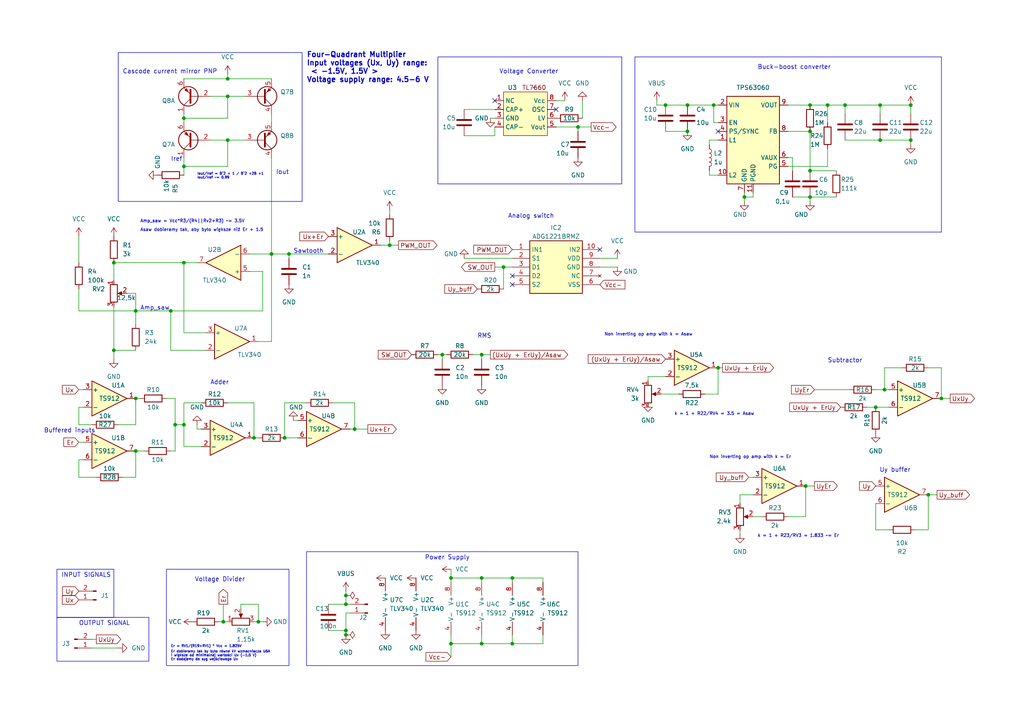
<source format=kicad_sch>
(kicad_sch (version 20230121) (generator eeschema)

  (uuid 8f04f48d-7465-48f4-bbbe-36932343ce91)

  (paper "A4")

  (title_block
    (title "MultiplierV1")
    (date "2023-11-20")
    (comment 1 "Piotr Łętowski, Michał Nizioł, Michał Zelek")
  )

  (lib_symbols
    (symbol "Amplifier_Operational:TS912" (pin_names (offset 0.127)) (in_bom yes) (on_board yes)
      (property "Reference" "U" (at 0 5.08 0)
        (effects (font (size 1.27 1.27)) (justify left))
      )
      (property "Value" "TS912" (at 0 -5.08 0)
        (effects (font (size 1.27 1.27)) (justify left))
      )
      (property "Footprint" "" (at 0 0 0)
        (effects (font (size 1.27 1.27)) hide)
      )
      (property "Datasheet" "www.st.com/resource/en/datasheet/ts912.pdf" (at 0 0 0)
        (effects (font (size 1.27 1.27)) hide)
      )
      (property "ki_locked" "" (at 0 0 0)
        (effects (font (size 1.27 1.27)))
      )
      (property "ki_keywords" "dual opamp" (at 0 0 0)
        (effects (font (size 1.27 1.27)) hide)
      )
      (property "ki_description" "Dual Rail-to-rail CMOS Operational Amplifier, DIP-8/SOIC-8" (at 0 0 0)
        (effects (font (size 1.27 1.27)) hide)
      )
      (property "ki_fp_filters" "SOIC*3.9x4.9mm*P1.27mm* DIP*W7.62mm* TO*99* OnSemi*Micro8* TSSOP*3x3mm*P0.65mm* TSSOP*4.4x3mm*P0.65mm* MSOP*3x3mm*P0.65mm* SSOP*3.9x4.9mm*P0.635mm* LFCSP*2x2mm*P0.5mm* *SIP* SOIC*5.3x6.2mm*P1.27mm*" (at 0 0 0)
        (effects (font (size 1.27 1.27)) hide)
      )
      (symbol "TS912_1_1"
        (polyline
          (pts
            (xy -5.08 5.08)
            (xy 5.08 0)
            (xy -5.08 -5.08)
            (xy -5.08 5.08)
          )
          (stroke (width 0.254) (type default))
          (fill (type background))
        )
        (pin output line (at 7.62 0 180) (length 2.54)
          (name "~" (effects (font (size 1.27 1.27))))
          (number "1" (effects (font (size 1.27 1.27))))
        )
        (pin input line (at -7.62 -2.54 0) (length 2.54)
          (name "-" (effects (font (size 1.27 1.27))))
          (number "2" (effects (font (size 1.27 1.27))))
        )
        (pin input line (at -7.62 2.54 0) (length 2.54)
          (name "+" (effects (font (size 1.27 1.27))))
          (number "3" (effects (font (size 1.27 1.27))))
        )
      )
      (symbol "TS912_2_1"
        (polyline
          (pts
            (xy -5.08 5.08)
            (xy 5.08 0)
            (xy -5.08 -5.08)
            (xy -5.08 5.08)
          )
          (stroke (width 0.254) (type default))
          (fill (type background))
        )
        (pin input line (at -7.62 2.54 0) (length 2.54)
          (name "+" (effects (font (size 1.27 1.27))))
          (number "5" (effects (font (size 1.27 1.27))))
        )
        (pin input line (at -7.62 -2.54 0) (length 2.54)
          (name "-" (effects (font (size 1.27 1.27))))
          (number "6" (effects (font (size 1.27 1.27))))
        )
        (pin output line (at 7.62 0 180) (length 2.54)
          (name "~" (effects (font (size 1.27 1.27))))
          (number "7" (effects (font (size 1.27 1.27))))
        )
      )
      (symbol "TS912_3_1"
        (pin power_in line (at -2.54 -7.62 90) (length 3.81)
          (name "V-" (effects (font (size 1.27 1.27))))
          (number "4" (effects (font (size 1.27 1.27))))
        )
        (pin power_in line (at -2.54 7.62 270) (length 3.81)
          (name "V+" (effects (font (size 1.27 1.27))))
          (number "8" (effects (font (size 1.27 1.27))))
        )
      )
    )
    (symbol "Connector:Conn_01x02_Pin" (pin_names (offset 1.016) hide) (in_bom yes) (on_board yes)
      (property "Reference" "J" (at 0 2.54 0)
        (effects (font (size 1.27 1.27)))
      )
      (property "Value" "Conn_01x02_Pin" (at 0 -5.08 0)
        (effects (font (size 1.27 1.27)))
      )
      (property "Footprint" "" (at 0 0 0)
        (effects (font (size 1.27 1.27)) hide)
      )
      (property "Datasheet" "~" (at 0 0 0)
        (effects (font (size 1.27 1.27)) hide)
      )
      (property "ki_locked" "" (at 0 0 0)
        (effects (font (size 1.27 1.27)))
      )
      (property "ki_keywords" "connector" (at 0 0 0)
        (effects (font (size 1.27 1.27)) hide)
      )
      (property "ki_description" "Generic connector, single row, 01x02, script generated" (at 0 0 0)
        (effects (font (size 1.27 1.27)) hide)
      )
      (property "ki_fp_filters" "Connector*:*_1x??_*" (at 0 0 0)
        (effects (font (size 1.27 1.27)) hide)
      )
      (symbol "Conn_01x02_Pin_1_1"
        (polyline
          (pts
            (xy 1.27 -2.54)
            (xy 0.8636 -2.54)
          )
          (stroke (width 0.1524) (type default))
          (fill (type none))
        )
        (polyline
          (pts
            (xy 1.27 0)
            (xy 0.8636 0)
          )
          (stroke (width 0.1524) (type default))
          (fill (type none))
        )
        (rectangle (start 0.8636 -2.413) (end 0 -2.667)
          (stroke (width 0.1524) (type default))
          (fill (type outline))
        )
        (rectangle (start 0.8636 0.127) (end 0 -0.127)
          (stroke (width 0.1524) (type default))
          (fill (type outline))
        )
        (pin passive line (at 5.08 0 180) (length 3.81)
          (name "Pin_1" (effects (font (size 1.27 1.27))))
          (number "1" (effects (font (size 1.27 1.27))))
        )
        (pin passive line (at 5.08 -2.54 180) (length 3.81)
          (name "Pin_2" (effects (font (size 1.27 1.27))))
          (number "2" (effects (font (size 1.27 1.27))))
        )
      )
    )
    (symbol "Custom:ADG1221BRMZ" (in_bom yes) (on_board yes)
      (property "Reference" "IC" (at 21.59 7.62 0)
        (effects (font (size 1.27 1.27)) (justify left top))
      )
      (property "Value" "ADG1221BRMZ" (at 21.59 5.08 0)
        (effects (font (size 1.27 1.27)) (justify left top))
      )
      (property "Footprint" "SOP50P490X110-10N" (at 21.59 -94.92 0)
        (effects (font (size 1.27 1.27)) (justify left top) hide)
      )
      (property "Datasheet" "https://datasheet.datasheetarchive.com/originals/distributors/Datasheets-SFU1/DSASFU10004679.pdf" (at 21.59 -194.92 0)
        (effects (font (size 1.27 1.27)) (justify left top) hide)
      )
      (property "Height" "1.1" (at 21.59 -394.92 0)
        (effects (font (size 1.27 1.27)) (justify left top) hide)
      )
      (property "Mouser Part Number" "584-ADG1221BRMZ" (at 21.59 -494.92 0)
        (effects (font (size 1.27 1.27)) (justify left top) hide)
      )
      (property "Mouser Price/Stock" "https://www.mouser.co.uk/ProductDetail/Analog-Devices/ADG1221BRMZ?qs=BpaRKvA4VqEHRCerxMweng%3D%3D" (at 21.59 -594.92 0)
        (effects (font (size 1.27 1.27)) (justify left top) hide)
      )
      (property "Manufacturer_Name" "Analog Devices" (at 21.59 -694.92 0)
        (effects (font (size 1.27 1.27)) (justify left top) hide)
      )
      (property "Manufacturer_Part_Number" "ADG1221BRMZ" (at 21.59 -794.92 0)
        (effects (font (size 1.27 1.27)) (justify left top) hide)
      )
      (property "ki_description" "ADG1221BRMZ, Crosspoint Switch, Dual 1 x 1 960MHz Audio/Video 12V, 10-Pin MSOP, MSOP" (at 0 0 0)
        (effects (font (size 1.27 1.27)) hide)
      )
      (symbol "ADG1221BRMZ_1_1"
        (rectangle (start 5.08 2.54) (end 20.32 -12.7)
          (stroke (width 0.254) (type default))
          (fill (type background))
        )
        (pin passive line (at 0 0 0) (length 5.08)
          (name "IN1" (effects (font (size 1.27 1.27))))
          (number "1" (effects (font (size 1.27 1.27))))
        )
        (pin passive line (at 25.4 0 180) (length 5.08)
          (name "IN2" (effects (font (size 1.27 1.27))))
          (number "10" (effects (font (size 1.27 1.27))))
        )
        (pin passive line (at 0 -2.54 0) (length 5.08)
          (name "S1" (effects (font (size 1.27 1.27))))
          (number "2" (effects (font (size 1.27 1.27))))
        )
        (pin passive line (at 0 -5.08 0) (length 5.08)
          (name "D1" (effects (font (size 1.27 1.27))))
          (number "3" (effects (font (size 1.27 1.27))))
        )
        (pin passive line (at 0 -7.62 0) (length 5.08)
          (name "D2" (effects (font (size 1.27 1.27))))
          (number "4" (effects (font (size 1.27 1.27))))
        )
        (pin passive line (at 0 -10.16 0) (length 5.08)
          (name "S2" (effects (font (size 1.27 1.27))))
          (number "5" (effects (font (size 1.27 1.27))))
        )
        (pin passive line (at 25.4 -10.16 180) (length 5.08)
          (name "VSS" (effects (font (size 1.27 1.27))))
          (number "6" (effects (font (size 1.27 1.27))))
        )
        (pin no_connect line (at 25.4 -7.62 180) (length 5.08)
          (name "NC" (effects (font (size 1.27 1.27))))
          (number "7" (effects (font (size 1.27 1.27))))
        )
        (pin passive line (at 25.4 -5.08 180) (length 5.08)
          (name "GND" (effects (font (size 1.27 1.27))))
          (number "8" (effects (font (size 1.27 1.27))))
        )
        (pin passive line (at 25.4 -2.54 180) (length 5.08)
          (name "VDD" (effects (font (size 1.27 1.27))))
          (number "9" (effects (font (size 1.27 1.27))))
        )
      )
    )
    (symbol "Custom:tl7660" (in_bom yes) (on_board yes)
      (property "Reference" "U" (at -2.54 2.54 0)
        (effects (font (size 1.27 1.27)))
      )
      (property "Value" "" (at 0 0 0)
        (effects (font (size 1.27 1.27)))
      )
      (property "Footprint" "" (at 0 0 0)
        (effects (font (size 1.27 1.27)) hide)
      )
      (property "Datasheet" "" (at 0 0 0)
        (effects (font (size 1.27 1.27)) hide)
      )
      (symbol "tl7660_1_1"
        (rectangle (start -8.89 -1.27) (end 3.81 -13.97)
          (stroke (width 0) (type default))
          (fill (type background))
        )
        (text "TL7660" (at 0 0 0)
          (effects (font (size 1.27 1.27)))
        )
        (pin input line (at -11.43 -3.81 0) (length 2.54)
          (name "NC" (effects (font (size 1.27 1.27))))
          (number "1" (effects (font (size 1.27 1.27))))
        )
        (pin unspecified line (at -11.43 -6.35 0) (length 2.54)
          (name "CAP+" (effects (font (size 1.27 1.27))))
          (number "2" (effects (font (size 1.27 1.27))))
        )
        (pin power_in line (at -11.43 -8.89 0) (length 2.54)
          (name "GND" (effects (font (size 1.27 1.27))))
          (number "3" (effects (font (size 1.27 1.27))))
        )
        (pin unspecified line (at -11.43 -11.43 0) (length 2.54)
          (name "CAP-" (effects (font (size 1.27 1.27))))
          (number "4" (effects (font (size 1.27 1.27))))
        )
        (pin power_out line (at 6.35 -11.43 180) (length 2.54)
          (name "Vout" (effects (font (size 1.27 1.27))))
          (number "5" (effects (font (size 1.27 1.27))))
        )
        (pin input line (at 6.35 -8.89 180) (length 2.54)
          (name "LV" (effects (font (size 1.27 1.27))))
          (number "6" (effects (font (size 1.27 1.27))))
        )
        (pin input line (at 6.35 -6.35 180) (length 2.54)
          (name "OSC" (effects (font (size 1.27 1.27))))
          (number "7" (effects (font (size 1.27 1.27))))
        )
        (pin power_in line (at 6.35 -3.81 180) (length 2.54)
          (name "Vcc" (effects (font (size 1.27 1.27))))
          (number "8" (effects (font (size 1.27 1.27))))
        )
      )
    )
    (symbol "Device:C" (pin_numbers hide) (pin_names (offset 0.254)) (in_bom yes) (on_board yes)
      (property "Reference" "C" (at 0.635 2.54 0)
        (effects (font (size 1.27 1.27)) (justify left))
      )
      (property "Value" "C" (at 0.635 -2.54 0)
        (effects (font (size 1.27 1.27)) (justify left))
      )
      (property "Footprint" "" (at 0.9652 -3.81 0)
        (effects (font (size 1.27 1.27)) hide)
      )
      (property "Datasheet" "~" (at 0 0 0)
        (effects (font (size 1.27 1.27)) hide)
      )
      (property "ki_keywords" "cap capacitor" (at 0 0 0)
        (effects (font (size 1.27 1.27)) hide)
      )
      (property "ki_description" "Unpolarized capacitor" (at 0 0 0)
        (effects (font (size 1.27 1.27)) hide)
      )
      (property "ki_fp_filters" "C_*" (at 0 0 0)
        (effects (font (size 1.27 1.27)) hide)
      )
      (symbol "C_0_1"
        (polyline
          (pts
            (xy -2.032 -0.762)
            (xy 2.032 -0.762)
          )
          (stroke (width 0.508) (type default))
          (fill (type none))
        )
        (polyline
          (pts
            (xy -2.032 0.762)
            (xy 2.032 0.762)
          )
          (stroke (width 0.508) (type default))
          (fill (type none))
        )
      )
      (symbol "C_1_1"
        (pin passive line (at 0 3.81 270) (length 2.794)
          (name "~" (effects (font (size 1.27 1.27))))
          (number "1" (effects (font (size 1.27 1.27))))
        )
        (pin passive line (at 0 -3.81 90) (length 2.794)
          (name "~" (effects (font (size 1.27 1.27))))
          (number "2" (effects (font (size 1.27 1.27))))
        )
      )
    )
    (symbol "Device:L" (pin_numbers hide) (pin_names (offset 1.016) hide) (in_bom yes) (on_board yes)
      (property "Reference" "L" (at -1.27 0 90)
        (effects (font (size 1.27 1.27)))
      )
      (property "Value" "L" (at 1.905 0 90)
        (effects (font (size 1.27 1.27)))
      )
      (property "Footprint" "" (at 0 0 0)
        (effects (font (size 1.27 1.27)) hide)
      )
      (property "Datasheet" "~" (at 0 0 0)
        (effects (font (size 1.27 1.27)) hide)
      )
      (property "ki_keywords" "inductor choke coil reactor magnetic" (at 0 0 0)
        (effects (font (size 1.27 1.27)) hide)
      )
      (property "ki_description" "Inductor" (at 0 0 0)
        (effects (font (size 1.27 1.27)) hide)
      )
      (property "ki_fp_filters" "Choke_* *Coil* Inductor_* L_*" (at 0 0 0)
        (effects (font (size 1.27 1.27)) hide)
      )
      (symbol "L_0_1"
        (arc (start 0 -2.54) (mid 0.6323 -1.905) (end 0 -1.27)
          (stroke (width 0) (type default))
          (fill (type none))
        )
        (arc (start 0 -1.27) (mid 0.6323 -0.635) (end 0 0)
          (stroke (width 0) (type default))
          (fill (type none))
        )
        (arc (start 0 0) (mid 0.6323 0.635) (end 0 1.27)
          (stroke (width 0) (type default))
          (fill (type none))
        )
        (arc (start 0 1.27) (mid 0.6323 1.905) (end 0 2.54)
          (stroke (width 0) (type default))
          (fill (type none))
        )
      )
      (symbol "L_1_1"
        (pin passive line (at 0 3.81 270) (length 1.27)
          (name "1" (effects (font (size 1.27 1.27))))
          (number "1" (effects (font (size 1.27 1.27))))
        )
        (pin passive line (at 0 -3.81 90) (length 1.27)
          (name "2" (effects (font (size 1.27 1.27))))
          (number "2" (effects (font (size 1.27 1.27))))
        )
      )
    )
    (symbol "Device:Q_Dual_PNP_PNP_C1B1B2C2E2E1" (pin_names (offset 0) hide) (in_bom yes) (on_board yes)
      (property "Reference" "Q" (at 5.08 1.27 0)
        (effects (font (size 1.27 1.27)) (justify left))
      )
      (property "Value" "Q_Dual_PNP_PNP_C1B1B2C2E2E1" (at 5.08 -1.27 0)
        (effects (font (size 1.27 1.27)) (justify left))
      )
      (property "Footprint" "" (at 5.08 2.54 0)
        (effects (font (size 1.27 1.27)) hide)
      )
      (property "Datasheet" "https://www.diodes.com/assets/Datasheets/ds30437.pdf" (at 0 0 0)
        (effects (font (size 1.27 1.27)) hide)
      )
      (property "ki_locked" "" (at 0 0 0)
        (effects (font (size 1.27 1.27)))
      )
      (property "ki_keywords" "transistor PNP" (at 0 0 0)
        (effects (font (size 1.27 1.27)) hide)
      )
      (property "ki_description" "Dual PNP transistor, 6 pin package" (at 0 0 0)
        (effects (font (size 1.27 1.27)) hide)
      )
      (property "ki_fp_filters" "SC?70* SC?88* SOT?363* SOT?23*" (at 0 0 0)
        (effects (font (size 1.27 1.27)) hide)
      )
      (symbol "Q_Dual_PNP_PNP_C1B1B2C2E2E1_0_1"
        (polyline
          (pts
            (xy 0.635 0)
            (xy -2.54 0)
          )
          (stroke (width 0) (type default))
          (fill (type none))
        )
        (polyline
          (pts
            (xy 0.635 0.635)
            (xy 2.54 2.54)
          )
          (stroke (width 0) (type default))
          (fill (type none))
        )
        (polyline
          (pts
            (xy 0.635 -0.635)
            (xy 2.54 -2.54)
            (xy 2.54 -2.54)
          )
          (stroke (width 0) (type default))
          (fill (type none))
        )
        (polyline
          (pts
            (xy 0.635 1.905)
            (xy 0.635 -1.905)
            (xy 0.635 -1.905)
          )
          (stroke (width 0.508) (type default))
          (fill (type none))
        )
        (polyline
          (pts
            (xy 2.286 -1.778)
            (xy 1.778 -2.286)
            (xy 1.27 -1.27)
            (xy 2.286 -1.778)
            (xy 2.286 -1.778)
          )
          (stroke (width 0) (type default))
          (fill (type outline))
        )
        (circle (center 1.27 0) (radius 2.8194)
          (stroke (width 0.254) (type default))
          (fill (type none))
        )
      )
      (symbol "Q_Dual_PNP_PNP_C1B1B2C2E2E1_1_1"
        (pin passive line (at 2.54 5.08 270) (length 2.54)
          (name "C1" (effects (font (size 1.27 1.27))))
          (number "1" (effects (font (size 1.27 1.27))))
        )
        (pin input line (at -5.08 0 0) (length 2.54)
          (name "B1" (effects (font (size 1.27 1.27))))
          (number "2" (effects (font (size 1.27 1.27))))
        )
        (pin passive line (at 2.54 -5.08 90) (length 2.54)
          (name "E1" (effects (font (size 1.27 1.27))))
          (number "6" (effects (font (size 1.27 1.27))))
        )
      )
      (symbol "Q_Dual_PNP_PNP_C1B1B2C2E2E1_2_1"
        (pin input line (at -5.08 0 0) (length 2.54)
          (name "B2" (effects (font (size 1.27 1.27))))
          (number "3" (effects (font (size 1.27 1.27))))
        )
        (pin passive line (at 2.54 5.08 270) (length 2.54)
          (name "C2" (effects (font (size 1.27 1.27))))
          (number "4" (effects (font (size 1.27 1.27))))
        )
        (pin passive line (at 2.54 -5.08 90) (length 2.54)
          (name "E2" (effects (font (size 1.27 1.27))))
          (number "5" (effects (font (size 1.27 1.27))))
        )
      )
    )
    (symbol "Device:R" (pin_numbers hide) (pin_names (offset 0)) (in_bom yes) (on_board yes)
      (property "Reference" "R" (at 2.032 0 90)
        (effects (font (size 1.27 1.27)))
      )
      (property "Value" "R" (at 0 0 90)
        (effects (font (size 1.27 1.27)))
      )
      (property "Footprint" "" (at -1.778 0 90)
        (effects (font (size 1.27 1.27)) hide)
      )
      (property "Datasheet" "~" (at 0 0 0)
        (effects (font (size 1.27 1.27)) hide)
      )
      (property "ki_keywords" "R res resistor" (at 0 0 0)
        (effects (font (size 1.27 1.27)) hide)
      )
      (property "ki_description" "Resistor" (at 0 0 0)
        (effects (font (size 1.27 1.27)) hide)
      )
      (property "ki_fp_filters" "R_*" (at 0 0 0)
        (effects (font (size 1.27 1.27)) hide)
      )
      (symbol "R_0_1"
        (rectangle (start -1.016 -2.54) (end 1.016 2.54)
          (stroke (width 0.254) (type default))
          (fill (type none))
        )
      )
      (symbol "R_1_1"
        (pin passive line (at 0 3.81 270) (length 1.27)
          (name "~" (effects (font (size 1.27 1.27))))
          (number "1" (effects (font (size 1.27 1.27))))
        )
        (pin passive line (at 0 -3.81 90) (length 1.27)
          (name "~" (effects (font (size 1.27 1.27))))
          (number "2" (effects (font (size 1.27 1.27))))
        )
      )
    )
    (symbol "Device:R_Potentiometer" (pin_names (offset 1.016) hide) (in_bom yes) (on_board yes)
      (property "Reference" "RV" (at -4.445 0 90)
        (effects (font (size 1.27 1.27)))
      )
      (property "Value" "R_Potentiometer" (at -2.54 0 90)
        (effects (font (size 1.27 1.27)))
      )
      (property "Footprint" "" (at 0 0 0)
        (effects (font (size 1.27 1.27)) hide)
      )
      (property "Datasheet" "~" (at 0 0 0)
        (effects (font (size 1.27 1.27)) hide)
      )
      (property "ki_keywords" "resistor variable" (at 0 0 0)
        (effects (font (size 1.27 1.27)) hide)
      )
      (property "ki_description" "Potentiometer" (at 0 0 0)
        (effects (font (size 1.27 1.27)) hide)
      )
      (property "ki_fp_filters" "Potentiometer*" (at 0 0 0)
        (effects (font (size 1.27 1.27)) hide)
      )
      (symbol "R_Potentiometer_0_1"
        (polyline
          (pts
            (xy 2.54 0)
            (xy 1.524 0)
          )
          (stroke (width 0) (type default))
          (fill (type none))
        )
        (polyline
          (pts
            (xy 1.143 0)
            (xy 2.286 0.508)
            (xy 2.286 -0.508)
            (xy 1.143 0)
          )
          (stroke (width 0) (type default))
          (fill (type outline))
        )
        (rectangle (start 1.016 2.54) (end -1.016 -2.54)
          (stroke (width 0.254) (type default))
          (fill (type none))
        )
      )
      (symbol "R_Potentiometer_1_1"
        (pin passive line (at 0 3.81 270) (length 1.27)
          (name "1" (effects (font (size 1.27 1.27))))
          (number "1" (effects (font (size 1.27 1.27))))
        )
        (pin passive line (at 3.81 0 180) (length 1.27)
          (name "2" (effects (font (size 1.27 1.27))))
          (number "2" (effects (font (size 1.27 1.27))))
        )
        (pin passive line (at 0 -3.81 90) (length 1.27)
          (name "3" (effects (font (size 1.27 1.27))))
          (number "3" (effects (font (size 1.27 1.27))))
        )
      )
    )
    (symbol "Regulator_Switching:TPS63060" (in_bom yes) (on_board yes)
      (property "Reference" "U" (at -7.62 13.97 0)
        (effects (font (size 1.27 1.27)) (justify left))
      )
      (property "Value" "TPS63060" (at 2.54 13.97 0)
        (effects (font (size 1.27 1.27)))
      )
      (property "Footprint" "Package_SON:Texas_S-PWSON-N10_ThermalVias" (at 0 -16.51 0)
        (effects (font (size 1.27 1.27)) hide)
      )
      (property "Datasheet" "http://www.ti.com/lit/ds/symlink/tps63060.pdf" (at 0 -19.05 0)
        (effects (font (size 1.27 1.27)) hide)
      )
      (property "ki_keywords" "Buck-Boost adjustable converter" (at 0 0 0)
        (effects (font (size 1.27 1.27)) hide)
      )
      (property "ki_description" "Buck-Boost Converter, 2.5-12V Input Voltage, 2-A Switch Current, Adjustable 2.5-8V Output Voltage, S-PWSON-N10" (at 0 0 0)
        (effects (font (size 1.27 1.27)) hide)
      )
      (property "ki_fp_filters" "Texas*S*PWSON*N10*" (at 0 0 0)
        (effects (font (size 1.27 1.27)) hide)
      )
      (symbol "TPS63060_0_1"
        (rectangle (start -7.62 12.7) (end 7.62 -12.7)
          (stroke (width 0.254) (type default))
          (fill (type background))
        )
      )
      (symbol "TPS63060_1_1"
        (pin input line (at -10.16 0 0) (length 2.54)
          (name "L1" (effects (font (size 1.27 1.27))))
          (number "1" (effects (font (size 1.27 1.27))))
        )
        (pin input line (at -10.16 -10.16 0) (length 2.54)
          (name "L2" (effects (font (size 1.27 1.27))))
          (number "10" (effects (font (size 1.27 1.27))))
        )
        (pin power_in line (at 0 -15.24 90) (length 2.54)
          (name "PGND" (effects (font (size 1.27 1.27))))
          (number "11" (effects (font (size 1.27 1.27))))
        )
        (pin power_in line (at -10.16 10.16 0) (length 2.54)
          (name "VIN" (effects (font (size 1.27 1.27))))
          (number "2" (effects (font (size 1.27 1.27))))
        )
        (pin input line (at -10.16 5.08 0) (length 2.54)
          (name "EN" (effects (font (size 1.27 1.27))))
          (number "3" (effects (font (size 1.27 1.27))))
        )
        (pin input line (at -10.16 2.54 0) (length 2.54)
          (name "PS/SYNC" (effects (font (size 1.27 1.27))))
          (number "4" (effects (font (size 1.27 1.27))))
        )
        (pin output line (at 10.16 -7.62 180) (length 2.54)
          (name "PG" (effects (font (size 1.27 1.27))))
          (number "5" (effects (font (size 1.27 1.27))))
        )
        (pin passive line (at 10.16 -5.08 180) (length 2.54)
          (name "VAUX" (effects (font (size 1.27 1.27))))
          (number "6" (effects (font (size 1.27 1.27))))
        )
        (pin power_in line (at -2.54 -15.24 90) (length 2.54)
          (name "GND" (effects (font (size 1.27 1.27))))
          (number "7" (effects (font (size 1.27 1.27))))
        )
        (pin input line (at 10.16 2.54 180) (length 2.54)
          (name "FB" (effects (font (size 1.27 1.27))))
          (number "8" (effects (font (size 1.27 1.27))))
        )
        (pin power_out line (at 10.16 10.16 180) (length 2.54)
          (name "VOUT" (effects (font (size 1.27 1.27))))
          (number "9" (effects (font (size 1.27 1.27))))
        )
      )
    )
    (symbol "power:GND" (power) (pin_names (offset 0)) (in_bom yes) (on_board yes)
      (property "Reference" "#PWR" (at 0 -6.35 0)
        (effects (font (size 1.27 1.27)) hide)
      )
      (property "Value" "GND" (at 0 -3.81 0)
        (effects (font (size 1.27 1.27)))
      )
      (property "Footprint" "" (at 0 0 0)
        (effects (font (size 1.27 1.27)) hide)
      )
      (property "Datasheet" "" (at 0 0 0)
        (effects (font (size 1.27 1.27)) hide)
      )
      (property "ki_keywords" "global power" (at 0 0 0)
        (effects (font (size 1.27 1.27)) hide)
      )
      (property "ki_description" "Power symbol creates a global label with name \"GND\" , ground" (at 0 0 0)
        (effects (font (size 1.27 1.27)) hide)
      )
      (symbol "GND_0_1"
        (polyline
          (pts
            (xy 0 0)
            (xy 0 -1.27)
            (xy 1.27 -1.27)
            (xy 0 -2.54)
            (xy -1.27 -1.27)
            (xy 0 -1.27)
          )
          (stroke (width 0) (type default))
          (fill (type none))
        )
      )
      (symbol "GND_1_1"
        (pin power_in line (at 0 0 270) (length 0) hide
          (name "GND" (effects (font (size 1.27 1.27))))
          (number "1" (effects (font (size 1.27 1.27))))
        )
      )
    )
    (symbol "power:PWR_FLAG" (power) (pin_numbers hide) (pin_names (offset 0) hide) (in_bom yes) (on_board yes)
      (property "Reference" "#FLG" (at 0 1.905 0)
        (effects (font (size 1.27 1.27)) hide)
      )
      (property "Value" "PWR_FLAG" (at 0 3.81 0)
        (effects (font (size 1.27 1.27)))
      )
      (property "Footprint" "" (at 0 0 0)
        (effects (font (size 1.27 1.27)) hide)
      )
      (property "Datasheet" "~" (at 0 0 0)
        (effects (font (size 1.27 1.27)) hide)
      )
      (property "ki_keywords" "flag power" (at 0 0 0)
        (effects (font (size 1.27 1.27)) hide)
      )
      (property "ki_description" "Special symbol for telling ERC where power comes from" (at 0 0 0)
        (effects (font (size 1.27 1.27)) hide)
      )
      (symbol "PWR_FLAG_0_0"
        (pin power_out line (at 0 0 90) (length 0)
          (name "pwr" (effects (font (size 1.27 1.27))))
          (number "1" (effects (font (size 1.27 1.27))))
        )
      )
      (symbol "PWR_FLAG_0_1"
        (polyline
          (pts
            (xy 0 0)
            (xy 0 1.27)
            (xy -1.016 1.905)
            (xy 0 2.54)
            (xy 1.016 1.905)
            (xy 0 1.27)
          )
          (stroke (width 0) (type default))
          (fill (type none))
        )
      )
    )
    (symbol "power:VBUS" (power) (pin_names (offset 0)) (in_bom yes) (on_board yes)
      (property "Reference" "#PWR" (at 0 -3.81 0)
        (effects (font (size 1.27 1.27)) hide)
      )
      (property "Value" "VBUS" (at 0 3.81 0)
        (effects (font (size 1.27 1.27)))
      )
      (property "Footprint" "" (at 0 0 0)
        (effects (font (size 1.27 1.27)) hide)
      )
      (property "Datasheet" "" (at 0 0 0)
        (effects (font (size 1.27 1.27)) hide)
      )
      (property "ki_keywords" "global power" (at 0 0 0)
        (effects (font (size 1.27 1.27)) hide)
      )
      (property "ki_description" "Power symbol creates a global label with name \"VBUS\"" (at 0 0 0)
        (effects (font (size 1.27 1.27)) hide)
      )
      (symbol "VBUS_0_1"
        (polyline
          (pts
            (xy -0.762 1.27)
            (xy 0 2.54)
          )
          (stroke (width 0) (type default))
          (fill (type none))
        )
        (polyline
          (pts
            (xy 0 0)
            (xy 0 2.54)
          )
          (stroke (width 0) (type default))
          (fill (type none))
        )
        (polyline
          (pts
            (xy 0 2.54)
            (xy 0.762 1.27)
          )
          (stroke (width 0) (type default))
          (fill (type none))
        )
      )
      (symbol "VBUS_1_1"
        (pin power_in line (at 0 0 90) (length 0) hide
          (name "VBUS" (effects (font (size 1.27 1.27))))
          (number "1" (effects (font (size 1.27 1.27))))
        )
      )
    )
    (symbol "power:VCC" (power) (pin_names (offset 0)) (in_bom yes) (on_board yes)
      (property "Reference" "#PWR" (at 0 -3.81 0)
        (effects (font (size 1.27 1.27)) hide)
      )
      (property "Value" "VCC" (at 0 3.81 0)
        (effects (font (size 1.27 1.27)))
      )
      (property "Footprint" "" (at 0 0 0)
        (effects (font (size 1.27 1.27)) hide)
      )
      (property "Datasheet" "" (at 0 0 0)
        (effects (font (size 1.27 1.27)) hide)
      )
      (property "ki_keywords" "global power" (at 0 0 0)
        (effects (font (size 1.27 1.27)) hide)
      )
      (property "ki_description" "Power symbol creates a global label with name \"VCC\"" (at 0 0 0)
        (effects (font (size 1.27 1.27)) hide)
      )
      (symbol "VCC_0_1"
        (polyline
          (pts
            (xy -0.762 1.27)
            (xy 0 2.54)
          )
          (stroke (width 0) (type default))
          (fill (type none))
        )
        (polyline
          (pts
            (xy 0 0)
            (xy 0 2.54)
          )
          (stroke (width 0) (type default))
          (fill (type none))
        )
        (polyline
          (pts
            (xy 0 2.54)
            (xy 0.762 1.27)
          )
          (stroke (width 0) (type default))
          (fill (type none))
        )
      )
      (symbol "VCC_1_1"
        (pin power_in line (at 0 0 90) (length 0) hide
          (name "VCC" (effects (font (size 1.27 1.27))))
          (number "1" (effects (font (size 1.27 1.27))))
        )
      )
    )
  )

  (junction (at 234.95 38.1) (diameter 0) (color 0 0 0 0)
    (uuid 00c68618-ed18-418e-be36-976783eb1393)
  )
  (junction (at 49.53 90.17) (diameter 0) (color 0 0 0 0)
    (uuid 03f87dc5-3dbe-4247-ad81-52b065779460)
  )
  (junction (at 66.04 27.94) (diameter 0) (color 0 0 0 0)
    (uuid 0b9818c4-4a2a-45f0-9f42-fdb4a7df3181)
  )
  (junction (at 254 118.11) (diameter 0) (color 0 0 0 0)
    (uuid 13fced11-9a61-4891-a4ac-b9875c2d5412)
  )
  (junction (at 234.95 30.48) (diameter 0) (color 0 0 0 0)
    (uuid 1b861070-bf6d-4525-ae55-d6c4f5c9b9e3)
  )
  (junction (at 139.7 102.87) (diameter 0) (color 0 0 0 0)
    (uuid 1c11f171-bc2c-498b-a5f3-f0f9b784f9dc)
  )
  (junction (at 167.64 36.83) (diameter 0) (color 0 0 0 0)
    (uuid 1c4376a0-6aba-4ebe-9e41-5d81bdb6b30c)
  )
  (junction (at 255.27 30.48) (diameter 0) (color 0 0 0 0)
    (uuid 20ef3830-bed1-431e-86a4-076e52a30d8a)
  )
  (junction (at 82.55 127) (diameter 0) (color 0 0 0 0)
    (uuid 2dccda6f-6719-41d4-ae04-0ee4cf286e53)
  )
  (junction (at 269.24 143.51) (diameter 0) (color 0 0 0 0)
    (uuid 3081c843-73ac-48dc-9ef1-a17c23bc5419)
  )
  (junction (at 207.01 30.48) (diameter 0) (color 0 0 0 0)
    (uuid 3de486de-1b95-4412-b758-9bf0910024d1)
  )
  (junction (at 139.7 167.64) (diameter 0) (color 0 0 0 0)
    (uuid 3eb3c31e-44bc-4a6b-abb8-f35b37245b54)
  )
  (junction (at 256.54 113.03) (diameter 0) (color 0 0 0 0)
    (uuid 3f3d738b-6ee5-4ea2-b5d5-8329035f662d)
  )
  (junction (at 100.33 184.15) (diameter 0) (color 0 0 0 0)
    (uuid 409428ed-76b0-4bca-90db-9b464b42719f)
  )
  (junction (at 199.39 30.48) (diameter 0) (color 0 0 0 0)
    (uuid 468e8630-62fa-4643-9010-79d1dbe4f736)
  )
  (junction (at 100.33 175.26) (diameter 0) (color 0 0 0 0)
    (uuid 4a206aa4-fdf1-44bf-ada9-be7482d27bbc)
  )
  (junction (at 102.87 124.46) (diameter 0) (color 0 0 0 0)
    (uuid 4d1d6cb6-acb4-4bdd-811f-5a103efd4854)
  )
  (junction (at 208.28 106.68) (diameter 0) (color 0 0 0 0)
    (uuid 4fdc2801-af3f-4e33-81ec-e43407a9c337)
  )
  (junction (at 53.34 76.2) (diameter 0) (color 0 0 0 0)
    (uuid 50253dff-df57-4534-a27e-907c4e3d2ac6)
  )
  (junction (at 264.16 30.48) (diameter 0) (color 0 0 0 0)
    (uuid 51b16edf-a615-4155-b3f3-9afbb81be1fa)
  )
  (junction (at 148.59 167.64) (diameter 0) (color 0 0 0 0)
    (uuid 523afcc3-36e9-425a-bd03-d7253579a643)
  )
  (junction (at 33.02 76.2) (diameter 0) (color 0 0 0 0)
    (uuid 58637bca-ef20-4414-bd6c-009c2c1cb8be)
  )
  (junction (at 255.27 40.64) (diameter 0) (color 0 0 0 0)
    (uuid 5d05945f-6298-49cc-bd9c-cee80528d160)
  )
  (junction (at 50.8 123.19) (diameter 0) (color 0 0 0 0)
    (uuid 5d0ed918-d39f-4add-998b-38ad5fbb1f52)
  )
  (junction (at 66.04 40.64) (diameter 0) (color 0 0 0 0)
    (uuid 6bae368a-3fff-446a-b72a-b385ddb73bd7)
  )
  (junction (at 264.16 40.64) (diameter 0) (color 0 0 0 0)
    (uuid 6bd58cbd-6e7f-4276-8043-25c000847e31)
  )
  (junction (at 39.37 90.17) (diameter 0) (color 0 0 0 0)
    (uuid 7131bf0b-69b9-4d6c-b5b8-8b744e97dada)
  )
  (junction (at 53.34 48.26) (diameter 0) (color 0 0 0 0)
    (uuid 7216e21c-05fe-464b-9b3c-2426bb7a38dc)
  )
  (junction (at 130.81 167.64) (diameter 0) (color 0 0 0 0)
    (uuid 74fc7c53-42a4-42da-a45c-f9763ccd8190)
  )
  (junction (at 100.33 172.72) (diameter 0) (color 0 0 0 0)
    (uuid 7581fc30-b7fc-4f7e-875b-bc4eb48ecded)
  )
  (junction (at 53.34 123.19) (diameter 0) (color 0 0 0 0)
    (uuid 7902097c-63bb-4114-96b3-970783b0a561)
  )
  (junction (at 83.82 73.66) (diameter 0) (color 0 0 0 0)
    (uuid 79728470-3f62-44f6-9a59-6982ca8b8ceb)
  )
  (junction (at 139.7 186.69) (diameter 0) (color 0 0 0 0)
    (uuid 7b9984f2-a7cf-48e2-86bd-9b8d9ffed5ea)
  )
  (junction (at 113.03 71.12) (diameter 0) (color 0 0 0 0)
    (uuid 7bee7877-cac4-4ce2-a60c-44a8ce2a7659)
  )
  (junction (at 66.04 22.86) (diameter 0) (color 0 0 0 0)
    (uuid 89a1ebba-219d-490d-93b7-4725c8bb9bf3)
  )
  (junction (at 39.37 130.81) (diameter 0) (color 0 0 0 0)
    (uuid 8c87a82d-2e7d-4448-940f-10c0d7dc4d5e)
  )
  (junction (at 273.05 115.57) (diameter 0) (color 0 0 0 0)
    (uuid 92fc9a1a-11a6-4058-8f26-4a7398e4bca9)
  )
  (junction (at 148.59 186.69) (diameter 0) (color 0 0 0 0)
    (uuid acbee6ba-9beb-4b58-83e9-4f63ccda8418)
  )
  (junction (at 146.05 77.47) (diameter 0) (color 0 0 0 0)
    (uuid b0c49964-7fa3-4146-b27e-dce6a703561c)
  )
  (junction (at 234.95 49.53) (diameter 0) (color 0 0 0 0)
    (uuid b642bba0-a31b-49c2-8a9a-533979aadbe6)
  )
  (junction (at 128.27 102.87) (diameter 0) (color 0 0 0 0)
    (uuid b69ce140-f291-433f-8622-178ddbdc1700)
  )
  (junction (at 39.37 115.57) (diameter 0) (color 0 0 0 0)
    (uuid bbb682a5-a4b6-44f9-b1ed-46b1c8b337a6)
  )
  (junction (at 53.34 34.29) (diameter 0) (color 0 0 0 0)
    (uuid bc4c6434-4cf5-48bb-a213-eca4d69fa730)
  )
  (junction (at 74.93 180.34) (diameter 0) (color 0 0 0 0)
    (uuid ca1c2769-95ac-49de-8fdc-a001ccb5cb54)
  )
  (junction (at 78.74 73.66) (diameter 0) (color 0 0 0 0)
    (uuid cdb2e3c5-f0e5-4393-aed2-5a50089f4a7a)
  )
  (junction (at 240.03 30.48) (diameter 0) (color 0 0 0 0)
    (uuid d2f6d429-ace9-4d3e-b6e4-c93eb6912da0)
  )
  (junction (at 33.02 101.6) (diameter 0) (color 0 0 0 0)
    (uuid db8dee7c-1ee0-4c77-8687-8214a32c1b53)
  )
  (junction (at 233.68 140.97) (diameter 0) (color 0 0 0 0)
    (uuid e2b8eb1b-d71d-4cb3-95f9-c9a4b76282ec)
  )
  (junction (at 73.66 127) (diameter 0) (color 0 0 0 0)
    (uuid e8cf4cb6-9015-4c80-bcd7-5e5ce372ad68)
  )
  (junction (at 64.77 180.34) (diameter 0) (color 0 0 0 0)
    (uuid e9f6ef3a-57e2-4cb2-b7a2-953fabc2bfea)
  )
  (junction (at 193.04 30.48) (diameter 0) (color 0 0 0 0)
    (uuid edce5ef9-199a-43e1-8d2d-c3c102332e00)
  )
  (junction (at 215.9 57.15) (diameter 0) (color 0 0 0 0)
    (uuid f08e03c7-dfee-44b2-afa8-c74a8ab60c7f)
  )
  (junction (at 100.33 182.88) (diameter 0) (color 0 0 0 0)
    (uuid f7b90212-a5bd-492f-bd2d-8ffe0b8587c4)
  )
  (junction (at 234.95 57.15) (diameter 0) (color 0 0 0 0)
    (uuid fa98d2f3-d004-4234-922d-588e0a842031)
  )
  (junction (at 199.39 38.1) (diameter 0) (color 0 0 0 0)
    (uuid fb9d4fc1-a417-44e1-94ba-6a73c4194fd6)
  )
  (junction (at 245.11 30.48) (diameter 0) (color 0 0 0 0)
    (uuid fc2a8b89-1f05-49e1-ab1d-5e19499021f3)
  )
  (junction (at 130.81 186.69) (diameter 0) (color 0 0 0 0)
    (uuid fdf44e02-7beb-4448-b153-01c96fa9e395)
  )

  (no_connect (at 148.59 80.01) (uuid 1bd3f88d-45a8-4043-807c-840a18db0901))
  (no_connect (at 148.59 82.55) (uuid 2f0b068a-25ab-444d-bd6b-e7f986ddca2f))
  (no_connect (at 143.51 29.21) (uuid 3781a479-a521-4004-b6af-14089a46ee0a))
  (no_connect (at 173.99 72.39) (uuid 489161cc-4aba-48a9-b07c-4f10c15e6991))
  (no_connect (at 208.28 38.1) (uuid a4fe63b2-f85d-4bc2-9ef0-d9bd80991047))
  (no_connect (at 161.29 31.75) (uuid da07b34b-d390-49f0-93da-0110e5b12321))

  (wire (pts (xy 53.34 76.2) (xy 53.34 96.52))
    (stroke (width 0) (type default))
    (uuid 012e0197-bb96-4d5e-94d1-e61b2f872767)
  )
  (wire (pts (xy 245.11 30.48) (xy 255.27 30.48))
    (stroke (width 0) (type default))
    (uuid 0251b003-24e3-4404-bec2-9e23401163c9)
  )
  (wire (pts (xy 245.11 33.02) (xy 245.11 30.48))
    (stroke (width 0) (type default))
    (uuid 041039ca-6070-4ed7-b46f-4f9d74a9639d)
  )
  (wire (pts (xy 254 113.03) (xy 256.54 113.03))
    (stroke (width 0) (type default))
    (uuid 045c02cb-69b0-475f-846b-03a12cd8f6fb)
  )
  (wire (pts (xy 22.86 118.11) (xy 24.13 118.11))
    (stroke (width 0) (type default))
    (uuid 046cdd1d-354a-4daa-8dd5-4dc3031c47ec)
  )
  (wire (pts (xy 74.93 180.34) (xy 74.93 175.26))
    (stroke (width 0) (type default))
    (uuid 048b4bcd-5131-495b-8b6e-f900feda5a2f)
  )
  (wire (pts (xy 60.96 27.94) (xy 66.04 27.94))
    (stroke (width 0) (type default))
    (uuid 07acc3bd-cf09-410d-baea-c68158b913e2)
  )
  (wire (pts (xy 128.27 102.87) (xy 128.27 104.14))
    (stroke (width 0) (type default))
    (uuid 0828714a-28f8-460f-abe8-3ed97f82a9c2)
  )
  (wire (pts (xy 66.04 27.94) (xy 71.12 27.94))
    (stroke (width 0) (type default))
    (uuid 0840da9b-3f44-4fbe-924c-31ee29c77da9)
  )
  (wire (pts (xy 187.96 109.22) (xy 187.96 110.49))
    (stroke (width 0) (type default))
    (uuid 08b6c741-319d-446d-993f-58c89cd826b5)
  )
  (wire (pts (xy 100.33 171.45) (xy 100.33 172.72))
    (stroke (width 0) (type default))
    (uuid 09cea4e4-99f0-4734-8068-9341cf6e7203)
  )
  (wire (pts (xy 191.77 114.3) (xy 196.85 114.3))
    (stroke (width 0) (type default))
    (uuid 0cd54b8a-7849-4e23-8546-838f9eefbd1a)
  )
  (wire (pts (xy 53.34 34.29) (xy 53.34 35.56))
    (stroke (width 0) (type default))
    (uuid 0d6ed8eb-fd00-4e93-84f8-dbeac93e9100)
  )
  (wire (pts (xy 139.7 102.87) (xy 139.7 104.14))
    (stroke (width 0) (type default))
    (uuid 122fbbe8-478e-4a6e-942b-2763b05fb93b)
  )
  (wire (pts (xy 39.37 130.81) (xy 39.37 138.43))
    (stroke (width 0) (type default))
    (uuid 12ce3743-277c-40cd-a82c-ef12af625ca5)
  )
  (wire (pts (xy 76.2 180.34) (xy 74.93 180.34))
    (stroke (width 0) (type default))
    (uuid 1395d449-0fce-4237-819d-1d3133f04c79)
  )
  (wire (pts (xy 142.24 34.29) (xy 143.51 34.29))
    (stroke (width 0) (type default))
    (uuid 146bf282-b27c-4568-af59-7f5077caef2b)
  )
  (wire (pts (xy 208.28 50.8) (xy 205.74 50.8))
    (stroke (width 0) (type default))
    (uuid 14827f91-f6de-44c5-9cf4-0c57ae66cd50)
  )
  (wire (pts (xy 130.81 167.64) (xy 130.81 168.91))
    (stroke (width 0) (type default))
    (uuid 154ed58a-e110-420c-8bc8-ad86fd2c4ee7)
  )
  (wire (pts (xy 234.95 57.15) (xy 242.57 57.15))
    (stroke (width 0) (type default))
    (uuid 1638c5e9-17c9-4969-877a-28a6fc2f77a5)
  )
  (wire (pts (xy 34.29 187.96) (xy 26.67 187.96))
    (stroke (width 0) (type default))
    (uuid 19d63d45-95eb-4317-b749-d727e82bb1e1)
  )
  (wire (pts (xy 190.5 29.21) (xy 190.5 30.48))
    (stroke (width 0) (type default))
    (uuid 1b5b0231-3b4d-43c3-b96c-886147e1fc9f)
  )
  (wire (pts (xy 95.25 175.26) (xy 100.33 175.26))
    (stroke (width 0) (type default))
    (uuid 1c6f562d-1202-4234-8315-12f57f9a2c69)
  )
  (wire (pts (xy 208.28 106.68) (xy 209.55 106.68))
    (stroke (width 0) (type default))
    (uuid 1e616e90-710d-4fb7-b815-27e5962b364e)
  )
  (wire (pts (xy 187.96 118.11) (xy 187.96 116.84))
    (stroke (width 0) (type default))
    (uuid 2070a457-8d6a-4b65-adfc-b57adc9a8d09)
  )
  (wire (pts (xy 234.95 57.15) (xy 234.95 58.42))
    (stroke (width 0) (type default))
    (uuid 2197dda8-f85b-48b7-bb81-50c3c1751930)
  )
  (wire (pts (xy 83.82 73.66) (xy 95.25 73.66))
    (stroke (width 0) (type default))
    (uuid 21b3e224-76ff-42e8-9f70-31dd2ce137dc)
  )
  (wire (pts (xy 148.59 168.91) (xy 148.59 167.64))
    (stroke (width 0) (type default))
    (uuid 22b853a4-e87f-40dc-88f9-8e4d27f1d356)
  )
  (wire (pts (xy 48.26 115.57) (xy 50.8 115.57))
    (stroke (width 0) (type default))
    (uuid 24b0e672-1b4a-42a8-bfbe-f393f05ec868)
  )
  (wire (pts (xy 139.7 167.64) (xy 148.59 167.64))
    (stroke (width 0) (type default))
    (uuid 24f718f9-03b3-4f98-8bb1-a7dc6e29435f)
  )
  (wire (pts (xy 113.03 71.12) (xy 115.57 71.12))
    (stroke (width 0) (type default))
    (uuid 27818294-0152-4ad1-9a89-03ab9897b577)
  )
  (wire (pts (xy 214.63 153.67) (xy 214.63 154.94))
    (stroke (width 0) (type default))
    (uuid 29837b92-fba0-4d1b-8bb7-a39eb31c7053)
  )
  (wire (pts (xy 66.04 116.84) (xy 73.66 116.84))
    (stroke (width 0) (type default))
    (uuid 2bc9156c-e97b-4c08-8919-df573c07704a)
  )
  (wire (pts (xy 50.8 123.19) (xy 50.8 130.81))
    (stroke (width 0) (type default))
    (uuid 2da5075e-6cbf-48a4-8a55-562487a93598)
  )
  (wire (pts (xy 86.36 121.92) (xy 85.09 121.92))
    (stroke (width 0) (type default))
    (uuid 2e9e520a-16e9-4e86-8dd8-08c8f22377e6)
  )
  (wire (pts (xy 205.74 49.53) (xy 205.74 50.8))
    (stroke (width 0) (type default))
    (uuid 33f7a3eb-471a-4a03-b217-bd9d4c335ca4)
  )
  (wire (pts (xy 24.13 133.35) (xy 22.86 133.35))
    (stroke (width 0) (type default))
    (uuid 34a1c740-9a04-4a6c-8365-34d3ad226989)
  )
  (wire (pts (xy 173.99 74.93) (xy 179.07 74.93))
    (stroke (width 0) (type default))
    (uuid 35de5c5a-b0bd-4ca2-8ef0-4e0a3edb875c)
  )
  (wire (pts (xy 82.55 116.84) (xy 88.9 116.84))
    (stroke (width 0) (type default))
    (uuid 35ec68c3-348e-4bee-9c76-1a6ea0b5e28b)
  )
  (wire (pts (xy 215.9 57.15) (xy 218.44 57.15))
    (stroke (width 0) (type default))
    (uuid 37e6c045-3528-468d-94ec-85f96f6d9bea)
  )
  (wire (pts (xy 215.9 57.15) (xy 215.9 58.42))
    (stroke (width 0) (type default))
    (uuid 38e1090b-bfcf-4a38-a86b-291ccb6d1b7a)
  )
  (wire (pts (xy 167.64 36.83) (xy 167.64 38.1))
    (stroke (width 0) (type default))
    (uuid 39e97303-57c7-47a2-8545-40d882a76ded)
  )
  (wire (pts (xy 22.86 123.19) (xy 22.86 118.11))
    (stroke (width 0) (type default))
    (uuid 3c0c1a35-3fbc-4f1d-b399-20e0d2a66ade)
  )
  (wire (pts (xy 76.2 78.74) (xy 76.2 90.17))
    (stroke (width 0) (type default))
    (uuid 3da30ebb-42d1-485a-8734-4448c77edfcd)
  )
  (wire (pts (xy 143.51 77.47) (xy 146.05 77.47))
    (stroke (width 0) (type default))
    (uuid 40d7be96-02f8-4a10-bf10-b85a390efbe1)
  )
  (wire (pts (xy 22.86 83.82) (xy 22.86 90.17))
    (stroke (width 0) (type default))
    (uuid 412ecc36-0e1f-4505-b235-09371404ecea)
  )
  (wire (pts (xy 33.02 76.2) (xy 33.02 81.28))
    (stroke (width 0) (type default))
    (uuid 42b73f77-6728-454c-94cf-09f0696c179a)
  )
  (wire (pts (xy 229.87 45.72) (xy 228.6 45.72))
    (stroke (width 0) (type default))
    (uuid 434694e3-4a95-4f8e-a68b-f66fd0c2f58f)
  )
  (wire (pts (xy 78.74 73.66) (xy 83.82 73.66))
    (stroke (width 0) (type default))
    (uuid 44f24874-b7a2-4c96-b0a2-27eade33e0e5)
  )
  (wire (pts (xy 53.34 33.02) (xy 53.34 34.29))
    (stroke (width 0) (type default))
    (uuid 45886221-3b2f-4f0d-91e8-981dc536edc5)
  )
  (wire (pts (xy 53.34 48.26) (xy 66.04 48.26))
    (stroke (width 0) (type default))
    (uuid 48276e82-ff9e-4317-ac1a-b25fcfe0d4c0)
  )
  (wire (pts (xy 193.04 30.48) (xy 199.39 30.48))
    (stroke (width 0) (type default))
    (uuid 48b5ddc9-88dc-4c04-a9f1-f22f95fa89e9)
  )
  (wire (pts (xy 50.8 123.19) (xy 53.34 123.19))
    (stroke (width 0) (type default))
    (uuid 49a08cea-67b0-414c-83fd-64a1e9bf96c4)
  )
  (wire (pts (xy 22.86 68.58) (xy 22.86 76.2))
    (stroke (width 0) (type default))
    (uuid 4aa878f1-acde-459d-a637-e0449ed3f1a0)
  )
  (wire (pts (xy 265.43 153.67) (xy 269.24 153.67))
    (stroke (width 0) (type default))
    (uuid 4c68aa93-8bf8-4a91-8372-140277cbdc89)
  )
  (wire (pts (xy 157.48 184.15) (xy 157.48 186.69))
    (stroke (width 0) (type default))
    (uuid 52734654-29e5-4ed3-b3d3-8719a466fea4)
  )
  (wire (pts (xy 161.29 36.83) (xy 167.64 36.83))
    (stroke (width 0) (type default))
    (uuid 531c1f0c-465a-4d09-97ac-d1cb7ca67aee)
  )
  (wire (pts (xy 273.05 115.57) (xy 275.59 115.57))
    (stroke (width 0) (type default))
    (uuid 534bdadc-d8ef-4362-a33e-77ff13585446)
  )
  (wire (pts (xy 264.16 30.48) (xy 264.16 33.02))
    (stroke (width 0) (type default))
    (uuid 5653e200-df60-494d-8cc6-2343367d4d60)
  )
  (wire (pts (xy 66.04 40.64) (xy 71.12 40.64))
    (stroke (width 0) (type default))
    (uuid 5692ecdc-facb-4438-b2d4-7cbf807cc05a)
  )
  (wire (pts (xy 53.34 96.52) (xy 59.69 96.52))
    (stroke (width 0) (type default))
    (uuid 57612291-350c-4d3e-a4af-61d1a5826114)
  )
  (wire (pts (xy 130.81 167.64) (xy 139.7 167.64))
    (stroke (width 0) (type default))
    (uuid 57d5a61a-5045-4abe-8626-34f2f4fd40b2)
  )
  (wire (pts (xy 76.2 90.17) (xy 49.53 90.17))
    (stroke (width 0) (type default))
    (uuid 58aa9d77-ba19-44bd-808c-e3ba5b1103e0)
  )
  (wire (pts (xy 245.11 40.64) (xy 255.27 40.64))
    (stroke (width 0) (type default))
    (uuid 58b6b289-2004-4bcb-a858-be56e8c51b18)
  )
  (wire (pts (xy 102.87 124.46) (xy 101.6 124.46))
    (stroke (width 0) (type default))
    (uuid 58b97e23-5d00-4b98-92ce-7cd89fcfab63)
  )
  (wire (pts (xy 22.86 133.35) (xy 22.86 138.43))
    (stroke (width 0) (type default))
    (uuid 5a701a6f-dcc1-47b6-8694-e954cef8195c)
  )
  (wire (pts (xy 95.25 182.88) (xy 100.33 182.88))
    (stroke (width 0) (type default))
    (uuid 5ced263f-4e4a-4a96-9532-ed5e0ceec4a7)
  )
  (wire (pts (xy 78.74 33.02) (xy 78.74 35.56))
    (stroke (width 0) (type default))
    (uuid 5cf1546d-b666-43af-8b4c-082b71735e26)
  )
  (wire (pts (xy 66.04 27.94) (xy 66.04 34.29))
    (stroke (width 0) (type default))
    (uuid 5f9d04e6-d834-4fff-ac6b-9aaf09f389d3)
  )
  (wire (pts (xy 96.52 116.84) (xy 102.87 116.84))
    (stroke (width 0) (type default))
    (uuid 62e849b4-d86f-4122-bfa5-cd84266919b8)
  )
  (wire (pts (xy 130.81 165.1) (xy 130.81 167.64))
    (stroke (width 0) (type default))
    (uuid 6360f2bc-4bc1-47bd-9063-cca847b55608)
  )
  (wire (pts (xy 148.59 184.15) (xy 148.59 186.69))
    (stroke (width 0) (type default))
    (uuid 63e72b22-3169-4ec7-89dd-34ca1015b5d8)
  )
  (wire (pts (xy 228.6 30.48) (xy 234.95 30.48))
    (stroke (width 0) (type default))
    (uuid 64c557de-1de9-4b74-bed0-dbe8817ef63c)
  )
  (wire (pts (xy 204.47 114.3) (xy 208.28 114.3))
    (stroke (width 0) (type default))
    (uuid 65467049-7001-46bf-be2f-4e3b1715143d)
  )
  (wire (pts (xy 255.27 30.48) (xy 264.16 30.48))
    (stroke (width 0) (type default))
    (uuid 664370b5-1b20-46d7-b339-9a1112d2faaf)
  )
  (wire (pts (xy 35.56 138.43) (xy 39.37 138.43))
    (stroke (width 0) (type default))
    (uuid 67da62af-64c2-4ae5-8a15-a29615959b4c)
  )
  (wire (pts (xy 163.83 29.21) (xy 161.29 29.21))
    (stroke (width 0) (type default))
    (uuid 6b385124-396a-4806-b401-c2da69490830)
  )
  (wire (pts (xy 100.33 177.8) (xy 100.33 182.88))
    (stroke (width 0) (type default))
    (uuid 6c11b348-6bb1-4ffb-b54f-f60447bf1c27)
  )
  (wire (pts (xy 22.86 90.17) (xy 39.37 90.17))
    (stroke (width 0) (type default))
    (uuid 6dc2ffa9-72d8-4453-befe-07476065d7c3)
  )
  (wire (pts (xy 33.02 101.6) (xy 33.02 104.14))
    (stroke (width 0) (type default))
    (uuid 6dd76e7d-1329-4212-be06-72c780a94acd)
  )
  (wire (pts (xy 205.74 40.64) (xy 205.74 41.91))
    (stroke (width 0) (type default))
    (uuid 72efcc6c-b9ee-4990-aa48-8fcf52c20d37)
  )
  (wire (pts (xy 36.83 85.09) (xy 39.37 85.09))
    (stroke (width 0) (type default))
    (uuid 73ba5a55-a9a0-4542-939c-b06dd957d916)
  )
  (wire (pts (xy 193.04 38.1) (xy 199.39 38.1))
    (stroke (width 0) (type default))
    (uuid 753fe34d-a623-4d17-bf1a-e8bc6e7bb5da)
  )
  (wire (pts (xy 139.7 168.91) (xy 139.7 167.64))
    (stroke (width 0) (type default))
    (uuid 75a9af6d-a907-4bf7-b967-9d4ec7da97ce)
  )
  (wire (pts (xy 101.6 177.8) (xy 100.33 177.8))
    (stroke (width 0) (type default))
    (uuid 75b63e2d-244f-4db3-8668-a24a7cc4d841)
  )
  (wire (pts (xy 139.7 102.87) (xy 142.24 102.87))
    (stroke (width 0) (type default))
    (uuid 7636f767-1086-439d-baff-ab12eb22006f)
  )
  (wire (pts (xy 33.02 88.9) (xy 33.02 101.6))
    (stroke (width 0) (type default))
    (uuid 766ad5ac-f6aa-48f9-99c3-f92d24de9c2f)
  )
  (wire (pts (xy 64.77 180.34) (xy 64.77 175.26))
    (stroke (width 0) (type default))
    (uuid 77101bd3-09f2-40fe-a177-fc25765774bc)
  )
  (wire (pts (xy 257.81 153.67) (xy 254 153.67))
    (stroke (width 0) (type default))
    (uuid 786d8df3-8350-4015-8498-86bea75e1d4a)
  )
  (wire (pts (xy 134.62 31.75) (xy 143.51 31.75))
    (stroke (width 0) (type default))
    (uuid 7b788646-5d65-4434-b377-4111f57564aa)
  )
  (wire (pts (xy 157.48 167.64) (xy 157.48 168.91))
    (stroke (width 0) (type default))
    (uuid 7d81f27c-3259-43ff-a93c-a3dc1664f547)
  )
  (wire (pts (xy 173.99 77.47) (xy 179.07 77.47))
    (stroke (width 0) (type default))
    (uuid 7eef4e39-ae6b-4a54-a36c-46b89325a0f5)
  )
  (wire (pts (xy 228.6 48.26) (xy 240.03 48.26))
    (stroke (width 0) (type default))
    (uuid 807eb098-2ffe-44b5-a69e-d345f04d161d)
  )
  (wire (pts (xy 229.87 57.15) (xy 234.95 57.15))
    (stroke (width 0) (type default))
    (uuid 81606c69-b5f0-44ad-a185-c05221508186)
  )
  (wire (pts (xy 271.78 143.51) (xy 269.24 143.51))
    (stroke (width 0) (type default))
    (uuid 84b2d1b6-793c-4396-8f2f-97445365f411)
  )
  (wire (pts (xy 273.05 106.68) (xy 273.05 115.57))
    (stroke (width 0) (type default))
    (uuid 84c775b9-1cb6-45a1-b4dd-9ecacf5a4c84)
  )
  (wire (pts (xy 53.34 34.29) (xy 66.04 34.29))
    (stroke (width 0) (type default))
    (uuid 867131cc-5ebd-449a-a85e-e193bd9fd727)
  )
  (wire (pts (xy 234.95 49.53) (xy 242.57 49.53))
    (stroke (width 0) (type default))
    (uuid 874db977-792e-4344-9bb2-076f8583d243)
  )
  (wire (pts (xy 146.05 77.47) (xy 148.59 77.47))
    (stroke (width 0) (type default))
    (uuid 8921cfb3-e15b-4277-a2e6-91903912e9e0)
  )
  (wire (pts (xy 208.28 40.64) (xy 205.74 40.64))
    (stroke (width 0) (type default))
    (uuid 8973717d-a71e-4c1b-8908-570d30506d65)
  )
  (wire (pts (xy 33.02 101.6) (xy 39.37 101.6))
    (stroke (width 0) (type default))
    (uuid 89e2eae2-3d47-4b93-bf7d-9b919a470e45)
  )
  (wire (pts (xy 220.98 149.86) (xy 218.44 149.86))
    (stroke (width 0) (type default))
    (uuid 8b37f8df-36e0-40f1-8a6c-ccc3f72583b2)
  )
  (wire (pts (xy 64.77 180.34) (xy 66.04 180.34))
    (stroke (width 0) (type default))
    (uuid 8b3a6543-b98d-4f64-92df-f962cc40db6e)
  )
  (wire (pts (xy 72.39 78.74) (xy 76.2 78.74))
    (stroke (width 0) (type default))
    (uuid 8d00438a-3740-4d54-a06e-ec5ab0faf73a)
  )
  (wire (pts (xy 256.54 113.03) (xy 257.81 113.03))
    (stroke (width 0) (type default))
    (uuid 8d4d4672-50b7-4a7d-aef1-a1bfdd5fc2be)
  )
  (wire (pts (xy 254 153.67) (xy 254 146.05))
    (stroke (width 0) (type default))
    (uuid 90cff1f4-f0b4-4385-acb7-223811eac9d3)
  )
  (wire (pts (xy 134.62 39.37) (xy 143.51 39.37))
    (stroke (width 0) (type default))
    (uuid 917c7c97-2717-4694-ab59-304a3e926598)
  )
  (wire (pts (xy 240.03 35.56) (xy 240.03 30.48))
    (stroke (width 0) (type default))
    (uuid 921df29a-8b85-4f66-a721-de75ec1e310b)
  )
  (wire (pts (xy 187.96 109.22) (xy 193.04 109.22))
    (stroke (width 0) (type default))
    (uuid 93e73de3-8ac0-4a25-87b6-ec41a4297d1b)
  )
  (wire (pts (xy 53.34 45.72) (xy 53.34 48.26))
    (stroke (width 0) (type default))
    (uuid 950e8ccf-68ae-44da-8be2-3cc17448d542)
  )
  (wire (pts (xy 167.64 36.83) (xy 171.45 36.83))
    (stroke (width 0) (type default))
    (uuid 95cdabb8-5e72-477a-8960-26a43641e16c)
  )
  (wire (pts (xy 82.55 127) (xy 82.55 116.84))
    (stroke (width 0) (type default))
    (uuid 95f13ff9-c293-4089-b5fb-d6366732dcfa)
  )
  (wire (pts (xy 72.39 73.66) (xy 78.74 73.66))
    (stroke (width 0) (type default))
    (uuid 964df4b1-273b-4516-8808-44bd4029b09f)
  )
  (wire (pts (xy 53.34 76.2) (xy 57.15 76.2))
    (stroke (width 0) (type default))
    (uuid 98f962d0-21ff-45b8-94f4-11f9887670ab)
  )
  (wire (pts (xy 49.53 130.81) (xy 50.8 130.81))
    (stroke (width 0) (type default))
    (uuid 990d0448-358d-4dae-8c97-1ea465b6afec)
  )
  (wire (pts (xy 53.34 48.26) (xy 53.34 50.8))
    (stroke (width 0) (type default))
    (uuid 997df615-99d9-4521-939a-c13bec91ba38)
  )
  (wire (pts (xy 137.16 102.87) (xy 139.7 102.87))
    (stroke (width 0) (type default))
    (uuid 9a933a02-128b-4960-8487-da37484ec0bd)
  )
  (wire (pts (xy 207.01 30.48) (xy 208.28 30.48))
    (stroke (width 0) (type default))
    (uuid 9cd04f05-fd24-45ee-8ff5-fde181016011)
  )
  (wire (pts (xy 74.93 99.06) (xy 78.74 99.06))
    (stroke (width 0) (type default))
    (uuid 9d18fc9a-b2b1-4e4d-9013-9a73ad4a699b)
  )
  (wire (pts (xy 33.02 76.2) (xy 53.34 76.2))
    (stroke (width 0) (type default))
    (uuid 9daed2e5-793f-44b9-8f04-d83765a8112b)
  )
  (wire (pts (xy 217.17 138.43) (xy 218.44 138.43))
    (stroke (width 0) (type default))
    (uuid 9e1be526-73da-4c34-ad90-cb98c6e619ea)
  )
  (wire (pts (xy 82.55 127) (xy 86.36 127))
    (stroke (width 0) (type default))
    (uuid 9e6fb176-d637-4b1f-8bd6-7445b2db999a)
  )
  (wire (pts (xy 146.05 77.47) (xy 146.05 83.82))
    (stroke (width 0) (type default))
    (uuid 9f506e89-0cba-458d-8482-3d77227af962)
  )
  (wire (pts (xy 130.81 186.69) (xy 139.7 186.69))
    (stroke (width 0) (type default))
    (uuid 9f5cb4e8-e1a0-4c0c-b6c0-86fdf8f62fe2)
  )
  (wire (pts (xy 127 102.87) (xy 128.27 102.87))
    (stroke (width 0) (type default))
    (uuid a052bb03-c7be-47e3-9738-2471e690d3c9)
  )
  (wire (pts (xy 100.33 175.26) (xy 101.6 175.26))
    (stroke (width 0) (type default))
    (uuid a1f3b9eb-35fd-41be-bf8b-ffdedf5d14bc)
  )
  (wire (pts (xy 27.94 185.42) (xy 26.67 185.42))
    (stroke (width 0) (type default))
    (uuid a58af2c1-579e-4722-9d69-4d0e85332a45)
  )
  (wire (pts (xy 22.86 123.19) (xy 26.67 123.19))
    (stroke (width 0) (type default))
    (uuid a6a579db-d0c3-4448-b66c-6adbea8e22b6)
  )
  (wire (pts (xy 255.27 40.64) (xy 264.16 40.64))
    (stroke (width 0) (type default))
    (uuid a6dc783a-e4c2-4158-a2f4-81118b82ea34)
  )
  (wire (pts (xy 78.74 73.66) (xy 78.74 99.06))
    (stroke (width 0) (type default))
    (uuid a7054644-50aa-49f7-81c1-7815cde86a0f)
  )
  (wire (pts (xy 255.27 30.48) (xy 255.27 33.02))
    (stroke (width 0) (type default))
    (uuid a79e751d-b065-44c9-870c-41ee6f737eaf)
  )
  (wire (pts (xy 102.87 124.46) (xy 106.68 124.46))
    (stroke (width 0) (type default))
    (uuid a7dfcf51-12f6-4b4e-9f45-92d271cb934e)
  )
  (wire (pts (xy 39.37 123.19) (xy 39.37 115.57))
    (stroke (width 0) (type default))
    (uuid a860d432-ce23-4897-85f9-72492eced6ed)
  )
  (wire (pts (xy 214.63 143.51) (xy 214.63 146.05))
    (stroke (width 0) (type default))
    (uuid a88a0f57-51bc-4aa0-9a4b-48c0f1769c4e)
  )
  (wire (pts (xy 236.22 113.03) (xy 246.38 113.03))
    (stroke (width 0) (type default))
    (uuid a96bbafd-9caa-434b-b62f-03806fcd4df6)
  )
  (wire (pts (xy 102.87 116.84) (xy 102.87 124.46))
    (stroke (width 0) (type default))
    (uuid aa061f43-9750-457b-8047-1565a020078e)
  )
  (wire (pts (xy 143.51 36.83) (xy 143.51 39.37))
    (stroke (width 0) (type default))
    (uuid aa2e2284-8de6-436f-b292-4f1f42977640)
  )
  (wire (pts (xy 218.44 55.88) (xy 218.44 57.15))
    (stroke (width 0) (type default))
    (uuid aad2a32a-f346-4d00-b2ee-e1fc419f35b8)
  )
  (wire (pts (xy 240.03 30.48) (xy 245.11 30.48))
    (stroke (width 0) (type default))
    (uuid aba5ff50-fa03-4fe2-8542-ce79d1945bca)
  )
  (wire (pts (xy 264.16 40.64) (xy 264.16 41.91))
    (stroke (width 0) (type default))
    (uuid ac1dba42-e971-4c26-a0fb-08565ae0ec71)
  )
  (wire (pts (xy 49.53 90.17) (xy 49.53 101.6))
    (stroke (width 0) (type default))
    (uuid ae18b005-6665-4e96-a108-91993397b3cc)
  )
  (wire (pts (xy 233.68 149.86) (xy 233.68 140.97))
    (stroke (width 0) (type default))
    (uuid aea08b24-7a7a-4209-a3ce-d730384a9de1)
  )
  (wire (pts (xy 39.37 115.57) (xy 40.64 115.57))
    (stroke (width 0) (type default))
    (uuid b143eb04-83be-4109-a932-385e821183d9)
  )
  (wire (pts (xy 66.04 22.86) (xy 78.74 22.86))
    (stroke (width 0) (type default))
    (uuid b391956f-2d96-4152-9bfc-db795f731241)
  )
  (wire (pts (xy 100.33 182.88) (xy 100.33 184.15))
    (stroke (width 0) (type default))
    (uuid b3992d34-c6d9-48a2-9818-039dd30047d0)
  )
  (wire (pts (xy 233.68 140.97) (xy 236.22 140.97))
    (stroke (width 0) (type default))
    (uuid b61d798e-f96c-4b7e-8e92-2a8cd31cfc78)
  )
  (wire (pts (xy 57.15 123.19) (xy 57.15 124.46))
    (stroke (width 0) (type default))
    (uuid b7ec6034-b2e1-4d83-9cec-ec9f4cb4f951)
  )
  (wire (pts (xy 254 118.11) (xy 257.81 118.11))
    (stroke (width 0) (type default))
    (uuid b81bacda-b66c-487a-9c58-894788293d9b)
  )
  (wire (pts (xy 130.81 186.69) (xy 130.81 190.5))
    (stroke (width 0) (type default))
    (uuid b87238ed-73c9-4c0d-bb6f-a1081a481dc1)
  )
  (wire (pts (xy 207.01 35.56) (xy 207.01 30.48))
    (stroke (width 0) (type default))
    (uuid ba04c74c-9b72-4cdb-89fb-3fb79296707a)
  )
  (wire (pts (xy 53.34 123.19) (xy 53.34 129.54))
    (stroke (width 0) (type default))
    (uuid ba87b134-041f-4b06-a7f7-78d8559d1665)
  )
  (wire (pts (xy 34.29 123.19) (xy 39.37 123.19))
    (stroke (width 0) (type default))
    (uuid bb58b0a2-be2e-4493-b588-6f9aa9b6c65a)
  )
  (wire (pts (xy 228.6 38.1) (xy 234.95 38.1))
    (stroke (width 0) (type default))
    (uuid bc12a938-fafe-4e33-886f-6424a6478cbb)
  )
  (wire (pts (xy 190.5 30.48) (xy 193.04 30.48))
    (stroke (width 0) (type default))
    (uuid be95f938-cdcf-4131-8a6a-b4dc0ef52e0c)
  )
  (wire (pts (xy 69.85 175.26) (xy 74.93 175.26))
    (stroke (width 0) (type default))
    (uuid bf876701-8b84-42a9-8f3c-882e82252228)
  )
  (wire (pts (xy 215.9 55.88) (xy 215.9 57.15))
    (stroke (width 0) (type default))
    (uuid c3d354e2-b97b-4fb4-869a-611bdc189c06)
  )
  (wire (pts (xy 22.86 128.27) (xy 24.13 128.27))
    (stroke (width 0) (type default))
    (uuid c6666dd0-923a-43bf-a187-c17a1c5170d4)
  )
  (wire (pts (xy 66.04 21.59) (xy 66.04 22.86))
    (stroke (width 0) (type default))
    (uuid c6db79ca-14c5-43a6-ad34-36d955b68a3c)
  )
  (wire (pts (xy 53.34 116.84) (xy 53.34 123.19))
    (stroke (width 0) (type default))
    (uuid c7aea281-6410-4804-9969-d352b94f39c5)
  )
  (wire (pts (xy 229.87 49.53) (xy 229.87 45.72))
    (stroke (width 0) (type default))
    (uuid c7d892c3-9118-4d5d-ad99-869875965bfe)
  )
  (wire (pts (xy 269.24 153.67) (xy 269.24 143.51))
    (stroke (width 0) (type default))
    (uuid c9d785db-8dbd-4baa-98d3-34d7e2e79e07)
  )
  (wire (pts (xy 113.03 62.23) (xy 113.03 60.96))
    (stroke (width 0) (type default))
    (uuid cab3e303-217b-4a72-9ec2-07277827b12b)
  )
  (wire (pts (xy 199.39 30.48) (xy 207.01 30.48))
    (stroke (width 0) (type default))
    (uuid ce6048ee-e030-4f3b-a642-6447075556aa)
  )
  (wire (pts (xy 60.96 40.64) (xy 66.04 40.64))
    (stroke (width 0) (type default))
    (uuid ce9d14fc-f943-48c6-b8ad-a20ac1125b0c)
  )
  (wire (pts (xy 234.95 38.1) (xy 234.95 49.53))
    (stroke (width 0) (type default))
    (uuid cf97a498-c748-46ad-ba05-4895de5c16ed)
  )
  (wire (pts (xy 22.86 113.03) (xy 24.13 113.03))
    (stroke (width 0) (type default))
    (uuid cfea228b-5e72-423a-83aa-b5b54aa9fc4c)
  )
  (wire (pts (xy 251.46 118.11) (xy 254 118.11))
    (stroke (width 0) (type default))
    (uuid d06257be-579d-4127-9264-3c8a3c2cdea3)
  )
  (wire (pts (xy 134.62 74.93) (xy 148.59 74.93))
    (stroke (width 0) (type default))
    (uuid d0ec24a2-b417-49a4-bc55-fead3495a7d9)
  )
  (wire (pts (xy 39.37 90.17) (xy 39.37 93.98))
    (stroke (width 0) (type default))
    (uuid d3c890fe-7135-4572-8f98-f4e77c1c1d4f)
  )
  (wire (pts (xy 256.54 106.68) (xy 256.54 113.03))
    (stroke (width 0) (type default))
    (uuid d3ccfefa-2e43-44c6-bb5c-d2e1e6eb2167)
  )
  (wire (pts (xy 53.34 129.54) (xy 58.42 129.54))
    (stroke (width 0) (type default))
    (uuid d5e9488e-0174-4143-be5c-a302d16e2fb2)
  )
  (wire (pts (xy 130.81 184.15) (xy 130.81 186.69))
    (stroke (width 0) (type default))
    (uuid d66ce9ea-c65b-4068-b5db-067e01e56102)
  )
  (wire (pts (xy 148.59 186.69) (xy 157.48 186.69))
    (stroke (width 0) (type default))
    (uuid d66fcb6b-ef78-4f3a-b1ab-c5eb832c0b24)
  )
  (wire (pts (xy 22.86 138.43) (xy 27.94 138.43))
    (stroke (width 0) (type default))
    (uuid d96cdac5-6cac-4353-a52a-f568d856ee10)
  )
  (wire (pts (xy 110.49 71.12) (xy 113.03 71.12))
    (stroke (width 0) (type default))
    (uuid d9cdccef-63ff-4c37-b0a0-236dbb07cbea)
  )
  (wire (pts (xy 39.37 130.81) (xy 41.91 130.81))
    (stroke (width 0) (type default))
    (uuid da530136-ca30-4cbf-b8f7-50d92fc7be2d)
  )
  (wire (pts (xy 269.24 106.68) (xy 273.05 106.68))
    (stroke (width 0) (type default))
    (uuid dd130494-d380-4668-8111-265135b40d10)
  )
  (wire (pts (xy 74.93 180.34) (xy 73.66 180.34))
    (stroke (width 0) (type default))
    (uuid ddcfdd1b-1f09-4bae-818a-0789dbf00718)
  )
  (wire (pts (xy 139.7 184.15) (xy 139.7 186.69))
    (stroke (width 0) (type default))
    (uuid ddd4cd1e-af38-4b4e-9cb9-ec9aeacc7efa)
  )
  (wire (pts (xy 240.03 43.18) (xy 240.03 48.26))
    (stroke (width 0) (type default))
    (uuid deed1d0b-092d-4f5e-a83a-71fdb72b2d4c)
  )
  (wire (pts (xy 73.66 116.84) (xy 73.66 127))
    (stroke (width 0) (type default))
    (uuid df4c722a-ffcd-4eb2-baa8-a9dc278d7fd0)
  )
  (wire (pts (xy 208.28 35.56) (xy 207.01 35.56))
    (stroke (width 0) (type default))
    (uuid e0bccc1f-de9a-402b-a571-a13db3db56b1)
  )
  (wire (pts (xy 100.33 172.72) (xy 100.33 175.26))
    (stroke (width 0) (type default))
    (uuid e3fb6a20-b900-4338-a5dc-a70561533184)
  )
  (wire (pts (xy 128.27 102.87) (xy 129.54 102.87))
    (stroke (width 0) (type default))
    (uuid e4b833a2-c5ff-4262-a71b-6d3c6b51d499)
  )
  (wire (pts (xy 53.34 22.86) (xy 66.04 22.86))
    (stroke (width 0) (type default))
    (uuid e6f412f2-9d01-4438-97f0-55a36f9805a7)
  )
  (wire (pts (xy 49.53 90.17) (xy 39.37 90.17))
    (stroke (width 0) (type default))
    (uuid e8084ad9-7ce0-4a50-8049-1aa83f969f07)
  )
  (wire (pts (xy 168.91 29.21) (xy 168.91 34.29))
    (stroke (width 0) (type default))
    (uuid e913112d-83d0-4d28-a735-2024896322c2)
  )
  (wire (pts (xy 73.66 127) (xy 74.93 127))
    (stroke (width 0) (type default))
    (uuid e969f010-8ccc-46df-aa2a-e166d866e201)
  )
  (wire (pts (xy 50.8 115.57) (xy 50.8 123.19))
    (stroke (width 0) (type default))
    (uuid e9a18c20-b854-4d65-b1cd-65d5157466d7)
  )
  (wire (pts (xy 148.59 167.64) (xy 157.48 167.64))
    (stroke (width 0) (type default))
    (uuid e9b1716c-6b5e-4bc3-9d59-5262e4478f01)
  )
  (wire (pts (xy 63.5 180.34) (xy 64.77 180.34))
    (stroke (width 0) (type default))
    (uuid ea15aab7-2e26-4c19-9c5a-f40cf65967bd)
  )
  (wire (pts (xy 234.95 30.48) (xy 240.03 30.48))
    (stroke (width 0) (type default))
    (uuid ecd5b639-ab07-4e04-82b6-108349b41ff2)
  )
  (wire (pts (xy 58.42 116.84) (xy 53.34 116.84))
    (stroke (width 0) (type default))
    (uuid ed2c94cc-b6df-444d-98a8-227dd397a16b)
  )
  (wire (pts (xy 218.44 143.51) (xy 214.63 143.51))
    (stroke (width 0) (type default))
    (uuid ee28ab92-3f99-4141-abbc-dff91a2140a7)
  )
  (wire (pts (xy 78.74 45.72) (xy 78.74 73.66))
    (stroke (width 0) (type default))
    (uuid ee993998-f846-4618-b189-869a3361bef5)
  )
  (wire (pts (xy 66.04 40.64) (xy 66.04 48.26))
    (stroke (width 0) (type default))
    (uuid eff28d1f-42b8-44f6-bbd6-3972668f3bc1)
  )
  (wire (pts (xy 139.7 186.69) (xy 148.59 186.69))
    (stroke (width 0) (type default))
    (uuid f11a9180-3d50-438d-ab69-d853c6fd00a8)
  )
  (wire (pts (xy 256.54 106.68) (xy 261.62 106.68))
    (stroke (width 0) (type default))
    (uuid f1551709-9318-455b-a782-1098da548e99)
  )
  (wire (pts (xy 113.03 69.85) (xy 113.03 71.12))
    (stroke (width 0) (type default))
    (uuid f1e74144-8dd8-4442-ae8d-71c16f7823b6)
  )
  (wire (pts (xy 83.82 73.66) (xy 83.82 74.93))
    (stroke (width 0) (type default))
    (uuid f2a7178a-1469-499c-81cf-b2e0f478c150)
  )
  (wire (pts (xy 228.6 149.86) (xy 233.68 149.86))
    (stroke (width 0) (type default))
    (uuid f51c0bd2-fd82-4fa0-8722-e2adb4950a29)
  )
  (wire (pts (xy 49.53 101.6) (xy 59.69 101.6))
    (stroke (width 0) (type default))
    (uuid f97d0264-3c50-4b2a-a231-49501aafa682)
  )
  (wire (pts (xy 69.85 175.26) (xy 69.85 176.53))
    (stroke (width 0) (type default))
    (uuid f9bb478c-14ab-4359-91d2-1256e4da6e9d)
  )
  (wire (pts (xy 39.37 85.09) (xy 39.37 90.17))
    (stroke (width 0) (type default))
    (uuid f9c3e495-b422-4a9d-939d-2fcc549f0e5f)
  )
  (wire (pts (xy 57.15 124.46) (xy 58.42 124.46))
    (stroke (width 0) (type default))
    (uuid fa9a15bf-6606-4788-ad49-b4fce6e7d473)
  )
  (wire (pts (xy 208.28 114.3) (xy 208.28 106.68))
    (stroke (width 0) (type default))
    (uuid fe59ab37-5463-4665-8e44-6f4856c5aa42)
  )

  (rectangle (start 127 16.51) (end 180.34 53.34)
    (stroke (width 0) (type default))
    (fill (type none))
    (uuid 0a5765ba-bc46-40fb-88ef-4613e9e54998)
  )
  (rectangle (start 88.9 160.02) (end 167.64 193.04)
    (stroke (width 0) (type default))
    (fill (type none))
    (uuid 409ebed3-4168-42db-a5d4-03d1f6e01716)
  )
  (rectangle (start 34.29 15.24) (end 87.63 58.42)
    (stroke (width 0) (type default))
    (fill (type none))
    (uuid 49c5c087-4f0b-45a2-9124-720fbdf715dc)
  )
  (rectangle (start 16.51 165.1) (end 33.02 179.07)
    (stroke (width 0) (type default))
    (fill (type none))
    (uuid 6c49ce55-f4e0-403e-a1bd-23dfb6390863)
  )
  (rectangle (start 16.51 179.07) (end 43.18 191.77)
    (stroke (width 0) (type default))
    (fill (type none))
    (uuid 8575a3c9-0b95-4476-b8be-a45eba82498e)
  )
  (rectangle (start 48.26 165.1) (end 83.82 193.04)
    (stroke (width 0) (type default))
    (fill (type none))
    (uuid 9b26dada-6bc4-4397-af80-463e4e67ddbe)
  )
  (rectangle (start 184.15 16.51) (end 273.05 67.31)
    (stroke (width 0) (type default))
    (fill (type none))
    (uuid cabcce93-13b0-41e2-842d-da9dd7f604ec)
  )

  (text "Non inverting op amp with k = Er\n\n" (at 205.74 134.62 0)
    (effects (font (size 0.9 0.9)) (justify left bottom))
    (uuid 04552a9b-2479-49e4-9892-21361f787b5d)
  )
  (text "Cascode current mirror PNP" (at 35.56 21.59 0)
    (effects (font (size 1.27 1.27)) (justify left bottom))
    (uuid 072ce5b3-75b9-486d-81ec-817d288baa4e)
  )
  (text "Iref\n" (at 49.53 46.99 0)
    (effects (font (size 1.27 1.27)) (justify left bottom))
    (uuid 10162328-378c-41c7-b671-fd8976825d69)
  )
  (text "Analog switch" (at 147.32 63.5 0)
    (effects (font (size 1.27 1.27)) (justify left bottom))
    (uuid 3564254f-1a6b-42d2-9207-3ed1d6e6fbcd)
  )
  (text "Iout\n" (at 80.01 50.8 0)
    (effects (font (size 1.27 1.27)) (justify left bottom))
    (uuid 36410115-21f3-4eb8-9f4b-e4bf8474a851)
  )
  (text "Iout/Iref = B^2 + 1 / B^2 +2B +1\n\n" (at 57.15 52.07 0)
    (effects (font (size 0.7 0.7)) (justify left bottom))
    (uuid 41905865-8c2c-408c-bcdd-1acf0140790f)
  )
  (text "OUTPUT SIGNAL\n" (at 22.86 181.61 0)
    (effects (font (size 1.27 1.27)) (justify left bottom))
    (uuid 451a170d-17d8-46d4-b8f1-144305d4e747)
  )
  (text "Non inverting op amp with k = Asaw\n\n" (at 175.26 99.06 0)
    (effects (font (size 0.9 0.9)) (justify left bottom))
    (uuid 4d392bd1-1cfb-4c88-bb22-16251b409626)
  )
  (text "Buffered inputs" (at 12.7 125.73 0)
    (effects (font (size 1.27 1.27)) (justify left bottom))
    (uuid 51555526-8542-495d-93fa-26842ba2e6f0)
  )
  (text "RMS\n\n" (at 138.43 100.33 0)
    (effects (font (size 1.27 1.27)) (justify left bottom))
    (uuid 5c0a89ec-90ac-4d2b-99d7-7d1392748052)
  )
  (text "Amp_saw\n" (at 40.64 90.17 0)
    (effects (font (size 1.27 1.27)) (justify left bottom))
    (uuid 614e7d3d-9185-480c-8624-20f48c613483)
  )
  (text "Four-Quadrant Multiplier\nInput voltages (Ux, Uy) range:\n < -1.5V, 1.5V > \nVoltage supply range: 4.5-6 V"
    (at 88.9 24.13 0)
    (effects (font (size 1.5 1.5) (thickness 0.3) bold) (justify left bottom))
    (uuid 6447a95a-be37-4ae5-99f3-aed3db1a38fd)
  )
  (text "Er dobieramy tak by było równe kV wzmacniacza U6A\ni większe od minimalnej wartości Ux (-1.5 V)\nEr dodajemy do syg wejściowego Ux\n"
    (at 49.53 191.77 0)
    (effects (font (size 0.7 0.7)) (justify left bottom))
    (uuid 657a9ded-4e3f-4ddb-8652-188874587ec7)
  )
  (text "Uy buffer\n" (at 264.16 137.16 0)
    (effects (font (size 1.27 1.27)) (justify right bottom))
    (uuid 91714014-10f2-4656-ae15-aeee621a7d7c)
  )
  (text "Adder\n" (at 60.96 111.76 0)
    (effects (font (size 1.27 1.27)) (justify left bottom))
    (uuid 93f83640-77e7-4879-9976-b6641b117a6a)
  )
  (text "Asaw dobieramy tak, aby było większe niż Er + 1.5" (at 40.64 67.31 0)
    (effects (font (size 0.9 0.9)) (justify left bottom))
    (uuid ad728e9c-659a-4fb6-89df-e729ad3cee52)
  )
  (text "INPUT SIGNALS\n" (at 17.78 167.64 0)
    (effects (font (size 1.27 1.27)) (justify left bottom))
    (uuid b410e631-12de-4cde-b3f3-1707931c5fc3)
  )
  (text "Er = RV1/(R19+RV1) * Vcc = 1.825V" (at 49.53 187.96 0)
    (effects (font (size 0.7 0.7)) (justify left bottom))
    (uuid bf4a2e6b-29c4-4de3-98b7-7db8924b03d1)
  )
  (text "Sawtooth\n" (at 85.09 73.66 0)
    (effects (font (size 1.27 1.27)) (justify left bottom))
    (uuid c292dc4b-1e90-4667-8ecc-74c3ae8f2a35)
  )
  (text "Subtractor\n" (at 240.03 105.41 0)
    (effects (font (size 1.27 1.27)) (justify left bottom))
    (uuid cb1acf4c-0651-4f68-8482-7d6e1a9779bc)
  )
  (text "k = 1 + R22/RV4 = 3.5 = Asaw\n" (at 195.58 120.65 0)
    (effects (font (size 0.9 0.9)) (justify left bottom))
    (uuid d69f3d1a-da08-40ca-aba1-7c1b257c6be2)
  )
  (text "Iout/Iref ~= 0.99\n" (at 57.15 52.07 0)
    (effects (font (size 0.7 0.7)) (justify left bottom))
    (uuid d7e6db3c-6e5d-40a1-b75a-729996060445)
  )
  (text "Power Supply\n" (at 123.19 162.56 0)
    (effects (font (size 1.27 1.27)) (justify left bottom))
    (uuid deb785b8-8eb9-4f67-8ff4-104f5717e45e)
  )
  (text "k = 1 + R23/RV3 = 1.833 ~= Er\n\n" (at 219.71 157.48 0)
    (effects (font (size 0.9 0.9)) (justify left bottom))
    (uuid dfb13415-232d-4bac-b014-775151d3c50c)
  )
  (text "Buck-boost converter\n" (at 219.71 20.32 0)
    (effects (font (size 1.27 1.27)) (justify left bottom))
    (uuid e1cfce7e-6731-473a-824c-6caf955ef538)
  )
  (text "Voltage Divider\n" (at 71.12 168.91 0)
    (effects (font (size 1.27 1.27)) (justify right bottom))
    (uuid e6f92fd8-6529-4aec-ae10-e654a82dd2c8)
  )
  (text "Amp_saw = Vcc*R3/(R4||Rv2+R3) ~= 3.5V" (at 40.64 64.77 0)
    (effects (font (size 0.9 0.9)) (justify left bottom))
    (uuid f77c4074-97f2-4f5e-8b80-c72589e0a09d)
  )
  (text "Voltage Converter\n" (at 144.78 21.59 0)
    (effects (font (size 1.27 1.27)) (justify left bottom))
    (uuid feef850b-d787-471b-910e-7745dde6d3fd)
  )

  (global_label "Vcc-" (shape input) (at 173.99 82.55 0) (fields_autoplaced)
    (effects (font (size 1.27 1.27)) (justify left))
    (uuid 004cea33-bcd4-432f-86ad-7124b99eefea)
    (property "Intersheetrefs" "${INTERSHEET_REFS}" (at 181.8134 82.55 0)
      (effects (font (size 1.27 1.27)) (justify left) hide)
    )
  )
  (global_label "UxUy" (shape output) (at 275.59 115.57 0) (fields_autoplaced)
    (effects (font (size 1.27 1.27)) (justify left))
    (uuid 0ad02c41-72e6-4b9a-85f8-d5299129c918)
    (property "Intersheetrefs" "${INTERSHEET_REFS}" (at 283.2319 115.57 0)
      (effects (font (size 1.27 1.27)) (justify left) hide)
    )
  )
  (global_label "(UxUy + ErUy){slash}Asaw" (shape input) (at 193.04 104.14 180) (fields_autoplaced)
    (effects (font (size 1.27 1.27)) (justify right))
    (uuid 18d6cc65-ab12-48af-a1cc-879ab99919ad)
    (property "Intersheetrefs" "${INTERSHEET_REFS}" (at 170.0371 104.14 0)
      (effects (font (size 1.27 1.27)) (justify right) hide)
    )
  )
  (global_label "Ux" (shape input) (at 22.86 113.03 180) (fields_autoplaced)
    (effects (font (size 1.27 1.27)) (justify right))
    (uuid 2be2f608-c49f-4111-8e39-e05559fa20fa)
    (property "Intersheetrefs" "${INTERSHEET_REFS}" (at 17.5162 113.03 0)
      (effects (font (size 1.27 1.27)) (justify right) hide)
    )
  )
  (global_label "Ux" (shape input) (at 22.86 173.99 180) (fields_autoplaced)
    (effects (font (size 1.27 1.27)) (justify right))
    (uuid 322db0b6-cac5-464b-b018-a67ff07ead5e)
    (property "Intersheetrefs" "${INTERSHEET_REFS}" (at 17.5162 173.99 0)
      (effects (font (size 1.27 1.27)) (justify right) hide)
    )
  )
  (global_label "UyEr" (shape output) (at 236.22 140.97 0) (fields_autoplaced)
    (effects (font (size 1.27 1.27)) (justify left))
    (uuid 60fee182-7eaa-4988-94ad-5d2a6cadf722)
    (property "Intersheetrefs" "${INTERSHEET_REFS}" (at 243.4385 140.97 0)
      (effects (font (size 1.27 1.27)) (justify left) hide)
    )
  )
  (global_label "(UxUy + ErUy){slash}Asaw" (shape output) (at 142.24 102.87 0) (fields_autoplaced)
    (effects (font (size 1.27 1.27)) (justify left))
    (uuid 69a2a82c-b6bb-49e9-b71b-e9bd213a80c8)
    (property "Intersheetrefs" "${INTERSHEET_REFS}" (at 165.2429 102.87 0)
      (effects (font (size 1.27 1.27)) (justify left) hide)
    )
  )
  (global_label "Ux+Er" (shape output) (at 106.68 124.46 0) (fields_autoplaced)
    (effects (font (size 1.27 1.27)) (justify left))
    (uuid 6d30bba9-6a8e-4384-a018-b80e5abc94f4)
    (property "Intersheetrefs" "${INTERSHEET_REFS}" (at 115.5314 124.46 0)
      (effects (font (size 1.27 1.27)) (justify left) hide)
    )
  )
  (global_label "Ux+Er" (shape input) (at 95.25 68.58 180) (fields_autoplaced)
    (effects (font (size 1.27 1.27)) (justify right))
    (uuid 7c770389-aaa9-4d8d-99d8-729e0de23adf)
    (property "Intersheetrefs" "${INTERSHEET_REFS}" (at 86.3986 68.58 0)
      (effects (font (size 1.27 1.27)) (justify right) hide)
    )
  )
  (global_label "PWM_OUT" (shape output) (at 115.57 71.12 0) (fields_autoplaced)
    (effects (font (size 1.27 1.27)) (justify left))
    (uuid 86ac69b1-0d09-4861-9318-dc53227e16ab)
    (property "Intersheetrefs" "${INTERSHEET_REFS}" (at 127.3242 71.12 0)
      (effects (font (size 1.27 1.27)) (justify left) hide)
    )
  )
  (global_label "PWM_OUT" (shape input) (at 148.59 72.39 180) (fields_autoplaced)
    (effects (font (size 1.27 1.27)) (justify right))
    (uuid a002b2fb-4b8f-48e2-a08f-7103975c8efe)
    (property "Intersheetrefs" "${INTERSHEET_REFS}" (at 136.8358 72.39 0)
      (effects (font (size 1.27 1.27)) (justify right) hide)
    )
  )
  (global_label "Er" (shape output) (at 64.77 175.26 90) (fields_autoplaced)
    (effects (font (size 1.27 1.27)) (justify left))
    (uuid a139a827-40c8-404b-9472-1f9347e7fe65)
    (property "Intersheetrefs" "${INTERSHEET_REFS}" (at 64.77 170.3396 90)
      (effects (font (size 1.27 1.27)) (justify left) hide)
    )
  )
  (global_label "UxUy + ErUy" (shape output) (at 209.55 106.68 0) (fields_autoplaced)
    (effects (font (size 1.27 1.27)) (justify left))
    (uuid b6aeddf2-7193-4c87-827c-d186f96f4a44)
    (property "Intersheetrefs" "${INTERSHEET_REFS}" (at 224.9328 106.68 0)
      (effects (font (size 1.27 1.27)) (justify left) hide)
    )
  )
  (global_label "Uy" (shape input) (at 22.86 171.45 180) (fields_autoplaced)
    (effects (font (size 1.27 1.27)) (justify right))
    (uuid bdd3af2f-89e1-46ef-a497-ffc696829660)
    (property "Intersheetrefs" "${INTERSHEET_REFS}" (at 17.5767 171.45 0)
      (effects (font (size 1.27 1.27)) (justify right) hide)
    )
  )
  (global_label "Uy_buff" (shape input) (at 217.17 138.43 180) (fields_autoplaced)
    (effects (font (size 1.27 1.27)) (justify right))
    (uuid c74aa086-ef91-4cea-9045-8eee2a1aefe2)
    (property "Intersheetrefs" "${INTERSHEET_REFS}" (at 207.1697 138.43 0)
      (effects (font (size 1.27 1.27)) (justify right) hide)
    )
  )
  (global_label "Uy" (shape input) (at 254 140.97 180) (fields_autoplaced)
    (effects (font (size 1.27 1.27)) (justify right))
    (uuid c87504f7-749b-434f-b9db-40e41f04c71f)
    (property "Intersheetrefs" "${INTERSHEET_REFS}" (at 248.7167 140.97 0)
      (effects (font (size 1.27 1.27)) (justify right) hide)
    )
  )
  (global_label "Vcc-" (shape output) (at 171.45 36.83 0) (fields_autoplaced)
    (effects (font (size 1.27 1.27)) (justify left))
    (uuid d42a204a-f831-4155-8ae2-fdbb03264953)
    (property "Intersheetrefs" "${INTERSHEET_REFS}" (at 179.2734 36.83 0)
      (effects (font (size 1.27 1.27)) (justify left) hide)
    )
  )
  (global_label "UyEr" (shape input) (at 236.22 113.03 180) (fields_autoplaced)
    (effects (font (size 1.27 1.27)) (justify right))
    (uuid d8ff060d-474b-4af3-836f-3238c3b8da36)
    (property "Intersheetrefs" "${INTERSHEET_REFS}" (at 229.0015 113.03 0)
      (effects (font (size 1.27 1.27)) (justify right) hide)
    )
  )
  (global_label "SW_OUT" (shape output) (at 143.51 77.47 180) (fields_autoplaced)
    (effects (font (size 1.27 1.27)) (justify right))
    (uuid da23573f-4239-4a5c-a3d9-75a0de78fe36)
    (property "Intersheetrefs" "${INTERSHEET_REFS}" (at 133.2677 77.47 0)
      (effects (font (size 1.27 1.27)) (justify right) hide)
    )
  )
  (global_label "UxUy + ErUy" (shape input) (at 243.84 118.11 180) (fields_autoplaced)
    (effects (font (size 1.27 1.27)) (justify right))
    (uuid de3bd8f6-41e3-469d-b3fd-7de6e1cdbe62)
    (property "Intersheetrefs" "${INTERSHEET_REFS}" (at 228.4572 118.11 0)
      (effects (font (size 1.27 1.27)) (justify right) hide)
    )
  )
  (global_label "SW_OUT" (shape input) (at 119.38 102.87 180) (fields_autoplaced)
    (effects (font (size 1.27 1.27)) (justify right))
    (uuid f41d5239-0169-44ba-8371-22a4927182c8)
    (property "Intersheetrefs" "${INTERSHEET_REFS}" (at 109.1377 102.87 0)
      (effects (font (size 1.27 1.27)) (justify right) hide)
    )
  )
  (global_label "UxUy" (shape output) (at 27.94 185.42 0) (fields_autoplaced)
    (effects (font (size 1.27 1.27)) (justify left))
    (uuid f4ddedb8-64b1-4486-9ead-9618444e9292)
    (property "Intersheetrefs" "${INTERSHEET_REFS}" (at 35.5819 185.42 0)
      (effects (font (size 1.27 1.27)) (justify left) hide)
    )
  )
  (global_label "Uy_buff" (shape output) (at 271.78 143.51 0) (fields_autoplaced)
    (effects (font (size 1.27 1.27)) (justify left))
    (uuid f8b3d042-1b27-494f-a4ee-b4eb186f6aef)
    (property "Intersheetrefs" "${INTERSHEET_REFS}" (at 281.7803 143.51 0)
      (effects (font (size 1.27 1.27)) (justify left) hide)
    )
  )
  (global_label "Vcc-" (shape input) (at 130.81 190.5 180) (fields_autoplaced)
    (effects (font (size 1.27 1.27)) (justify right))
    (uuid facaa23a-48a5-4354-8060-c39a4f6c451f)
    (property "Intersheetrefs" "${INTERSHEET_REFS}" (at 122.9866 190.5 0)
      (effects (font (size 1.27 1.27)) (justify right) hide)
    )
  )
  (global_label "Er" (shape input) (at 22.86 128.27 180) (fields_autoplaced)
    (effects (font (size 1.27 1.27)) (justify right))
    (uuid fb2cc176-767e-42df-b4f2-0cc4c88aa1ee)
    (property "Intersheetrefs" "${INTERSHEET_REFS}" (at 17.9396 128.27 0)
      (effects (font (size 1.27 1.27)) (justify right) hide)
    )
  )
  (global_label "Uy_buff" (shape input) (at 138.43 83.82 180) (fields_autoplaced)
    (effects (font (size 1.27 1.27)) (justify right))
    (uuid ff4e314e-33c9-43e1-8af0-5eb1648fbbe1)
    (property "Intersheetrefs" "${INTERSHEET_REFS}" (at 128.4297 83.82 0)
      (effects (font (size 1.27 1.27)) (justify right) hide)
    )
  )

  (symbol (lib_id "Device:C") (at 128.27 107.95 0) (unit 1)
    (in_bom yes) (on_board yes) (dnp no) (fields_autoplaced)
    (uuid 036dcede-b963-4eee-b420-d5760c97513b)
    (property "Reference" "C2" (at 132.08 106.68 0)
      (effects (font (size 1.27 1.27)) (justify left))
    )
    (property "Value" "10n" (at 132.08 109.22 0)
      (effects (font (size 1.27 1.27)) (justify left))
    )
    (property "Footprint" "Capacitor_SMD:C_0805_2012Metric" (at 129.2352 111.76 0)
      (effects (font (size 1.27 1.27)) hide)
    )
    (property "Datasheet" "~" (at 128.27 107.95 0)
      (effects (font (size 1.27 1.27)) hide)
    )
    (pin "1" (uuid 01e6d9f5-a08b-429f-9131-31c5045da772))
    (pin "2" (uuid 44427ae8-40e7-4908-8243-0b45d0a5cf22))
    (instances
      (project "Multiplier"
        (path "/8f04f48d-7465-48f4-bbbe-36932343ce91"
          (reference "C2") (unit 1)
        )
      )
    )
  )

  (symbol (lib_id "Device:R") (at 33.02 72.39 0) (unit 1)
    (in_bom yes) (on_board yes) (dnp no) (fields_autoplaced)
    (uuid 048378a7-84eb-49c2-bf94-f38bd7e5863c)
    (property "Reference" "R1" (at 35.56 71.12 0)
      (effects (font (size 1.27 1.27)) (justify left))
    )
    (property "Value" "3k" (at 35.56 73.66 0)
      (effects (font (size 1.27 1.27)) (justify left))
    )
    (property "Footprint" "Resistor_SMD:R_0805_2012Metric_Pad1.20x1.40mm_HandSolder" (at 31.242 72.39 90)
      (effects (font (size 1.27 1.27)) hide)
    )
    (property "Datasheet" "~" (at 33.02 72.39 0)
      (effects (font (size 1.27 1.27)) hide)
    )
    (pin "1" (uuid fa4fc88f-0f0a-4944-ab6b-ae3b1d2a9eae))
    (pin "2" (uuid 8bee0143-4317-4978-9b37-9d61eab33ef0))
    (instances
      (project "Multiplier"
        (path "/8f04f48d-7465-48f4-bbbe-36932343ce91"
          (reference "R1") (unit 1)
        )
      )
    )
  )

  (symbol (lib_id "Device:R") (at 45.72 130.81 90) (unit 1)
    (in_bom yes) (on_board yes) (dnp no)
    (uuid 06be9c2e-32e2-4ec6-ad3a-cccd9065d9ac)
    (property "Reference" "R11" (at 45.72 128.27 90)
      (effects (font (size 1.27 1.27)))
    )
    (property "Value" "10k" (at 45.72 133.35 90)
      (effects (font (size 1.27 1.27)))
    )
    (property "Footprint" "Resistor_SMD:R_0805_2012Metric_Pad1.20x1.40mm_HandSolder" (at 45.72 132.588 90)
      (effects (font (size 1.27 1.27)) hide)
    )
    (property "Datasheet" "~" (at 45.72 130.81 0)
      (effects (font (size 1.27 1.27)) hide)
    )
    (pin "1" (uuid 869933e5-9aff-4039-8d38-7de60ab210db))
    (pin "2" (uuid 098fa4e9-0572-4e4e-b535-acca9988bc3f))
    (instances
      (project "Multiplier"
        (path "/8f04f48d-7465-48f4-bbbe-36932343ce91"
          (reference "R11") (unit 1)
        )
      )
    )
  )

  (symbol (lib_id "Custom:ADG1221BRMZ") (at 148.59 72.39 0) (unit 1)
    (in_bom yes) (on_board yes) (dnp no)
    (uuid 087c3ecc-6e87-4dd0-a91d-0ac141211165)
    (property "Reference" "IC2" (at 161.29 66.04 0)
      (effects (font (size 1.27 1.27)))
    )
    (property "Value" "ADG1221BRMZ" (at 161.29 68.58 0)
      (effects (font (size 1.27 1.27)))
    )
    (property "Footprint" "Custom:RM_10_ADI" (at 170.18 167.31 0)
      (effects (font (size 1.27 1.27)) (justify left top) hide)
    )
    (property "Datasheet" "https://datasheet.datasheetarchive.com/originals/distributors/Datasheets-SFU1/DSASFU10004679.pdf" (at 170.18 267.31 0)
      (effects (font (size 1.27 1.27)) (justify left top) hide)
    )
    (property "Height" "1.1" (at 170.18 467.31 0)
      (effects (font (size 1.27 1.27)) (justify left top) hide)
    )
    (property "Mouser Part Number" "584-ADG1221BRMZ" (at 170.18 567.31 0)
      (effects (font (size 1.27 1.27)) (justify left top) hide)
    )
    (property "Mouser Price/Stock" "https://www.mouser.co.uk/ProductDetail/Analog-Devices/ADG1221BRMZ?qs=BpaRKvA4VqEHRCerxMweng%3D%3D" (at 170.18 667.31 0)
      (effects (font (size 1.27 1.27)) (justify left top) hide)
    )
    (property "Manufacturer_Name" "Analog Devices" (at 170.18 767.31 0)
      (effects (font (size 1.27 1.27)) (justify left top) hide)
    )
    (property "Manufacturer_Part_Number" "ADG1221BRMZ" (at 170.18 867.31 0)
      (effects (font (size 1.27 1.27)) (justify left top) hide)
    )
    (pin "1" (uuid 3bee78d5-d251-4417-a221-8afd41f668ce))
    (pin "10" (uuid 4b529617-91ca-4a12-aa43-7e6549ed1cec))
    (pin "2" (uuid 445fc701-a63c-4282-9f41-615b492d69b2))
    (pin "3" (uuid 3c434994-a4b0-4bd7-8950-21e41388eba5))
    (pin "4" (uuid 38654e2c-97ae-43ed-b743-727476eafe9d))
    (pin "5" (uuid 88a62560-4f7c-40da-8aa8-b92381889a03))
    (pin "6" (uuid 66739a8d-a5c0-4b56-b442-d8b7ba829b63))
    (pin "7" (uuid 7a2a6187-30c7-45a1-89d2-622993ae5404))
    (pin "8" (uuid acbe9ee2-fee5-4010-bff9-6d4a59a6c64b))
    (pin "9" (uuid bb869977-ef6d-4122-95a0-e16fa0a52648))
    (instances
      (project "Multiplier"
        (path "/8f04f48d-7465-48f4-bbbe-36932343ce91"
          (reference "IC2") (unit 1)
        )
      )
    )
  )

  (symbol (lib_id "Device:R") (at 234.95 34.29 0) (unit 1)
    (in_bom yes) (on_board yes) (dnp no)
    (uuid 091666e4-e082-4cee-832c-1cb9d455cc4f)
    (property "Reference" "R26" (at 236.22 33.02 0)
      (effects (font (size 1.27 1.27)) (justify left))
    )
    (property "Value" "1M" (at 236.22 35.56 0)
      (effects (font (size 1.27 1.27)) (justify left))
    )
    (property "Footprint" "Resistor_SMD:R_0805_2012Metric_Pad1.20x1.40mm_HandSolder" (at 233.172 34.29 90)
      (effects (font (size 1.27 1.27)) hide)
    )
    (property "Datasheet" "~" (at 234.95 34.29 0)
      (effects (font (size 1.27 1.27)) hide)
    )
    (pin "1" (uuid c6dbaa15-b929-4a16-9df0-53df3a8727e0))
    (pin "2" (uuid 07e6b5cf-2c24-4f54-a988-1ea35ed9ad5d))
    (instances
      (project "Multiplier"
        (path "/8f04f48d-7465-48f4-bbbe-36932343ce91"
          (reference "R26") (unit 1)
        )
      )
    )
  )

  (symbol (lib_id "Device:R") (at 265.43 106.68 90) (unit 1)
    (in_bom yes) (on_board yes) (dnp no)
    (uuid 0a777d94-a225-44d2-b9bc-83f00704908c)
    (property "Reference" "R15" (at 265.43 104.14 90)
      (effects (font (size 1.27 1.27)))
    )
    (property "Value" "2k" (at 265.43 106.68 90)
      (effects (font (size 1.27 1.27)))
    )
    (property "Footprint" "Resistor_SMD:R_0805_2012Metric_Pad1.20x1.40mm_HandSolder" (at 265.43 108.458 90)
      (effects (font (size 1.27 1.27)) hide)
    )
    (property "Datasheet" "~" (at 265.43 106.68 0)
      (effects (font (size 1.27 1.27)) hide)
    )
    (pin "1" (uuid b0e87916-ff90-4d8b-bc8f-20de65f27a37))
    (pin "2" (uuid a5b3f3f8-58dd-45e4-871c-f5b0186cf3da))
    (instances
      (project "Multiplier"
        (path "/8f04f48d-7465-48f4-bbbe-36932343ce91"
          (reference "R15") (unit 1)
        )
      )
    )
  )

  (symbol (lib_id "Device:C") (at 199.39 34.29 0) (unit 1)
    (in_bom yes) (on_board yes) (dnp no)
    (uuid 0ec06ab3-d7be-4685-b77a-a5d63e9829e3)
    (property "Reference" "C4" (at 201.93 31.75 0)
      (effects (font (size 1.27 1.27)) (justify left))
    )
    (property "Value" "10u" (at 201.93 35.56 0)
      (effects (font (size 1.27 1.27)) (justify left))
    )
    (property "Footprint" "Capacitor_SMD:C_0805_2012Metric" (at 200.3552 38.1 0)
      (effects (font (size 1.27 1.27)) hide)
    )
    (property "Datasheet" "~" (at 199.39 34.29 0)
      (effects (font (size 1.27 1.27)) hide)
    )
    (pin "1" (uuid eebe360a-6e33-4b4f-b34d-1ee0ec5f16e4))
    (pin "2" (uuid b98088a6-93af-4b06-bf61-917b29be0155))
    (instances
      (project "Multiplier"
        (path "/8f04f48d-7465-48f4-bbbe-36932343ce91"
          (reference "C4") (unit 1)
        )
      )
    )
  )

  (symbol (lib_id "power:GND") (at 134.62 74.93 180) (unit 1)
    (in_bom yes) (on_board yes) (dnp no)
    (uuid 1253959c-a118-45c2-967a-6d8f7a0d8dfa)
    (property "Reference" "#PWR031" (at 134.62 68.58 0)
      (effects (font (size 1.27 1.27)) hide)
    )
    (property "Value" "GND" (at 130.81 73.66 0)
      (effects (font (size 1.27 1.27)))
    )
    (property "Footprint" "" (at 134.62 74.93 0)
      (effects (font (size 1.27 1.27)) hide)
    )
    (property "Datasheet" "" (at 134.62 74.93 0)
      (effects (font (size 1.27 1.27)) hide)
    )
    (pin "1" (uuid 6e4d7f80-f7e3-4849-a9f8-a69e0d2e9004))
    (instances
      (project "Multiplier"
        (path "/8f04f48d-7465-48f4-bbbe-36932343ce91"
          (reference "#PWR031") (unit 1)
        )
      )
    )
  )

  (symbol (lib_id "Device:R") (at 240.03 39.37 0) (unit 1)
    (in_bom yes) (on_board yes) (dnp no)
    (uuid 15bf78de-3d2b-41ed-a40b-5431760387a9)
    (property "Reference" "R24" (at 234.95 39.37 0)
      (effects (font (size 1.27 1.27)) (justify left))
    )
    (property "Value" "1M" (at 234.95 41.91 0)
      (effects (font (size 1.27 1.27)) (justify left))
    )
    (property "Footprint" "Resistor_SMD:R_0805_2012Metric_Pad1.20x1.40mm_HandSolder" (at 238.252 39.37 90)
      (effects (font (size 1.27 1.27)) hide)
    )
    (property "Datasheet" "~" (at 240.03 39.37 0)
      (effects (font (size 1.27 1.27)) hide)
    )
    (pin "1" (uuid 063695ca-fa14-4f2b-b020-b341d65a3cde))
    (pin "2" (uuid 66ff83cf-0c45-4ddd-8fa1-103a5aa04c81))
    (instances
      (project "Multiplier"
        (path "/8f04f48d-7465-48f4-bbbe-36932343ce91"
          (reference "R24") (unit 1)
        )
      )
    )
  )

  (symbol (lib_id "Device:Q_Dual_PNP_PNP_C1B1B2C2E2E1") (at 76.2 27.94 0) (mirror x) (unit 2)
    (in_bom yes) (on_board yes) (dnp no)
    (uuid 1a26c90e-92b0-4f69-8932-2554af35bd10)
    (property "Reference" "Q7" (at 81.28 26.67 0)
      (effects (font (size 1.27 1.27)) (justify left))
    )
    (property "Value" "Q_Dual_PNP_PNP_C1B1B2C2E2E1" (at 81.28 29.21 0)
      (effects (font (size 1.27 1.27)) (justify left) hide)
    )
    (property "Footprint" "Custom:SOT-363_DUAL_PNP" (at 81.28 30.48 0)
      (effects (font (size 1.27 1.27)) hide)
    )
    (property "Datasheet" "https://www.diodes.com/assets/Datasheets/ds30437.pdf" (at 76.2 27.94 0)
      (effects (font (size 1.27 1.27)) hide)
    )
    (pin "1" (uuid 0f2f67b2-56f2-416e-97e6-ee76042831fb))
    (pin "2" (uuid 85cf0d63-2fc3-40de-8566-b50737488750))
    (pin "6" (uuid 857b4977-8a57-4aa1-a75f-6c82072cbb11))
    (pin "3" (uuid 9c669d94-b54e-4b8a-9194-8fe1bc78b387))
    (pin "4" (uuid 237c2423-58ec-41a5-88b6-813e2c1a563f))
    (pin "5" (uuid e4f55d3c-43e6-4c95-839c-a692b9d9230f))
    (instances
      (project "Multiplier"
        (path "/8f04f48d-7465-48f4-bbbe-36932343ce91"
          (reference "Q7") (unit 2)
        )
      )
    )
  )

  (symbol (lib_id "Device:R") (at 254 121.92 180) (unit 1)
    (in_bom yes) (on_board yes) (dnp no)
    (uuid 1c733fdb-de59-4b89-9eea-8df9926e9a1e)
    (property "Reference" "R18" (at 251.46 121.92 90)
      (effects (font (size 1.27 1.27)))
    )
    (property "Value" "2k" (at 256.54 121.92 90)
      (effects (font (size 1.27 1.27)))
    )
    (property "Footprint" "Resistor_SMD:R_0805_2012Metric_Pad1.20x1.40mm_HandSolder" (at 255.778 121.92 90)
      (effects (font (size 1.27 1.27)) hide)
    )
    (property "Datasheet" "~" (at 254 121.92 0)
      (effects (font (size 1.27 1.27)) hide)
    )
    (pin "1" (uuid 78f03c85-a0ae-4253-8530-760711404fe0))
    (pin "2" (uuid 86f3406e-d268-4ce9-a1b6-553b7ba6b486))
    (instances
      (project "Multiplier"
        (path "/8f04f48d-7465-48f4-bbbe-36932343ce91"
          (reference "R18") (unit 1)
        )
      )
    )
  )

  (symbol (lib_id "Device:R") (at 49.53 50.8 270) (unit 1)
    (in_bom yes) (on_board yes) (dnp no)
    (uuid 25d4f32c-a7e3-4833-bf4c-33d094600c32)
    (property "Reference" "R5" (at 50.8 53.34 0)
      (effects (font (size 1.27 1.27)) (justify left))
    )
    (property "Value" "10k" (at 48.26 52.07 0)
      (effects (font (size 1.27 1.27)) (justify left))
    )
    (property "Footprint" "Resistor_SMD:R_0805_2012Metric_Pad1.20x1.40mm_HandSolder" (at 49.53 49.022 90)
      (effects (font (size 1.27 1.27)) hide)
    )
    (property "Datasheet" "~" (at 49.53 50.8 0)
      (effects (font (size 1.27 1.27)) hide)
    )
    (pin "1" (uuid 9031268c-d2f6-4038-a881-9d5572b40165))
    (pin "2" (uuid 758a2ff6-a7ca-4ce0-a621-43c9233c9b00))
    (instances
      (project "Multiplier"
        (path "/8f04f48d-7465-48f4-bbbe-36932343ce91"
          (reference "R5") (unit 1)
        )
      )
    )
  )

  (symbol (lib_id "power:GND") (at 85.09 121.92 180) (unit 1)
    (in_bom yes) (on_board yes) (dnp no)
    (uuid 25f5040b-3137-4aa2-a45b-04661f0c48ff)
    (property "Reference" "#PWR023" (at 85.09 115.57 0)
      (effects (font (size 1.27 1.27)) hide)
    )
    (property "Value" "GND" (at 83.82 118.11 0)
      (effects (font (size 1.27 1.27)) (justify right))
    )
    (property "Footprint" "" (at 85.09 121.92 0)
      (effects (font (size 1.27 1.27)) hide)
    )
    (property "Datasheet" "" (at 85.09 121.92 0)
      (effects (font (size 1.27 1.27)) hide)
    )
    (pin "1" (uuid 086a879f-f645-4cb1-84dd-82b5436f2df4))
    (instances
      (project "Multiplier"
        (path "/8f04f48d-7465-48f4-bbbe-36932343ce91"
          (reference "#PWR023") (unit 1)
        )
      )
    )
  )

  (symbol (lib_id "Device:C") (at 167.64 41.91 0) (unit 1)
    (in_bom yes) (on_board yes) (dnp no)
    (uuid 2849e43d-7122-43b6-b62f-07ea37cddbf3)
    (property "Reference" "C7" (at 162.56 41.91 0)
      (effects (font (size 1.27 1.27)) (justify left))
    )
    (property "Value" "10u" (at 161.29 44.45 0)
      (effects (font (size 1.27 1.27)) (justify left))
    )
    (property "Footprint" "Capacitor_SMD:C_0805_2012Metric" (at 168.6052 45.72 0)
      (effects (font (size 1.27 1.27)) hide)
    )
    (property "Datasheet" "~" (at 167.64 41.91 0)
      (effects (font (size 1.27 1.27)) hide)
    )
    (pin "1" (uuid e3feff3a-6465-4e89-992a-071738ffaba4))
    (pin "2" (uuid 11b18cce-0bfc-430b-8248-59962c6902ad))
    (instances
      (project "Multiplier"
        (path "/8f04f48d-7465-48f4-bbbe-36932343ce91"
          (reference "C7") (unit 1)
        )
      )
    )
  )

  (symbol (lib_id "power:PWR_FLAG") (at 100.33 172.72 270) (mirror x) (unit 1)
    (in_bom yes) (on_board yes) (dnp no)
    (uuid 2978882c-5659-4d05-9d46-576dcf81e50b)
    (property "Reference" "#FLG01" (at 102.235 172.72 0)
      (effects (font (size 1.27 1.27)) hide)
    )
    (property "Value" "PWR_FLAG" (at 104.14 172.72 90)
      (effects (font (size 1.27 1.27)) (justify left) hide)
    )
    (property "Footprint" "" (at 100.33 172.72 0)
      (effects (font (size 1.27 1.27)) hide)
    )
    (property "Datasheet" "~" (at 100.33 172.72 0)
      (effects (font (size 1.27 1.27)) hide)
    )
    (pin "1" (uuid afcc63d7-50c7-4e73-ad30-c1dfd7cafb68))
    (instances
      (project "Multiplier"
        (path "/8f04f48d-7465-48f4-bbbe-36932343ce91"
          (reference "#FLG01") (unit 1)
        )
      )
    )
  )

  (symbol (lib_id "Device:Q_Dual_PNP_PNP_C1B1B2C2E2E1") (at 55.88 27.94 180) (unit 1)
    (in_bom yes) (on_board yes) (dnp no)
    (uuid 2a8307d4-65db-472c-9373-ca32da1fe2f0)
    (property "Reference" "Q8" (at 50.8 29.21 0)
      (effects (font (size 1.27 1.27)) (justify left))
    )
    (property "Value" "Q_Dual_PNP_PNP_C1B1B2C2E2E1" (at 50.8 26.67 0)
      (effects (font (size 1.27 1.27)) (justify left) hide)
    )
    (property "Footprint" "Custom:SOT-363_DUAL_PNP" (at 50.8 30.48 0)
      (effects (font (size 1.27 1.27)) hide)
    )
    (property "Datasheet" "https://www.diodes.com/assets/Datasheets/ds30437.pdf" (at 55.88 27.94 0)
      (effects (font (size 1.27 1.27)) hide)
    )
    (pin "1" (uuid 8e77a5bd-666e-49ef-b6df-8c6ad3366f9d))
    (pin "2" (uuid 699f18ad-ae7d-4709-9c9c-83a750821e53))
    (pin "6" (uuid 5bfa2f77-9fc9-4529-b372-e5bb7c089dfe))
    (pin "3" (uuid d942ba33-2244-4c71-aa05-a372a750bd6f))
    (pin "4" (uuid 627254a7-b7a0-4c5d-84e8-eed161a79397))
    (pin "5" (uuid 95790fe6-6d26-469a-a015-3299aa720ec7))
    (instances
      (project "Multiplier"
        (path "/8f04f48d-7465-48f4-bbbe-36932343ce91"
          (reference "Q8") (unit 1)
        )
      )
    )
  )

  (symbol (lib_id "power:GND") (at 254 125.73 0) (unit 1)
    (in_bom yes) (on_board yes) (dnp no) (fields_autoplaced)
    (uuid 2a988875-f3c7-4b58-8974-11bea2c42063)
    (property "Reference" "#PWR024" (at 254 132.08 0)
      (effects (font (size 1.27 1.27)) hide)
    )
    (property "Value" "GND" (at 254 130.81 0)
      (effects (font (size 1.27 1.27)))
    )
    (property "Footprint" "" (at 254 125.73 0)
      (effects (font (size 1.27 1.27)) hide)
    )
    (property "Datasheet" "" (at 254 125.73 0)
      (effects (font (size 1.27 1.27)) hide)
    )
    (pin "1" (uuid a5f080f0-b41c-4dee-94c6-1b7b267bf4db))
    (instances
      (project "Multiplier"
        (path "/8f04f48d-7465-48f4-bbbe-36932343ce91"
          (reference "#PWR024") (unit 1)
        )
      )
    )
  )

  (symbol (lib_id "Device:R") (at 247.65 118.11 90) (unit 1)
    (in_bom yes) (on_board yes) (dnp no)
    (uuid 2ae9da43-78ff-480f-8f28-f8c21997ef63)
    (property "Reference" "R17" (at 247.65 118.11 90)
      (effects (font (size 1.27 1.27)))
    )
    (property "Value" "2k" (at 247.65 120.65 90)
      (effects (font (size 1.27 1.27)))
    )
    (property "Footprint" "Resistor_SMD:R_0805_2012Metric_Pad1.20x1.40mm_HandSolder" (at 247.65 119.888 90)
      (effects (font (size 1.27 1.27)) hide)
    )
    (property "Datasheet" "~" (at 247.65 118.11 0)
      (effects (font (size 1.27 1.27)) hide)
    )
    (pin "1" (uuid 3e816e52-3320-4100-a842-eefa6068e405))
    (pin "2" (uuid 99c4f6aa-e051-4a31-b711-e03e65f352de))
    (instances
      (project "Multiplier"
        (path "/8f04f48d-7465-48f4-bbbe-36932343ce91"
          (reference "R17") (unit 1)
        )
      )
    )
  )

  (symbol (lib_id "Device:R_Potentiometer") (at 187.96 114.3 0) (unit 1)
    (in_bom yes) (on_board yes) (dnp no) (fields_autoplaced)
    (uuid 2ce493e0-f9b1-4ba7-9f04-c55ff8b28796)
    (property "Reference" "RV4" (at 185.42 113.03 0)
      (effects (font (size 1.27 1.27)) (justify right))
    )
    (property "Value" "3k" (at 185.42 115.57 0)
      (effects (font (size 1.27 1.27)) (justify right))
    )
    (property "Footprint" "Potentiometer_SMD:Potentiometer_Bourns_3314G_Vertical" (at 187.96 114.3 0)
      (effects (font (size 1.27 1.27)) hide)
    )
    (property "Datasheet" "~" (at 187.96 114.3 0)
      (effects (font (size 1.27 1.27)) hide)
    )
    (pin "1" (uuid 81be0898-9079-4858-91c9-e34794fbe935))
    (pin "2" (uuid 17b30588-c4b1-4782-96e0-35b415ae69b6))
    (pin "3" (uuid f036da4a-94de-4a24-b56e-5da91751dbf1))
    (instances
      (project "Multiplier"
        (path "/8f04f48d-7465-48f4-bbbe-36932343ce91"
          (reference "RV4") (unit 1)
        )
      )
    )
  )

  (symbol (lib_id "power:GND") (at 139.7 111.76 0) (unit 1)
    (in_bom yes) (on_board yes) (dnp no) (fields_autoplaced)
    (uuid 2d5d9494-996e-42d8-9882-d8eebb099b54)
    (property "Reference" "#PWR010" (at 139.7 118.11 0)
      (effects (font (size 1.27 1.27)) hide)
    )
    (property "Value" "GND" (at 139.7 116.84 0)
      (effects (font (size 1.27 1.27)))
    )
    (property "Footprint" "" (at 139.7 111.76 0)
      (effects (font (size 1.27 1.27)) hide)
    )
    (property "Datasheet" "" (at 139.7 111.76 0)
      (effects (font (size 1.27 1.27)) hide)
    )
    (pin "1" (uuid 5aaacd4d-0544-433e-bffd-64fcca2ceb2e))
    (instances
      (project "Multiplier"
        (path "/8f04f48d-7465-48f4-bbbe-36932343ce91"
          (reference "#PWR010") (unit 1)
        )
      )
    )
  )

  (symbol (lib_id "power:GND") (at 199.39 38.1 0) (unit 1)
    (in_bom yes) (on_board yes) (dnp no) (fields_autoplaced)
    (uuid 2e9e1bfa-ab05-48dd-befa-b2e045ce7bbb)
    (property "Reference" "#PWR036" (at 199.39 44.45 0)
      (effects (font (size 1.27 1.27)) hide)
    )
    (property "Value" "GND" (at 199.39 43.18 0)
      (effects (font (size 1.27 1.27)))
    )
    (property "Footprint" "" (at 199.39 38.1 0)
      (effects (font (size 1.27 1.27)) hide)
    )
    (property "Datasheet" "" (at 199.39 38.1 0)
      (effects (font (size 1.27 1.27)) hide)
    )
    (pin "1" (uuid 8c8fbc11-1ff6-4b0d-90fa-e64a45f33be6))
    (instances
      (project "Multiplier"
        (path "/8f04f48d-7465-48f4-bbbe-36932343ce91"
          (reference "#PWR036") (unit 1)
        )
      )
    )
  )

  (symbol (lib_id "power:GND") (at 33.02 104.14 0) (unit 1)
    (in_bom yes) (on_board yes) (dnp no)
    (uuid 30b09c09-600f-4074-a235-6816154583f3)
    (property "Reference" "#PWR028" (at 33.02 110.49 0)
      (effects (font (size 1.27 1.27)) hide)
    )
    (property "Value" "GND" (at 33.02 109.22 0)
      (effects (font (size 1.27 1.27)))
    )
    (property "Footprint" "" (at 33.02 104.14 0)
      (effects (font (size 1.27 1.27)) hide)
    )
    (property "Datasheet" "" (at 33.02 104.14 0)
      (effects (font (size 1.27 1.27)) hide)
    )
    (pin "1" (uuid b657d11b-276d-4d0a-88c2-a3d88eba3082))
    (instances
      (project "Multiplier"
        (path "/8f04f48d-7465-48f4-bbbe-36932343ce91"
          (reference "#PWR028") (unit 1)
        )
      )
    )
  )

  (symbol (lib_id "Amplifier_Operational:TS912") (at 67.31 99.06 0) (unit 1)
    (in_bom yes) (on_board yes) (dnp no)
    (uuid 31d81154-8bf8-463b-bb75-23cc0bcad6cf)
    (property "Reference" "U7" (at 69.85 95.25 0)
      (effects (font (size 1.27 1.27)))
    )
    (property "Value" "TLV340" (at 72.39 102.87 0)
      (effects (font (size 1.27 1.27)))
    )
    (property "Footprint" "Custom:TLV3402IDR_SOIC8" (at 67.31 99.06 0)
      (effects (font (size 1.27 1.27)) hide)
    )
    (property "Datasheet" "www.st.com/resource/en/datasheet/ts912.pdf" (at 67.31 99.06 0)
      (effects (font (size 1.27 1.27)) hide)
    )
    (pin "1" (uuid d7258342-4aef-45db-a709-607a49d13942))
    (pin "2" (uuid cf89a010-e15e-48e2-bf72-3463f3b8fc78))
    (pin "3" (uuid f027b248-6e63-4afc-aa68-0c977e878544))
    (pin "5" (uuid d4f287c7-b326-4c86-80ac-63910ebc50c6))
    (pin "6" (uuid f5cffe29-ace3-404c-838d-485941c5ce05))
    (pin "7" (uuid b237790f-9202-43e4-9368-1df3578bac51))
    (pin "4" (uuid b2f4e1e5-2359-4f05-ac0d-5ccb175bbe50))
    (pin "8" (uuid 6bedb94b-4ac3-45fb-8322-ca3775b08fe1))
    (instances
      (project "Multiplier"
        (path "/8f04f48d-7465-48f4-bbbe-36932343ce91"
          (reference "U7") (unit 1)
        )
      )
    )
  )

  (symbol (lib_id "power:GND") (at 142.24 34.29 0) (unit 1)
    (in_bom yes) (on_board yes) (dnp no)
    (uuid 34aad79e-166a-42ce-b624-505f0aae79d5)
    (property "Reference" "#PWR013" (at 142.24 40.64 0)
      (effects (font (size 1.27 1.27)) hide)
    )
    (property "Value" "GND" (at 139.7 34.29 0)
      (effects (font (size 1.27 1.27)))
    )
    (property "Footprint" "" (at 142.24 34.29 0)
      (effects (font (size 1.27 1.27)) hide)
    )
    (property "Datasheet" "" (at 142.24 34.29 0)
      (effects (font (size 1.27 1.27)) hide)
    )
    (pin "1" (uuid 1687cfc3-15d7-455f-92e6-86b00d643402))
    (instances
      (project "Multiplier"
        (path "/8f04f48d-7465-48f4-bbbe-36932343ce91"
          (reference "#PWR013") (unit 1)
        )
      )
    )
  )

  (symbol (lib_id "Device:R_Potentiometer") (at 69.85 180.34 90) (unit 1)
    (in_bom yes) (on_board yes) (dnp no)
    (uuid 37833a9d-9105-453f-aec3-d402325bf8f0)
    (property "Reference" "RV1" (at 68.58 182.88 90)
      (effects (font (size 1.27 1.27)) (justify right))
    )
    (property "Value" "1,15k" (at 68.58 185.42 90)
      (effects (font (size 1.27 1.27)) (justify right))
    )
    (property "Footprint" "Potentiometer_SMD:Potentiometer_Bourns_3314G_Vertical" (at 69.85 180.34 0)
      (effects (font (size 1.27 1.27)) hide)
    )
    (property "Datasheet" "~" (at 69.85 180.34 0)
      (effects (font (size 1.27 1.27)) hide)
    )
    (pin "1" (uuid 35468bf5-6c31-432e-bb12-b720fbb1c495))
    (pin "2" (uuid 828f418f-67ef-496a-b3cc-fbd933a7ea0e))
    (pin "3" (uuid c733bd50-bf0b-439a-9f3a-329313c81768))
    (instances
      (project "Multiplier"
        (path "/8f04f48d-7465-48f4-bbbe-36932343ce91"
          (reference "RV1") (unit 1)
        )
      )
    )
  )

  (symbol (lib_id "Device:R") (at 250.19 113.03 90) (unit 1)
    (in_bom yes) (on_board yes) (dnp no)
    (uuid 3ac00f6d-18f3-459d-a743-d6339d71e4d3)
    (property "Reference" "R16" (at 250.19 113.03 90)
      (effects (font (size 1.27 1.27)))
    )
    (property "Value" "2k" (at 250.19 115.57 90)
      (effects (font (size 1.27 1.27)))
    )
    (property "Footprint" "Resistor_SMD:R_0805_2012Metric_Pad1.20x1.40mm_HandSolder" (at 250.19 114.808 90)
      (effects (font (size 1.27 1.27)) hide)
    )
    (property "Datasheet" "~" (at 250.19 113.03 0)
      (effects (font (size 1.27 1.27)) hide)
    )
    (pin "1" (uuid 56427690-2e1f-4f39-9713-8aae7d56fab2))
    (pin "2" (uuid 4a12c857-e556-4ed8-9491-2c322fcabab1))
    (instances
      (project "Multiplier"
        (path "/8f04f48d-7465-48f4-bbbe-36932343ce91"
          (reference "R16") (unit 1)
        )
      )
    )
  )

  (symbol (lib_id "power:GND") (at 128.27 111.76 0) (unit 1)
    (in_bom yes) (on_board yes) (dnp no) (fields_autoplaced)
    (uuid 485c719f-4983-4b21-b25d-3a7d64a8ca53)
    (property "Reference" "#PWR09" (at 128.27 118.11 0)
      (effects (font (size 1.27 1.27)) hide)
    )
    (property "Value" "GND" (at 128.27 116.84 0)
      (effects (font (size 1.27 1.27)))
    )
    (property "Footprint" "" (at 128.27 111.76 0)
      (effects (font (size 1.27 1.27)) hide)
    )
    (property "Datasheet" "" (at 128.27 111.76 0)
      (effects (font (size 1.27 1.27)) hide)
    )
    (pin "1" (uuid ab0b08c9-7368-4261-96e2-9315a66c1ae8))
    (instances
      (project "Multiplier"
        (path "/8f04f48d-7465-48f4-bbbe-36932343ce91"
          (reference "#PWR09") (unit 1)
        )
      )
    )
  )

  (symbol (lib_id "Device:L") (at 205.74 45.72 0) (unit 1)
    (in_bom yes) (on_board yes) (dnp no) (fields_autoplaced)
    (uuid 4a75d02f-8203-484a-bb04-dd1cc927c2e7)
    (property "Reference" "L2" (at 207.01 44.45 0)
      (effects (font (size 1.27 1.27)) (justify left))
    )
    (property "Value" "1u" (at 207.01 46.99 0)
      (effects (font (size 1.27 1.27)) (justify left))
    )
    (property "Footprint" "Inductor_SMD:L_0805_2012Metric" (at 205.74 45.72 0)
      (effects (font (size 1.27 1.27)) hide)
    )
    (property "Datasheet" "~" (at 205.74 45.72 0)
      (effects (font (size 1.27 1.27)) hide)
    )
    (pin "1" (uuid ca669016-361b-4aac-b493-942bb1b99865))
    (pin "2" (uuid 01332d82-0780-4322-8cf8-d4af201df8a3))
    (instances
      (project "Multiplier"
        (path "/8f04f48d-7465-48f4-bbbe-36932343ce91"
          (reference "L2") (unit 1)
        )
      )
    )
  )

  (symbol (lib_id "power:VCC") (at 264.16 30.48 0) (unit 1)
    (in_bom yes) (on_board yes) (dnp no) (fields_autoplaced)
    (uuid 500f6053-2edc-4c3c-b7df-5dc437480742)
    (property "Reference" "#PWR019" (at 264.16 34.29 0)
      (effects (font (size 1.27 1.27)) hide)
    )
    (property "Value" "VCC" (at 264.16 25.4 0)
      (effects (font (size 1.27 1.27)))
    )
    (property "Footprint" "" (at 264.16 30.48 0)
      (effects (font (size 1.27 1.27)) hide)
    )
    (property "Datasheet" "" (at 264.16 30.48 0)
      (effects (font (size 1.27 1.27)) hide)
    )
    (pin "1" (uuid da04b1fc-4f17-4797-8101-292e24cdfe74))
    (instances
      (project "Multiplier"
        (path "/8f04f48d-7465-48f4-bbbe-36932343ce91"
          (reference "#PWR019") (unit 1)
        )
      )
    )
  )

  (symbol (lib_id "power:GND") (at 215.9 58.42 0) (unit 1)
    (in_bom yes) (on_board yes) (dnp no)
    (uuid 522b68d6-2e03-4e66-8f43-5179ea0e7cc8)
    (property "Reference" "#PWR011" (at 215.9 64.77 0)
      (effects (font (size 1.27 1.27)) hide)
    )
    (property "Value" "GND" (at 214.63 62.23 0)
      (effects (font (size 1.27 1.27)))
    )
    (property "Footprint" "" (at 215.9 58.42 0)
      (effects (font (size 1.27 1.27)) hide)
    )
    (property "Datasheet" "" (at 215.9 58.42 0)
      (effects (font (size 1.27 1.27)) hide)
    )
    (pin "1" (uuid af6dd3cc-fc84-4409-b4af-5b208764a5e0))
    (instances
      (project "Multiplier"
        (path "/8f04f48d-7465-48f4-bbbe-36932343ce91"
          (reference "#PWR011") (unit 1)
        )
      )
    )
  )

  (symbol (lib_id "Custom:tl7660") (at 154.94 25.4 0) (unit 1)
    (in_bom yes) (on_board yes) (dnp no)
    (uuid 54e75d95-b477-4cfa-914f-65cacee44960)
    (property "Reference" "U3" (at 148.59 25.4 0)
      (effects (font (size 1.27 1.27)))
    )
    (property "Value" "~" (at 154.94 25.4 0)
      (effects (font (size 1.27 1.27)))
    )
    (property "Footprint" "Custom:D8" (at 154.94 25.4 0)
      (effects (font (size 1.27 1.27)) hide)
    )
    (property "Datasheet" "" (at 154.94 25.4 0)
      (effects (font (size 1.27 1.27)) hide)
    )
    (pin "1" (uuid e69fae75-7a6d-42bd-9fcd-c2626838ba2e))
    (pin "2" (uuid 5276eb78-f7a8-41ab-88c9-a5a3e7a10c00))
    (pin "3" (uuid c09e11b6-a077-499c-9eb1-9abac5ead228))
    (pin "4" (uuid 89a7bb74-df17-4d8a-b5b8-46b3f20d5075))
    (pin "5" (uuid a1ba8d3d-9ee5-4978-a04d-89d719cd2efb))
    (pin "6" (uuid 927404cc-c29a-4da6-9d3d-a4abfc772ca6))
    (pin "7" (uuid 714b31d2-0b09-4379-b41f-d5cb4e384cf2))
    (pin "8" (uuid 87d18c70-d0ee-42f4-bb46-ee48469bf5ee))
    (instances
      (project "Multiplier"
        (path "/8f04f48d-7465-48f4-bbbe-36932343ce91"
          (reference "U3") (unit 1)
        )
      )
    )
  )

  (symbol (lib_id "power:VCC") (at 120.65 167.64 90) (unit 1)
    (in_bom yes) (on_board yes) (dnp no) (fields_autoplaced)
    (uuid 58c25bb6-9571-40e4-890f-a3f36f9a908a)
    (property "Reference" "#PWR033" (at 124.46 167.64 0)
      (effects (font (size 1.27 1.27)) hide)
    )
    (property "Value" "VCC" (at 121.92 167.64 90)
      (effects (font (size 1.27 1.27)) (justify right))
    )
    (property "Footprint" "" (at 120.65 167.64 0)
      (effects (font (size 1.27 1.27)) hide)
    )
    (property "Datasheet" "" (at 120.65 167.64 0)
      (effects (font (size 1.27 1.27)) hide)
    )
    (pin "1" (uuid a25bff9d-c62f-4a21-9ac3-3f7f574d7975))
    (instances
      (project "Multiplier"
        (path "/8f04f48d-7465-48f4-bbbe-36932343ce91"
          (reference "#PWR033") (unit 1)
        )
      )
    )
  )

  (symbol (lib_id "Device:C") (at 139.7 107.95 0) (unit 1)
    (in_bom yes) (on_board yes) (dnp no) (fields_autoplaced)
    (uuid 59de1281-d508-48d5-b403-3340a479ad7b)
    (property "Reference" "C3" (at 143.51 106.68 0)
      (effects (font (size 1.27 1.27)) (justify left))
    )
    (property "Value" "10n" (at 143.51 109.22 0)
      (effects (font (size 1.27 1.27)) (justify left))
    )
    (property "Footprint" "Capacitor_SMD:C_0805_2012Metric" (at 140.6652 111.76 0)
      (effects (font (size 1.27 1.27)) hide)
    )
    (property "Datasheet" "~" (at 139.7 107.95 0)
      (effects (font (size 1.27 1.27)) hide)
    )
    (pin "1" (uuid 8314ef38-9f93-4b4b-bed9-4c6f7f955ad8))
    (pin "2" (uuid dbad6d38-8386-4067-b36e-f507f2339c29))
    (instances
      (project "Multiplier"
        (path "/8f04f48d-7465-48f4-bbbe-36932343ce91"
          (reference "C3") (unit 1)
        )
      )
    )
  )

  (symbol (lib_id "power:VBUS") (at 100.33 171.45 0) (unit 1)
    (in_bom yes) (on_board yes) (dnp no) (fields_autoplaced)
    (uuid 59e0c542-11f6-4c82-a77d-ca9206a14e64)
    (property "Reference" "#PWR021" (at 100.33 175.26 0)
      (effects (font (size 1.27 1.27)) hide)
    )
    (property "Value" "VBUS" (at 100.33 166.37 0)
      (effects (font (size 1.27 1.27)))
    )
    (property "Footprint" "" (at 100.33 171.45 0)
      (effects (font (size 1.27 1.27)) hide)
    )
    (property "Datasheet" "" (at 100.33 171.45 0)
      (effects (font (size 1.27 1.27)) hide)
    )
    (pin "1" (uuid 8e414dba-36e7-4871-8b15-bf91f20f38c2))
    (instances
      (project "Multiplier"
        (path "/8f04f48d-7465-48f4-bbbe-36932343ce91"
          (reference "#PWR021") (unit 1)
        )
      )
    )
  )

  (symbol (lib_id "Device:R") (at 78.74 127 90) (unit 1)
    (in_bom yes) (on_board yes) (dnp no)
    (uuid 5f940a8c-1882-4d25-8f8b-5873e1e21296)
    (property "Reference" "R13" (at 78.74 124.46 90)
      (effects (font (size 1.27 1.27)))
    )
    (property "Value" "2k" (at 78.74 127 90)
      (effects (font (size 1.27 1.27)))
    )
    (property "Footprint" "Resistor_SMD:R_0805_2012Metric_Pad1.20x1.40mm_HandSolder" (at 78.74 128.778 90)
      (effects (font (size 1.27 1.27)) hide)
    )
    (property "Datasheet" "~" (at 78.74 127 0)
      (effects (font (size 1.27 1.27)) hide)
    )
    (pin "1" (uuid 13f82509-9cb6-49d0-92b4-dc39ace5838c))
    (pin "2" (uuid f266c845-4f34-4866-9b17-6f9ccf1b3e52))
    (instances
      (project "Multiplier"
        (path "/8f04f48d-7465-48f4-bbbe-36932343ce91"
          (reference "R13") (unit 1)
        )
      )
    )
  )

  (symbol (lib_id "power:GND") (at 45.72 50.8 270) (unit 1)
    (in_bom yes) (on_board yes) (dnp no)
    (uuid 600b2622-40b3-4633-85cd-57dd39cc5fa2)
    (property "Reference" "#PWR06" (at 39.37 50.8 0)
      (effects (font (size 1.27 1.27)) hide)
    )
    (property "Value" "GND" (at 45.72 46.99 0)
      (effects (font (size 1.27 1.27)))
    )
    (property "Footprint" "" (at 45.72 50.8 0)
      (effects (font (size 1.27 1.27)) hide)
    )
    (property "Datasheet" "" (at 45.72 50.8 0)
      (effects (font (size 1.27 1.27)) hide)
    )
    (pin "1" (uuid b2778f33-930d-4342-821f-224883bdd7d3))
    (instances
      (project "Multiplier"
        (path "/8f04f48d-7465-48f4-bbbe-36932343ce91"
          (reference "#PWR06") (unit 1)
        )
      )
    )
  )

  (symbol (lib_id "power:VCC") (at 66.04 21.59 0) (unit 1)
    (in_bom yes) (on_board yes) (dnp no) (fields_autoplaced)
    (uuid 601cb515-7a7c-40ac-8ae0-f95dd391e2c2)
    (property "Reference" "#PWR05" (at 66.04 25.4 0)
      (effects (font (size 1.27 1.27)) hide)
    )
    (property "Value" "VCC" (at 66.04 16.51 0)
      (effects (font (size 1.27 1.27)))
    )
    (property "Footprint" "" (at 66.04 21.59 0)
      (effects (font (size 1.27 1.27)) hide)
    )
    (property "Datasheet" "" (at 66.04 21.59 0)
      (effects (font (size 1.27 1.27)) hide)
    )
    (pin "1" (uuid 15e7ad20-309f-4c12-b855-81427c6573b6))
    (instances
      (project "Multiplier"
        (path "/8f04f48d-7465-48f4-bbbe-36932343ce91"
          (reference "#PWR05") (unit 1)
        )
      )
    )
  )

  (symbol (lib_id "Device:R") (at 165.1 34.29 90) (unit 1)
    (in_bom yes) (on_board yes) (dnp no)
    (uuid 625b6dbd-5072-468e-939e-6e0284abf814)
    (property "Reference" "R9" (at 165.1 31.75 90)
      (effects (font (size 1.27 1.27)))
    )
    (property "Value" "10k" (at 165.1 34.29 90)
      (effects (font (size 1.27 1.27)))
    )
    (property "Footprint" "Resistor_SMD:R_0805_2012Metric_Pad1.20x1.40mm_HandSolder" (at 165.1 36.068 90)
      (effects (font (size 1.27 1.27)) hide)
    )
    (property "Datasheet" "~" (at 165.1 34.29 0)
      (effects (font (size 1.27 1.27)) hide)
    )
    (pin "1" (uuid 6d14377f-3041-4561-bad8-14705900919a))
    (pin "2" (uuid bb104284-7b6d-4e76-ace9-99dea598dbaf))
    (instances
      (project "Multiplier"
        (path "/8f04f48d-7465-48f4-bbbe-36932343ce91"
          (reference "R9") (unit 1)
        )
      )
    )
  )

  (symbol (lib_id "Connector:Conn_01x02_Pin") (at 27.94 173.99 180) (unit 1)
    (in_bom yes) (on_board yes) (dnp no) (fields_autoplaced)
    (uuid 6331a51e-1fdd-4063-ac44-9ca67781f064)
    (property "Reference" "J1" (at 29.21 172.72 0)
      (effects (font (size 1.27 1.27)) (justify right))
    )
    (property "Value" "Conn_01x02_Pin" (at 27.305 176.53 0)
      (effects (font (size 1.27 1.27)) hide)
    )
    (property "Footprint" "Connector_PinHeader_2.54mm:PinHeader_1x02_P2.54mm_Vertical" (at 27.94 173.99 0)
      (effects (font (size 1.27 1.27)) hide)
    )
    (property "Datasheet" "~" (at 27.94 173.99 0)
      (effects (font (size 1.27 1.27)) hide)
    )
    (pin "1" (uuid 6e1bcc26-0798-4869-a112-ea098a4b8e34))
    (pin "2" (uuid 1de2bbcb-276e-40dd-a5d8-820d86f64049))
    (instances
      (project "Multiplier"
        (path "/8f04f48d-7465-48f4-bbbe-36932343ce91"
          (reference "J1") (unit 1)
        )
      )
    )
  )

  (symbol (lib_id "Regulator_Switching:TPS63060") (at 218.44 40.64 0) (unit 1)
    (in_bom yes) (on_board yes) (dnp no) (fields_autoplaced)
    (uuid 635f1886-633d-4ab2-8f1b-09f8923e529b)
    (property "Reference" "U10" (at 218.44 22.86 0)
      (effects (font (size 1.27 1.27)) hide)
    )
    (property "Value" "TPS63060" (at 218.44 25.4 0)
      (effects (font (size 1.27 1.27)))
    )
    (property "Footprint" "Custom:Texas_S-PWSON-N10_ThermalVias_Custom" (at 218.44 57.15 0)
      (effects (font (size 1.27 1.27)) hide)
    )
    (property "Datasheet" "http://www.ti.com/lit/ds/symlink/tps63060.pdf" (at 218.44 59.69 0)
      (effects (font (size 1.27 1.27)) hide)
    )
    (pin "1" (uuid 0a1faccd-418f-44cc-ba8e-f1a6faab1f70))
    (pin "10" (uuid 407ce549-87d1-4485-90eb-78595695a8dc))
    (pin "11" (uuid 4b991822-f8c0-4490-b4f3-ecf04dfaaa3d))
    (pin "2" (uuid 9db23d07-307c-457f-acb5-51f401ece690))
    (pin "3" (uuid aa94a2a7-73f9-4029-a420-411cdec0f575))
    (pin "4" (uuid 8de03d72-4906-49b6-8328-a70e325c57b3))
    (pin "5" (uuid 307049f0-ee7d-4684-bde6-20d62f322e27))
    (pin "6" (uuid 6d9f196c-dd4a-400c-8e20-c69f7bdb30ca))
    (pin "7" (uuid d5d60b59-580f-49ea-95c3-eda46ee1fc18))
    (pin "8" (uuid 4052d5ab-09a2-4811-b76d-3f3b6415efd0))
    (pin "9" (uuid c389b70b-7fcb-46ae-aaf3-b232884f667c))
    (instances
      (project "Multiplier"
        (path "/8f04f48d-7465-48f4-bbbe-36932343ce91"
          (reference "U10") (unit 1)
        )
      )
    )
  )

  (symbol (lib_id "Amplifier_Operational:TS912") (at 142.24 176.53 0) (unit 3)
    (in_bom yes) (on_board yes) (dnp no) (fields_autoplaced)
    (uuid 636a7083-cbc3-43ed-9b0f-959bcf419c0d)
    (property "Reference" "U4" (at 140.97 175.26 0)
      (effects (font (size 1.27 1.27)) (justify left))
    )
    (property "Value" "TS912" (at 140.97 177.8 0)
      (effects (font (size 1.27 1.27)) (justify left))
    )
    (property "Footprint" "Custom:TS912AIDT-SOIC8" (at 142.24 176.53 0)
      (effects (font (size 1.27 1.27)) hide)
    )
    (property "Datasheet" "www.st.com/resource/en/datasheet/ts912.pdf" (at 142.24 176.53 0)
      (effects (font (size 1.27 1.27)) hide)
    )
    (pin "1" (uuid 90dcd73a-b131-48ba-9145-ee1d8bc27053))
    (pin "2" (uuid ff55d144-072f-411d-9346-d13ba3448451))
    (pin "3" (uuid 2cf7f801-2cad-4b59-950b-4ab37934d528))
    (pin "5" (uuid 0cbda9e4-b168-49a3-816e-e3b390b82832))
    (pin "6" (uuid d57fb0ff-cded-4df4-a14c-0d1ef102265e))
    (pin "7" (uuid c90a3949-b74d-4348-be59-b50fa6aa691b))
    (pin "4" (uuid 688988d5-5500-4f5f-acf2-8f95b8c7313f))
    (pin "8" (uuid a4e0f3f0-4f9b-4af2-835e-b93bf2dbc5a4))
    (instances
      (project "Multiplier"
        (path "/8f04f48d-7465-48f4-bbbe-36932343ce91"
          (reference "U4") (unit 3)
        )
      )
    )
  )

  (symbol (lib_id "Device:Q_Dual_PNP_PNP_C1B1B2C2E2E1") (at 55.88 40.64 180) (unit 1)
    (in_bom yes) (on_board yes) (dnp no)
    (uuid 64905cab-dc97-4e61-8ace-767eb8d75f0f)
    (property "Reference" "Q7" (at 50.8 41.91 0)
      (effects (font (size 1.27 1.27)) (justify left))
    )
    (property "Value" "Q_Dual_PNP_PNP_C1B1B2C2E2E1" (at 50.8 39.37 0)
      (effects (font (size 1.27 1.27)) (justify left) hide)
    )
    (property "Footprint" "Custom:SOT-363_DUAL_PNP" (at 50.8 43.18 0)
      (effects (font (size 1.27 1.27)) hide)
    )
    (property "Datasheet" "https://www.diodes.com/assets/Datasheets/ds30437.pdf" (at 55.88 40.64 0)
      (effects (font (size 1.27 1.27)) hide)
    )
    (pin "1" (uuid 9c79d65d-c173-4596-b114-545c1f1c039d))
    (pin "2" (uuid dcf6559c-b595-4fc5-bc2c-04d6f42e1c3f))
    (pin "6" (uuid fdf0d986-7a55-468b-98ad-0368fce07560))
    (pin "3" (uuid 2ce5de8e-49cf-49b0-bb26-6bce6951a25d))
    (pin "4" (uuid 170bcc79-8816-4905-bb0b-ff8b8f6db3bd))
    (pin "5" (uuid 1bd7e285-2757-43f1-8781-7924046f82f7))
    (instances
      (project "Multiplier"
        (path "/8f04f48d-7465-48f4-bbbe-36932343ce91"
          (reference "Q7") (unit 1)
        )
      )
    )
  )

  (symbol (lib_id "Device:R") (at 22.86 80.01 0) (unit 1)
    (in_bom yes) (on_board yes) (dnp no) (fields_autoplaced)
    (uuid 65ff16b9-b41c-463d-b62b-8364b48306f9)
    (property "Reference" "R4" (at 25.4 78.74 0)
      (effects (font (size 1.27 1.27)) (justify left))
    )
    (property "Value" "100k" (at 25.4 81.28 0)
      (effects (font (size 1.27 1.27)) (justify left))
    )
    (property "Footprint" "Resistor_SMD:R_0805_2012Metric_Pad1.20x1.40mm_HandSolder" (at 21.082 80.01 90)
      (effects (font (size 1.27 1.27)) hide)
    )
    (property "Datasheet" "~" (at 22.86 80.01 0)
      (effects (font (size 1.27 1.27)) hide)
    )
    (pin "1" (uuid 37f28808-fd3f-4015-a55d-40bd3c8237e8))
    (pin "2" (uuid 31b81b7c-f687-4e23-969e-2fcd22c4d2ff))
    (instances
      (project "Multiplier"
        (path "/8f04f48d-7465-48f4-bbbe-36932343ce91"
          (reference "R4") (unit 1)
        )
      )
    )
  )

  (symbol (lib_id "power:GND") (at 214.63 154.94 0) (unit 1)
    (in_bom yes) (on_board yes) (dnp no) (fields_autoplaced)
    (uuid 6796e430-eb9f-4416-b2fa-6b4af6968610)
    (property "Reference" "#PWR018" (at 214.63 161.29 0)
      (effects (font (size 1.27 1.27)) hide)
    )
    (property "Value" "GND" (at 214.63 160.02 0)
      (effects (font (size 1.27 1.27)))
    )
    (property "Footprint" "" (at 214.63 154.94 0)
      (effects (font (size 1.27 1.27)) hide)
    )
    (property "Datasheet" "" (at 214.63 154.94 0)
      (effects (font (size 1.27 1.27)) hide)
    )
    (pin "1" (uuid 3c07f8eb-688f-4fdb-b9e4-71278e0db76a))
    (instances
      (project "Multiplier"
        (path "/8f04f48d-7465-48f4-bbbe-36932343ce91"
          (reference "#PWR018") (unit 1)
        )
      )
    )
  )

  (symbol (lib_id "Amplifier_Operational:TS912") (at 160.02 176.53 0) (unit 3)
    (in_bom yes) (on_board yes) (dnp no)
    (uuid 68997a2f-1cdf-4701-922e-c98cbaee9f79)
    (property "Reference" "U6" (at 162.56 175.26 0)
      (effects (font (size 1.27 1.27)) (justify right))
    )
    (property "Value" "TS912" (at 154.94 177.8 0)
      (effects (font (size 1.27 1.27)) (justify right))
    )
    (property "Footprint" "Custom:TS912AIDT-SOIC8" (at 160.02 176.53 0)
      (effects (font (size 1.27 1.27)) hide)
    )
    (property "Datasheet" "www.st.com/resource/en/datasheet/ts912.pdf" (at 160.02 176.53 0)
      (effects (font (size 1.27 1.27)) hide)
    )
    (pin "1" (uuid fb532ca5-3986-450d-b826-e64ebeb3ee71))
    (pin "2" (uuid 3991f67a-9649-404d-b570-3b208b901901))
    (pin "3" (uuid ad2c8cc9-01e1-4770-866a-8abea657c253))
    (pin "5" (uuid 1a0bd9bb-05b1-4519-810f-dd22ba099352))
    (pin "6" (uuid 1c469823-9aaf-48ee-aaad-d558c3895e5c))
    (pin "7" (uuid fdc4b1dc-e103-499c-9ecb-773dadd99ccd))
    (pin "4" (uuid 14c8321e-3198-46f8-ab8b-d327bc9bc785))
    (pin "8" (uuid 002fbfd2-ee2b-4a41-aea4-e0d7b1e2d0b3))
    (instances
      (project "Multiplier"
        (path "/8f04f48d-7465-48f4-bbbe-36932343ce91"
          (reference "U6") (unit 3)
        )
      )
    )
  )

  (symbol (lib_id "Device:R") (at 142.24 83.82 90) (unit 1)
    (in_bom yes) (on_board yes) (dnp no)
    (uuid 68ac0848-3fc4-4451-be10-4742b4dd1aa6)
    (property "Reference" "R20" (at 142.24 81.28 90)
      (effects (font (size 1.27 1.27)))
    )
    (property "Value" "2k" (at 142.24 83.82 90)
      (effects (font (size 1.27 1.27)))
    )
    (property "Footprint" "Resistor_SMD:R_0805_2012Metric_Pad1.20x1.40mm_HandSolder" (at 142.24 85.598 90)
      (effects (font (size 1.27 1.27)) hide)
    )
    (property "Datasheet" "~" (at 142.24 83.82 0)
      (effects (font (size 1.27 1.27)) hide)
    )
    (pin "1" (uuid 1c8329ef-aaac-4345-ba2d-07c28e45c1b2))
    (pin "2" (uuid 878be733-6f98-46a2-ae7e-99fd4a0f1831))
    (instances
      (project "Multiplier"
        (path "/8f04f48d-7465-48f4-bbbe-36932343ce91"
          (reference "R20") (unit 1)
        )
      )
    )
  )

  (symbol (lib_id "power:VCC") (at 111.76 167.64 90) (unit 1)
    (in_bom yes) (on_board yes) (dnp no) (fields_autoplaced)
    (uuid 6e1176f4-4c5b-46fd-8a72-acdbc077b9ed)
    (property "Reference" "#PWR020" (at 115.57 167.64 0)
      (effects (font (size 1.27 1.27)) hide)
    )
    (property "Value" "VCC" (at 113.03 167.64 90)
      (effects (font (size 1.27 1.27)) (justify right))
    )
    (property "Footprint" "" (at 111.76 167.64 0)
      (effects (font (size 1.27 1.27)) hide)
    )
    (property "Datasheet" "" (at 111.76 167.64 0)
      (effects (font (size 1.27 1.27)) hide)
    )
    (pin "1" (uuid d4d229fc-a918-4a0e-af6f-539e010b08e1))
    (instances
      (project "Multiplier"
        (path "/8f04f48d-7465-48f4-bbbe-36932343ce91"
          (reference "#PWR020") (unit 1)
        )
      )
    )
  )

  (symbol (lib_id "Amplifier_Operational:TS912") (at 200.66 106.68 0) (unit 1)
    (in_bom yes) (on_board yes) (dnp no)
    (uuid 7154a7b7-f4af-4b7f-b26f-0ebcc874f4de)
    (property "Reference" "U5" (at 201.93 102.87 0)
      (effects (font (size 1.27 1.27)))
    )
    (property "Value" "TS912" (at 199.39 106.68 0)
      (effects (font (size 1.27 1.27)))
    )
    (property "Footprint" "Custom:TS912AIDT-SOIC8" (at 200.66 106.68 0)
      (effects (font (size 1.27 1.27)) hide)
    )
    (property "Datasheet" "www.st.com/resource/en/datasheet/ts912.pdf" (at 200.66 106.68 0)
      (effects (font (size 1.27 1.27)) hide)
    )
    (pin "1" (uuid cbf65d66-42a1-437c-b407-d81ee84a204f))
    (pin "2" (uuid 8b6e7a0b-aa8e-4ff3-815c-72a899ad8214))
    (pin "3" (uuid 3d8e0eb4-27da-4327-94fa-c98279912c92))
    (pin "5" (uuid 943ce3e5-834f-47af-97d0-f62ecc4e1dfa))
    (pin "6" (uuid eff6dc4a-7d65-43af-bcaf-edb3b51565cd))
    (pin "7" (uuid 8da3a403-fc78-4656-8fcd-40fe61371fcc))
    (pin "4" (uuid 6957b76f-a9ad-45aa-b253-5e401709a416))
    (pin "8" (uuid 49cbe542-0649-48ae-903f-926c6c86513c))
    (instances
      (project "Multiplier"
        (path "/8f04f48d-7465-48f4-bbbe-36932343ce91"
          (reference "U5") (unit 1)
        )
      )
    )
  )

  (symbol (lib_id "Amplifier_Operational:TS912") (at 261.62 143.51 0) (unit 2)
    (in_bom yes) (on_board yes) (dnp no)
    (uuid 719f0087-f95a-40e4-a292-0eca607fab16)
    (property "Reference" "U6" (at 264.16 147.32 0)
      (effects (font (size 1.27 1.27)))
    )
    (property "Value" "TS912" (at 260.35 143.51 0)
      (effects (font (size 1.27 1.27)))
    )
    (property "Footprint" "Custom:TS912AIDT-SOIC8" (at 261.62 143.51 0)
      (effects (font (size 1.27 1.27)) hide)
    )
    (property "Datasheet" "www.st.com/resource/en/datasheet/ts912.pdf" (at 261.62 143.51 0)
      (effects (font (size 1.27 1.27)) hide)
    )
    (pin "1" (uuid 46ed7ff3-39b9-4cd5-b8a7-c6a0bf5ca64b))
    (pin "2" (uuid e8d9e954-39fb-4253-94e7-5207dff36278))
    (pin "3" (uuid 71da476c-d37a-42ee-8169-0890ff28691a))
    (pin "5" (uuid 82c0bda6-3fe5-41fb-867e-1bfd0e015b16))
    (pin "6" (uuid 4a3d9339-f4ce-424f-99e9-688c17b44e0e))
    (pin "7" (uuid 546b3a41-2dba-40e6-8ba0-534eb8e038ac))
    (pin "4" (uuid e4eb9722-0994-4406-a783-4e02bbbec813))
    (pin "8" (uuid dad710f6-c5cb-409e-9247-c919eeff738c))
    (instances
      (project "Multiplier"
        (path "/8f04f48d-7465-48f4-bbbe-36932343ce91"
          (reference "U6") (unit 2)
        )
      )
    )
  )

  (symbol (lib_id "Device:C") (at 83.82 78.74 0) (unit 1)
    (in_bom yes) (on_board yes) (dnp no) (fields_autoplaced)
    (uuid 7573aad4-7c42-4efe-b33a-8de3b7d37f74)
    (property "Reference" "C1" (at 87.63 77.47 0)
      (effects (font (size 1.27 1.27)) (justify left))
    )
    (property "Value" "1n" (at 87.63 80.01 0)
      (effects (font (size 1.27 1.27)) (justify left))
    )
    (property "Footprint" "Resistor_SMD:R_0805_2012Metric_Pad1.20x1.40mm_HandSolder" (at 84.7852 82.55 0)
      (effects (font (size 1.27 1.27)) hide)
    )
    (property "Datasheet" "~" (at 83.82 78.74 0)
      (effects (font (size 1.27 1.27)) hide)
    )
    (pin "1" (uuid 8febf3cd-a9c1-4e7b-b382-163e6c55ce86))
    (pin "2" (uuid 04ef84de-8f5b-4c83-a496-70f0a965b4fc))
    (instances
      (project "Multiplier"
        (path "/8f04f48d-7465-48f4-bbbe-36932343ce91"
          (reference "C1") (unit 1)
        )
      )
    )
  )

  (symbol (lib_id "Amplifier_Operational:TS912") (at 31.75 115.57 0) (unit 1)
    (in_bom yes) (on_board yes) (dnp no)
    (uuid 799f03e4-2ff5-45fa-8bc5-ded9c69b3018)
    (property "Reference" "U1" (at 34.29 111.76 0)
      (effects (font (size 1.27 1.27)))
    )
    (property "Value" "TS912" (at 31.75 115.57 0)
      (effects (font (size 1.27 1.27)))
    )
    (property "Footprint" "Custom:TS912AIDT-SOIC8" (at 31.75 115.57 0)
      (effects (font (size 1.27 1.27)) hide)
    )
    (property "Datasheet" "www.st.com/resource/en/datasheet/ts912.pdf" (at 31.75 115.57 0)
      (effects (font (size 1.27 1.27)) hide)
    )
    (pin "1" (uuid 93a1d204-882d-4a1d-8c5d-7ca0b31b92b2))
    (pin "2" (uuid 80bb6e03-e67c-4d5b-a178-d533c4f6371e))
    (pin "3" (uuid 7bf70143-adbe-4edb-85e9-4a4c13e99fc2))
    (pin "5" (uuid 3bb45169-653c-4fca-a25c-9b3a6822257f))
    (pin "6" (uuid 021c91fd-5c53-4c7e-8d27-6342ac1e91e9))
    (pin "7" (uuid d2708865-32a1-465a-8c26-ba1a6d6c6aa9))
    (pin "4" (uuid 5627be37-3075-44ef-ae42-703bca3edfb9))
    (pin "8" (uuid 1cd685e1-9f40-4b8e-94e8-036efa788a6a))
    (instances
      (project "Multiplier"
        (path "/8f04f48d-7465-48f4-bbbe-36932343ce91"
          (reference "U1") (unit 1)
        )
      )
    )
  )

  (symbol (lib_id "Amplifier_Operational:TS912") (at 133.35 176.53 0) (unit 3)
    (in_bom yes) (on_board yes) (dnp no) (fields_autoplaced)
    (uuid 7a78e277-b99e-4994-a28f-f37ce22e8739)
    (property "Reference" "U1" (at 132.08 175.26 0)
      (effects (font (size 1.27 1.27)) (justify left))
    )
    (property "Value" "TS912" (at 132.08 177.8 0)
      (effects (font (size 1.27 1.27)) (justify left))
    )
    (property "Footprint" "Custom:TS912AIDT-SOIC8" (at 133.35 176.53 0)
      (effects (font (size 1.27 1.27)) hide)
    )
    (property "Datasheet" "www.st.com/resource/en/datasheet/ts912.pdf" (at 133.35 176.53 0)
      (effects (font (size 1.27 1.27)) hide)
    )
    (pin "1" (uuid 665f96f5-7ae2-4438-b396-07a3b255113c))
    (pin "2" (uuid 7fabfcf0-b04b-474f-9f60-5b097ee42099))
    (pin "3" (uuid fc195ce3-aeec-4a38-8111-6040d12cd475))
    (pin "5" (uuid 6525d112-c2df-4de2-b0db-bc9a695c5f44))
    (pin "6" (uuid 6a73473d-99a8-49a1-8aa8-76d949139b97))
    (pin "7" (uuid 61129f10-2bab-417a-b342-770d307de858))
    (pin "4" (uuid 81692a6f-bc1b-46c0-8e0f-81209f5980e5))
    (pin "8" (uuid 8ae8bb79-16f7-4d92-9151-b93322bb01d8))
    (instances
      (project "Multiplier"
        (path "/8f04f48d-7465-48f4-bbbe-36932343ce91"
          (reference "U1") (unit 3)
        )
      )
    )
  )

  (symbol (lib_id "power:GND") (at 34.29 187.96 90) (mirror x) (unit 1)
    (in_bom yes) (on_board yes) (dnp no) (fields_autoplaced)
    (uuid 821c69b7-a0e8-4764-81a5-0828e5fd3c71)
    (property "Reference" "#PWR027" (at 40.64 187.96 0)
      (effects (font (size 1.27 1.27)) hide)
    )
    (property "Value" "GND" (at 38.1 187.96 90)
      (effects (font (size 1.27 1.27)) (justify right))
    )
    (property "Footprint" "" (at 34.29 187.96 0)
      (effects (font (size 1.27 1.27)) hide)
    )
    (property "Datasheet" "" (at 34.29 187.96 0)
      (effects (font (size 1.27 1.27)) hide)
    )
    (pin "1" (uuid 562fec8e-4ce6-4e6e-a389-bdac1c354775))
    (instances
      (project "Multiplier"
        (path "/8f04f48d-7465-48f4-bbbe-36932343ce91"
          (reference "#PWR027") (unit 1)
        )
      )
    )
  )

  (symbol (lib_id "Device:R") (at 31.75 138.43 90) (unit 1)
    (in_bom yes) (on_board yes) (dnp no)
    (uuid 827a643d-50e7-4778-8ea1-32b83f0a5dac)
    (property "Reference" "R28" (at 31.75 138.43 90)
      (effects (font (size 1.27 1.27)))
    )
    (property "Value" "10k" (at 31.75 135.89 90)
      (effects (font (size 1.27 1.27)))
    )
    (property "Footprint" "Resistor_SMD:R_0805_2012Metric_Pad1.20x1.40mm_HandSolder" (at 31.75 140.208 90)
      (effects (font (size 1.27 1.27)) hide)
    )
    (property "Datasheet" "~" (at 31.75 138.43 0)
      (effects (font (size 1.27 1.27)) hide)
    )
    (pin "1" (uuid 63e7cd3c-cf5c-41a9-a618-6ab00de9c5de))
    (pin "2" (uuid 1f62d180-2b44-400a-97fc-910002275a44))
    (instances
      (project "Multiplier"
        (path "/8f04f48d-7465-48f4-bbbe-36932343ce91"
          (reference "R28") (unit 1)
        )
      )
    )
  )

  (symbol (lib_id "power:GND") (at 100.33 184.15 0) (unit 1)
    (in_bom yes) (on_board yes) (dnp no) (fields_autoplaced)
    (uuid 842b3b77-81ce-4958-b994-6333f80c16ef)
    (property "Reference" "#PWR016" (at 100.33 190.5 0)
      (effects (font (size 1.27 1.27)) hide)
    )
    (property "Value" "GND" (at 100.33 189.23 0)
      (effects (font (size 1.27 1.27)))
    )
    (property "Footprint" "" (at 100.33 184.15 0)
      (effects (font (size 1.27 1.27)) hide)
    )
    (property "Datasheet" "" (at 100.33 184.15 0)
      (effects (font (size 1.27 1.27)) hide)
    )
    (pin "1" (uuid 1a84d611-356e-4bee-ae72-c2b63c24c379))
    (instances
      (project "Multiplier"
        (path "/8f04f48d-7465-48f4-bbbe-36932343ce91"
          (reference "#PWR016") (unit 1)
        )
      )
    )
  )

  (symbol (lib_id "Device:C") (at 234.95 53.34 0) (unit 1)
    (in_bom yes) (on_board yes) (dnp no)
    (uuid 87498bc3-7fe6-40ed-9567-c130fe1ebd35)
    (property "Reference" "C6" (at 237.49 52.07 0)
      (effects (font (size 1.27 1.27)) (justify left))
    )
    (property "Value" "10p" (at 236.22 55.88 0)
      (effects (font (size 1.27 1.27)) (justify left))
    )
    (property "Footprint" "Capacitor_SMD:C_0805_2012Metric" (at 235.9152 57.15 0)
      (effects (font (size 1.27 1.27)) hide)
    )
    (property "Datasheet" "~" (at 234.95 53.34 0)
      (effects (font (size 1.27 1.27)) hide)
    )
    (pin "1" (uuid fa49cf3c-2a35-45e7-bceb-eaee682e879b))
    (pin "2" (uuid 407a1b93-86f9-4b58-aa09-abe07327e97d))
    (instances
      (project "Multiplier"
        (path "/8f04f48d-7465-48f4-bbbe-36932343ce91"
          (reference "C6") (unit 1)
        )
      )
    )
  )

  (symbol (lib_id "Device:R") (at 242.57 53.34 0) (unit 1)
    (in_bom yes) (on_board yes) (dnp no)
    (uuid 879d9992-0aef-4e90-a849-0ce898d5a083)
    (property "Reference" "R25" (at 243.84 52.07 0)
      (effects (font (size 1.27 1.27)) (justify left))
    )
    (property "Value" "111k" (at 243.84 54.61 0)
      (effects (font (size 1.27 1.27)) (justify left))
    )
    (property "Footprint" "Resistor_SMD:R_0805_2012Metric_Pad1.20x1.40mm_HandSolder" (at 240.792 53.34 90)
      (effects (font (size 1.27 1.27)) hide)
    )
    (property "Datasheet" "~" (at 242.57 53.34 0)
      (effects (font (size 1.27 1.27)) hide)
    )
    (pin "1" (uuid ad86a4bb-6a85-4a99-85ad-51eca9f29eea))
    (pin "2" (uuid 6e2bb91b-5e19-43ed-9be5-0f2c8ff4bd42))
    (instances
      (project "Multiplier"
        (path "/8f04f48d-7465-48f4-bbbe-36932343ce91"
          (reference "R25") (unit 1)
        )
      )
    )
  )

  (symbol (lib_id "Device:C") (at 95.25 179.07 0) (unit 1)
    (in_bom yes) (on_board yes) (dnp no)
    (uuid 886cd155-404f-4960-9c4c-7fe07f1e2ef5)
    (property "Reference" "C13" (at 91.44 176.53 0)
      (effects (font (size 1.27 1.27)) (justify left))
    )
    (property "Value" "100n" (at 92.71 181.61 0)
      (effects (font (size 1.27 1.27)) (justify left))
    )
    (property "Footprint" "Custom:CAP_293D-B_VSS" (at 96.2152 182.88 0)
      (effects (font (size 1.27 1.27)) hide)
    )
    (property "Datasheet" "~" (at 95.25 179.07 0)
      (effects (font (size 1.27 1.27)) hide)
    )
    (pin "1" (uuid bdddb644-4b1b-46f2-ba3f-cfe4f4e12521))
    (pin "2" (uuid b3a2c941-e37f-4c5b-89a0-d44e13659e5b))
    (instances
      (project "Multiplier"
        (path "/8f04f48d-7465-48f4-bbbe-36932343ce91"
          (reference "C13") (unit 1)
        )
      )
    )
  )

  (symbol (lib_id "power:VBUS") (at 190.5 29.21 0) (unit 1)
    (in_bom yes) (on_board yes) (dnp no) (fields_autoplaced)
    (uuid 8abc481d-9271-4f67-bd8b-7613273bda6f)
    (property "Reference" "#PWR037" (at 190.5 33.02 0)
      (effects (font (size 1.27 1.27)) hide)
    )
    (property "Value" "VBUS" (at 190.5 24.13 0)
      (effects (font (size 1.27 1.27)))
    )
    (property "Footprint" "" (at 190.5 29.21 0)
      (effects (font (size 1.27 1.27)) hide)
    )
    (property "Datasheet" "" (at 190.5 29.21 0)
      (effects (font (size 1.27 1.27)) hide)
    )
    (pin "1" (uuid dbf476ed-1032-41d2-948e-41004e9a69dc))
    (instances
      (project "Multiplier"
        (path "/8f04f48d-7465-48f4-bbbe-36932343ce91"
          (reference "#PWR037") (unit 1)
        )
      )
    )
  )

  (symbol (lib_id "Amplifier_Operational:TS912") (at 114.3 175.26 0) (unit 3)
    (in_bom yes) (on_board yes) (dnp no) (fields_autoplaced)
    (uuid 8af660b7-7ad7-48cd-ac84-d42957b19cb5)
    (property "Reference" "U7" (at 113.03 173.99 0)
      (effects (font (size 1.27 1.27)) (justify left))
    )
    (property "Value" "TLV340" (at 113.03 176.53 0)
      (effects (font (size 1.27 1.27)) (justify left))
    )
    (property "Footprint" "Custom:TLV3402IDR_SOIC8" (at 114.3 175.26 0)
      (effects (font (size 1.27 1.27)) hide)
    )
    (property "Datasheet" "www.st.com/resource/en/datasheet/ts912.pdf" (at 114.3 175.26 0)
      (effects (font (size 1.27 1.27)) hide)
    )
    (pin "1" (uuid 87f958ff-0b24-42fb-8283-036b6af2a785))
    (pin "2" (uuid 189db3e5-7118-4bd9-b222-2923217b9a19))
    (pin "3" (uuid a503ee3b-02e3-42a6-ad72-81b1ce9afaf4))
    (pin "5" (uuid 51db13e9-963b-477c-9cf3-2c632fe3153e))
    (pin "6" (uuid e25d6805-9717-4d6c-8ade-66b03883a445))
    (pin "7" (uuid ee941774-53a4-48f8-9eab-af408aee598f))
    (pin "4" (uuid f8595863-1b1b-4c51-9563-fe75b44a351e))
    (pin "8" (uuid e87ba26f-ca74-4c43-912c-537dfe15b3c7))
    (instances
      (project "Multiplier"
        (path "/8f04f48d-7465-48f4-bbbe-36932343ce91"
          (reference "U7") (unit 3)
        )
      )
    )
  )

  (symbol (lib_id "Amplifier_Operational:TS912") (at 123.19 175.26 0) (unit 3)
    (in_bom yes) (on_board yes) (dnp no) (fields_autoplaced)
    (uuid 8b107383-788b-4943-a906-66c9f4d14678)
    (property "Reference" "U2" (at 121.92 173.99 0)
      (effects (font (size 1.27 1.27)) (justify left))
    )
    (property "Value" "TLV340" (at 121.92 176.53 0)
      (effects (font (size 1.27 1.27)) (justify left))
    )
    (property "Footprint" "Custom:TLV3402IDR_SOIC8" (at 123.19 175.26 0)
      (effects (font (size 1.27 1.27)) hide)
    )
    (property "Datasheet" "www.st.com/resource/en/datasheet/ts912.pdf" (at 123.19 175.26 0)
      (effects (font (size 1.27 1.27)) hide)
    )
    (pin "1" (uuid 9cfb1d02-4965-4b5e-9452-2292606e7943))
    (pin "2" (uuid 89e7902d-fd9e-4705-a877-2b502bf1d601))
    (pin "3" (uuid 3ef2054b-6116-4384-aa76-130288f2ed33))
    (pin "5" (uuid 939b70a4-7bc9-4374-bf6d-fe53e98c2784))
    (pin "6" (uuid 37102e5e-d8e4-4fa0-a5b3-8e12eadc8e4b))
    (pin "7" (uuid aeb5b9fb-b7bc-4544-b7b0-3ed5521c85b7))
    (pin "4" (uuid a3c5da95-ba7a-4fd1-b152-e15dfd8ea4f4))
    (pin "8" (uuid 42fce96f-9e36-4b71-9f07-c67d23008dad))
    (instances
      (project "Multiplier"
        (path "/8f04f48d-7465-48f4-bbbe-36932343ce91"
          (reference "U2") (unit 3)
        )
      )
    )
  )

  (symbol (lib_id "power:VCC") (at 22.86 68.58 0) (unit 1)
    (in_bom yes) (on_board yes) (dnp no) (fields_autoplaced)
    (uuid 8e0a0094-3c00-4a2e-8911-ec2efd98f332)
    (property "Reference" "#PWR04" (at 22.86 72.39 0)
      (effects (font (size 1.27 1.27)) hide)
    )
    (property "Value" "VCC" (at 22.86 63.5 0)
      (effects (font (size 1.27 1.27)))
    )
    (property "Footprint" "" (at 22.86 68.58 0)
      (effects (font (size 1.27 1.27)) hide)
    )
    (property "Datasheet" "" (at 22.86 68.58 0)
      (effects (font (size 1.27 1.27)) hide)
    )
    (pin "1" (uuid 1037322e-8e13-4d9c-a2d8-7aeaff85c164))
    (instances
      (project "Multiplier"
        (path "/8f04f48d-7465-48f4-bbbe-36932343ce91"
          (reference "#PWR04") (unit 1)
        )
      )
    )
  )

  (symbol (lib_id "Connector:Conn_01x02_Pin") (at 106.68 177.8 180) (unit 1)
    (in_bom yes) (on_board yes) (dnp no)
    (uuid 8eae9e61-e12e-4d89-80fa-dbd8976ba2ba)
    (property "Reference" "J2" (at 104.14 179.07 0)
      (effects (font (size 1.27 1.27)) (justify right))
    )
    (property "Value" "Conn_01x02_Pin" (at 106.045 180.34 0)
      (effects (font (size 1.27 1.27)) hide)
    )
    (property "Footprint" "Connector_PinHeader_2.54mm:PinHeader_1x02_P2.54mm_Vertical" (at 106.68 177.8 0)
      (effects (font (size 1.27 1.27)) hide)
    )
    (property "Datasheet" "~" (at 106.68 177.8 0)
      (effects (font (size 1.27 1.27)) hide)
    )
    (pin "1" (uuid 6e41dc59-3da0-46af-b1f2-4febfe853f66))
    (pin "2" (uuid 285c9bea-939f-4b2b-a08e-6d69ca87e4fb))
    (instances
      (project "Multiplier"
        (path "/8f04f48d-7465-48f4-bbbe-36932343ce91"
          (reference "J2") (unit 1)
        )
      )
    )
  )

  (symbol (lib_id "Device:R") (at 62.23 116.84 90) (unit 1)
    (in_bom yes) (on_board yes) (dnp no)
    (uuid 94548bbb-bf72-4077-b807-bc7bf5608ea7)
    (property "Reference" "R12" (at 62.23 114.3 90)
      (effects (font (size 1.27 1.27)))
    )
    (property "Value" "10k" (at 62.23 116.84 90)
      (effects (font (size 1.27 1.27)))
    )
    (property "Footprint" "Resistor_SMD:R_0805_2012Metric_Pad1.20x1.40mm_HandSolder" (at 62.23 118.618 90)
      (effects (font (size 1.27 1.27)) hide)
    )
    (property "Datasheet" "~" (at 62.23 116.84 0)
      (effects (font (size 1.27 1.27)) hide)
    )
    (pin "1" (uuid 6e5c8f38-76a4-4222-a673-6c0e592e5616))
    (pin "2" (uuid 3423d74b-561a-457b-a3a5-dd9b748352bc))
    (instances
      (project "Multiplier"
        (path "/8f04f48d-7465-48f4-bbbe-36932343ce91"
          (reference "R12") (unit 1)
        )
      )
    )
  )

  (symbol (lib_id "power:VCC") (at 55.88 180.34 90) (unit 1)
    (in_bom yes) (on_board yes) (dnp no)
    (uuid 96896824-5b77-4202-8344-903c5e75975a)
    (property "Reference" "#PWR025" (at 59.69 180.34 0)
      (effects (font (size 1.27 1.27)) hide)
    )
    (property "Value" "VCC" (at 50.8 180.34 90)
      (effects (font (size 1.27 1.27)))
    )
    (property "Footprint" "" (at 55.88 180.34 0)
      (effects (font (size 1.27 1.27)) hide)
    )
    (property "Datasheet" "" (at 55.88 180.34 0)
      (effects (font (size 1.27 1.27)) hide)
    )
    (pin "1" (uuid 13833135-36d7-4c8e-8dc1-b775d4eaeee3))
    (instances
      (project "Multiplier"
        (path "/8f04f48d-7465-48f4-bbbe-36932343ce91"
          (reference "#PWR025") (unit 1)
        )
      )
    )
  )

  (symbol (lib_id "power:GND") (at 168.91 29.21 180) (unit 1)
    (in_bom yes) (on_board yes) (dnp no) (fields_autoplaced)
    (uuid 974db67b-7fba-46f5-8ff5-0d93c50e7c8b)
    (property "Reference" "#PWR07" (at 168.91 22.86 0)
      (effects (font (size 1.27 1.27)) hide)
    )
    (property "Value" "GND" (at 168.91 24.13 0)
      (effects (font (size 1.27 1.27)))
    )
    (property "Footprint" "" (at 168.91 29.21 0)
      (effects (font (size 1.27 1.27)) hide)
    )
    (property "Datasheet" "" (at 168.91 29.21 0)
      (effects (font (size 1.27 1.27)) hide)
    )
    (pin "1" (uuid be1b3bc7-9f6b-40ae-a0cb-d0c55b768a5b))
    (instances
      (project "Multiplier"
        (path "/8f04f48d-7465-48f4-bbbe-36932343ce91"
          (reference "#PWR07") (unit 1)
        )
      )
    )
  )

  (symbol (lib_id "Device:R") (at 30.48 123.19 90) (unit 1)
    (in_bom yes) (on_board yes) (dnp no)
    (uuid 99b900a2-b976-405a-a967-1e44788a83ee)
    (property "Reference" "R27" (at 30.48 123.19 90)
      (effects (font (size 1.27 1.27)))
    )
    (property "Value" "10k" (at 30.48 120.65 90)
      (effects (font (size 1.27 1.27)))
    )
    (property "Footprint" "Resistor_SMD:R_0805_2012Metric_Pad1.20x1.40mm_HandSolder" (at 30.48 124.968 90)
      (effects (font (size 1.27 1.27)) hide)
    )
    (property "Datasheet" "~" (at 30.48 123.19 0)
      (effects (font (size 1.27 1.27)) hide)
    )
    (pin "1" (uuid 7fd1feb1-dee6-4ed7-a294-19d73b5ed5a5))
    (pin "2" (uuid 1b4a9f71-7f2f-449c-8c78-e417bea06818))
    (instances
      (project "Multiplier"
        (path "/8f04f48d-7465-48f4-bbbe-36932343ce91"
          (reference "R27") (unit 1)
        )
      )
    )
  )

  (symbol (lib_id "power:VCC") (at 33.02 68.58 0) (unit 1)
    (in_bom yes) (on_board yes) (dnp no) (fields_autoplaced)
    (uuid 9a5d61a7-57e5-48b7-a0e7-6687acab333c)
    (property "Reference" "#PWR01" (at 33.02 72.39 0)
      (effects (font (size 1.27 1.27)) hide)
    )
    (property "Value" "VCC" (at 33.02 63.5 0)
      (effects (font (size 1.27 1.27)))
    )
    (property "Footprint" "" (at 33.02 68.58 0)
      (effects (font (size 1.27 1.27)) hide)
    )
    (property "Datasheet" "" (at 33.02 68.58 0)
      (effects (font (size 1.27 1.27)) hide)
    )
    (pin "1" (uuid 26006452-f254-4793-ae2f-60648c487322))
    (instances
      (project "Multiplier"
        (path "/8f04f48d-7465-48f4-bbbe-36932343ce91"
          (reference "#PWR01") (unit 1)
        )
      )
    )
  )

  (symbol (lib_id "Device:R") (at 200.66 114.3 270) (unit 1)
    (in_bom yes) (on_board yes) (dnp no)
    (uuid 9be5582f-16ab-4355-ab81-b7a1c598f981)
    (property "Reference" "R22" (at 200.66 116.84 90)
      (effects (font (size 1.27 1.27)))
    )
    (property "Value" "7,5k" (at 200.66 111.76 90)
      (effects (font (size 1.27 1.27)))
    )
    (property "Footprint" "Resistor_SMD:R_0805_2012Metric_Pad1.20x1.40mm_HandSolder" (at 200.66 112.522 90)
      (effects (font (size 1.27 1.27)) hide)
    )
    (property "Datasheet" "~" (at 200.66 114.3 0)
      (effects (font (size 1.27 1.27)) hide)
    )
    (pin "1" (uuid 8941ed0d-1879-43fa-85e7-fca0a35de462))
    (pin "2" (uuid 69719942-fc27-4984-958c-bfcf869f176c))
    (instances
      (project "Multiplier"
        (path "/8f04f48d-7465-48f4-bbbe-36932343ce91"
          (reference "R22") (unit 1)
        )
      )
    )
  )

  (symbol (lib_id "Amplifier_Operational:TS912") (at 66.04 127 0) (unit 1)
    (in_bom yes) (on_board yes) (dnp no)
    (uuid 9cdb5e62-0554-40ff-b78d-cb548e6945b0)
    (property "Reference" "U4" (at 68.58 123.19 0)
      (effects (font (size 1.27 1.27)))
    )
    (property "Value" "TS912" (at 64.77 127 0)
      (effects (font (size 1.27 1.27)))
    )
    (property "Footprint" "Custom:TS912AIDT-SOIC8" (at 66.04 127 0)
      (effects (font (size 1.27 1.27)) hide)
    )
    (property "Datasheet" "www.st.com/resource/en/datasheet/ts912.pdf" (at 66.04 127 0)
      (effects (font (size 1.27 1.27)) hide)
    )
    (pin "1" (uuid b4b40262-c611-4bd1-9db6-b3d84570297b))
    (pin "2" (uuid 1fea6d57-36f1-4a8f-8fee-967a1bb7c0df))
    (pin "3" (uuid 3b9d6b53-f6b8-4d8d-8ea8-0468ff267d3b))
    (pin "5" (uuid 0a7a4917-fce7-423a-9588-5ca2d58092ba))
    (pin "6" (uuid 648c40c9-f383-419f-84d5-8e2101e8d8ee))
    (pin "7" (uuid 261a9006-011f-4b0b-9a1a-474dde013d1f))
    (pin "4" (uuid 978488f4-c2cb-49f8-aa12-ac788d05fd98))
    (pin "8" (uuid e4893a03-7d86-411b-9eaa-02440d515476))
    (instances
      (project "Multiplier"
        (path "/8f04f48d-7465-48f4-bbbe-36932343ce91"
          (reference "U4") (unit 1)
        )
      )
    )
  )

  (symbol (lib_id "Device:R_Potentiometer") (at 33.02 85.09 0) (unit 1)
    (in_bom yes) (on_board yes) (dnp no)
    (uuid a104ad37-6d3e-4994-a90e-1f39ea3efc2a)
    (property "Reference" "RV2" (at 30.48 83.82 0)
      (effects (font (size 1.27 1.27)) (justify right))
    )
    (property "Value" "12,5k" (at 39.37 86.36 0)
      (effects (font (size 1.27 1.27)) (justify right))
    )
    (property "Footprint" "Potentiometer_SMD:Potentiometer_Bourns_3314G_Vertical" (at 33.02 85.09 0)
      (effects (font (size 1.27 1.27)) hide)
    )
    (property "Datasheet" "~" (at 33.02 85.09 0)
      (effects (font (size 1.27 1.27)) hide)
    )
    (pin "1" (uuid f58c8944-d3bb-4929-bfe1-7d43dadac250))
    (pin "2" (uuid 9d3d9cd7-b421-4262-b4fb-9f946111cfda))
    (pin "3" (uuid 8ae7173a-1285-4cbb-afec-064f55e9de07))
    (instances
      (project "Multiplier"
        (path "/8f04f48d-7465-48f4-bbbe-36932343ce91"
          (reference "RV2") (unit 1)
        )
      )
    )
  )

  (symbol (lib_id "Device:R") (at 224.79 149.86 90) (unit 1)
    (in_bom yes) (on_board yes) (dnp no)
    (uuid a1167903-44aa-42e8-878d-3f7f13bc26ca)
    (property "Reference" "R23" (at 224.79 147.32 90)
      (effects (font (size 1.27 1.27)))
    )
    (property "Value" "2k" (at 224.79 152.4 90)
      (effects (font (size 1.27 1.27)))
    )
    (property "Footprint" "Resistor_SMD:R_0805_2012Metric_Pad1.20x1.40mm_HandSolder" (at 224.79 151.638 90)
      (effects (font (size 1.27 1.27)) hide)
    )
    (property "Datasheet" "~" (at 224.79 149.86 0)
      (effects (font (size 1.27 1.27)) hide)
    )
    (pin "1" (uuid 6cb325e3-2e2d-4669-aeb3-20cb38d8942f))
    (pin "2" (uuid de90de0a-90de-482f-b8f3-ec36f797561c))
    (instances
      (project "Multiplier"
        (path "/8f04f48d-7465-48f4-bbbe-36932343ce91"
          (reference "R23") (unit 1)
        )
      )
    )
  )

  (symbol (lib_id "power:GND") (at 111.76 182.88 0) (unit 1)
    (in_bom yes) (on_board yes) (dnp no) (fields_autoplaced)
    (uuid a13e4fdf-430e-4dad-a985-c0088f8b1f16)
    (property "Reference" "#PWR035" (at 111.76 189.23 0)
      (effects (font (size 1.27 1.27)) hide)
    )
    (property "Value" "GND" (at 111.76 187.96 0)
      (effects (font (size 1.27 1.27)))
    )
    (property "Footprint" "" (at 111.76 182.88 0)
      (effects (font (size 1.27 1.27)) hide)
    )
    (property "Datasheet" "" (at 111.76 182.88 0)
      (effects (font (size 1.27 1.27)) hide)
    )
    (pin "1" (uuid 4c07ca7d-96e6-449a-af68-64d0a9be9735))
    (instances
      (project "Multiplier"
        (path "/8f04f48d-7465-48f4-bbbe-36932343ce91"
          (reference "#PWR035") (unit 1)
        )
      )
    )
  )

  (symbol (lib_id "Device:R") (at 113.03 66.04 0) (unit 1)
    (in_bom yes) (on_board yes) (dnp no) (fields_autoplaced)
    (uuid a315d534-3317-40cc-a581-a3094ab0a9e0)
    (property "Reference" "R6" (at 110.49 67.31 0)
      (effects (font (size 1.27 1.27)) (justify right))
    )
    (property "Value" "10k" (at 110.49 64.77 0)
      (effects (font (size 1.27 1.27)) (justify right))
    )
    (property "Footprint" "Resistor_SMD:R_0805_2012Metric_Pad1.20x1.40mm_HandSolder" (at 111.252 66.04 90)
      (effects (font (size 1.27 1.27)) hide)
    )
    (property "Datasheet" "~" (at 113.03 66.04 0)
      (effects (font (size 1.27 1.27)) hide)
    )
    (pin "1" (uuid 664d6b05-79cc-4280-8529-d9db8b7b90e7))
    (pin "2" (uuid 2a1b59be-cd6e-497c-a5e3-61c82354e20d))
    (instances
      (project "Multiplier"
        (path "/8f04f48d-7465-48f4-bbbe-36932343ce91"
          (reference "R6") (unit 1)
        )
      )
    )
  )

  (symbol (lib_id "Device:R") (at 44.45 115.57 90) (unit 1)
    (in_bom yes) (on_board yes) (dnp no)
    (uuid a53ce20c-16ab-40b8-b456-12b58121a7d8)
    (property "Reference" "R10" (at 44.45 113.03 90)
      (effects (font (size 1.27 1.27)))
    )
    (property "Value" "10k" (at 44.45 118.11 90)
      (effects (font (size 1.27 1.27)))
    )
    (property "Footprint" "Resistor_SMD:R_0805_2012Metric_Pad1.20x1.40mm_HandSolder" (at 44.45 117.348 90)
      (effects (font (size 1.27 1.27)) hide)
    )
    (property "Datasheet" "~" (at 44.45 115.57 0)
      (effects (font (size 1.27 1.27)) hide)
    )
    (pin "1" (uuid ef512226-3631-4db6-9db8-856050b85e83))
    (pin "2" (uuid 0ad4f06a-15e0-4db7-9ddf-c8df07ce3893))
    (instances
      (project "Multiplier"
        (path "/8f04f48d-7465-48f4-bbbe-36932343ce91"
          (reference "R10") (unit 1)
        )
      )
    )
  )

  (symbol (lib_id "power:PWR_FLAG") (at 100.33 184.15 270) (unit 1)
    (in_bom yes) (on_board yes) (dnp no) (fields_autoplaced)
    (uuid aa672c46-3c5b-4b36-8777-05401d9c59e4)
    (property "Reference" "#FLG02" (at 102.235 184.15 0)
      (effects (font (size 1.27 1.27)) hide)
    )
    (property "Value" "PWR_FLAG" (at 104.14 184.15 90)
      (effects (font (size 1.27 1.27)) (justify left) hide)
    )
    (property "Footprint" "" (at 100.33 184.15 0)
      (effects (font (size 1.27 1.27)) hide)
    )
    (property "Datasheet" "~" (at 100.33 184.15 0)
      (effects (font (size 1.27 1.27)) hide)
    )
    (pin "1" (uuid 13242e7e-0a37-4bd3-bd9c-1b028c36f96f))
    (instances
      (project "Multiplier"
        (path "/8f04f48d-7465-48f4-bbbe-36932343ce91"
          (reference "#FLG02") (unit 1)
        )
      )
    )
  )

  (symbol (lib_id "Device:R") (at 39.37 97.79 0) (unit 1)
    (in_bom yes) (on_board yes) (dnp no) (fields_autoplaced)
    (uuid af0d8ccd-5eb6-4e8b-a734-9d6b300da4bb)
    (property "Reference" "R3" (at 41.91 96.52 0)
      (effects (font (size 1.27 1.27)) (justify left))
    )
    (property "Value" "24k" (at 41.91 99.06 0)
      (effects (font (size 1.27 1.27)) (justify left))
    )
    (property "Footprint" "Resistor_SMD:R_0805_2012Metric_Pad1.20x1.40mm_HandSolder" (at 37.592 97.79 90)
      (effects (font (size 1.27 1.27)) hide)
    )
    (property "Datasheet" "~" (at 39.37 97.79 0)
      (effects (font (size 1.27 1.27)) hide)
    )
    (pin "1" (uuid af295f04-67ca-4439-aae8-aa0adb583589))
    (pin "2" (uuid 641d9e97-20c3-4619-bcc3-4fd8541e5051))
    (instances
      (project "Multiplier"
        (path "/8f04f48d-7465-48f4-bbbe-36932343ce91"
          (reference "R3") (unit 1)
        )
      )
    )
  )

  (symbol (lib_id "Device:R") (at 261.62 153.67 270) (unit 1)
    (in_bom yes) (on_board yes) (dnp no) (fields_autoplaced)
    (uuid b1dae6c0-0330-4d8b-bd00-e56551529f52)
    (property "Reference" "R2" (at 261.62 160.02 90)
      (effects (font (size 1.27 1.27)))
    )
    (property "Value" "10k" (at 261.62 157.48 90)
      (effects (font (size 1.27 1.27)))
    )
    (property "Footprint" "Resistor_SMD:R_0805_2012Metric_Pad1.20x1.40mm_HandSolder" (at 261.62 151.892 90)
      (effects (font (size 1.27 1.27)) hide)
    )
    (property "Datasheet" "~" (at 261.62 153.67 0)
      (effects (font (size 1.27 1.27)) hide)
    )
    (pin "1" (uuid 9fffd4dc-15ca-4fb6-acb5-53b87a35bd97))
    (pin "2" (uuid bff21207-5a28-4f36-9521-c5457c777b69))
    (instances
      (project "Multiplier"
        (path "/8f04f48d-7465-48f4-bbbe-36932343ce91"
          (reference "R2") (unit 1)
        )
      )
    )
  )

  (symbol (lib_id "Amplifier_Operational:TS912") (at 31.75 130.81 0) (unit 2)
    (in_bom yes) (on_board yes) (dnp no)
    (uuid b5cbe29b-2fb2-49c3-9ad2-6f01b44ee638)
    (property "Reference" "U1" (at 34.29 127 0)
      (effects (font (size 1.27 1.27)))
    )
    (property "Value" "TS912" (at 30.48 130.81 0)
      (effects (font (size 1.27 1.27)))
    )
    (property "Footprint" "Custom:TS912AIDT-SOIC8" (at 31.75 130.81 0)
      (effects (font (size 1.27 1.27)) hide)
    )
    (property "Datasheet" "www.st.com/resource/en/datasheet/ts912.pdf" (at 31.75 130.81 0)
      (effects (font (size 1.27 1.27)) hide)
    )
    (pin "1" (uuid 4b6a8dca-afca-4cf0-8432-949a7382b5f7))
    (pin "2" (uuid 08617e0b-e76c-4183-bbc0-1d882d213b13))
    (pin "3" (uuid df7f0b3c-8537-455d-a402-76dda1cd6cf2))
    (pin "5" (uuid 62354bf2-a568-4410-af5d-6be166a7125e))
    (pin "6" (uuid 0bcc8273-a8b0-47e8-81d5-abe0d98188da))
    (pin "7" (uuid 58133319-0b14-4c7a-b39c-af035a913352))
    (pin "4" (uuid c0b7f2fa-0ec4-4a77-9921-19bce22f7073))
    (pin "8" (uuid d226a9d5-523b-4581-9a19-53c6c147c20a))
    (instances
      (project "Multiplier"
        (path "/8f04f48d-7465-48f4-bbbe-36932343ce91"
          (reference "U1") (unit 2)
        )
      )
    )
  )

  (symbol (lib_id "Device:C") (at 255.27 36.83 0) (unit 1)
    (in_bom yes) (on_board yes) (dnp no)
    (uuid b658dc20-14fd-45c3-b3cc-ec841f18ad20)
    (property "Reference" "C11" (at 257.81 35.56 0)
      (effects (font (size 1.27 1.27)) (justify left))
    )
    (property "Value" "22u" (at 257.81 38.1 0)
      (effects (font (size 1.27 1.27)) (justify left))
    )
    (property "Footprint" "Capacitor_SMD:C_0805_2012Metric" (at 256.2352 40.64 0)
      (effects (font (size 1.27 1.27)) hide)
    )
    (property "Datasheet" "~" (at 255.27 36.83 0)
      (effects (font (size 1.27 1.27)) hide)
    )
    (pin "1" (uuid 2e7b3128-5f37-48fb-8241-68334a38bd3e))
    (pin "2" (uuid fb03da55-795c-4365-9549-ae07183f7af9))
    (instances
      (project "Multiplier"
        (path "/8f04f48d-7465-48f4-bbbe-36932343ce91"
          (reference "C11") (unit 1)
        )
      )
    )
  )

  (symbol (lib_id "Device:C") (at 264.16 36.83 0) (unit 1)
    (in_bom yes) (on_board yes) (dnp no)
    (uuid b82f2cd3-1362-4712-820b-355708fe9c67)
    (property "Reference" "C12" (at 266.7 35.56 0)
      (effects (font (size 1.27 1.27)) (justify left))
    )
    (property "Value" "22u" (at 266.7 38.1 0)
      (effects (font (size 1.27 1.27)) (justify left))
    )
    (property "Footprint" "Capacitor_SMD:C_0805_2012Metric" (at 265.1252 40.64 0)
      (effects (font (size 1.27 1.27)) hide)
    )
    (property "Datasheet" "~" (at 264.16 36.83 0)
      (effects (font (size 1.27 1.27)) hide)
    )
    (pin "1" (uuid edda5c5c-13c3-46a8-abb4-b2b3d976a941))
    (pin "2" (uuid 92ce3344-fff1-46c2-835c-cf70897452df))
    (instances
      (project "Multiplier"
        (path "/8f04f48d-7465-48f4-bbbe-36932343ce91"
          (reference "C12") (unit 1)
        )
      )
    )
  )

  (symbol (lib_id "Device:R") (at 92.71 116.84 90) (unit 1)
    (in_bom yes) (on_board yes) (dnp no)
    (uuid bcdc16f1-6c2d-472c-b984-3e527ca0da29)
    (property "Reference" "R14" (at 92.71 114.3 90)
      (effects (font (size 1.27 1.27)))
    )
    (property "Value" "2k" (at 92.71 116.84 90)
      (effects (font (size 1.27 1.27)))
    )
    (property "Footprint" "Resistor_SMD:R_0805_2012Metric_Pad1.20x1.40mm_HandSolder" (at 92.71 118.618 90)
      (effects (font (size 1.27 1.27)) hide)
    )
    (property "Datasheet" "~" (at 92.71 116.84 0)
      (effects (font (size 1.27 1.27)) hide)
    )
    (pin "1" (uuid 9e359ce8-429f-465b-ab9d-1b9783e789ae))
    (pin "2" (uuid bca1d64f-4e33-4bf1-b8d5-5122bbc0c003))
    (instances
      (project "Multiplier"
        (path "/8f04f48d-7465-48f4-bbbe-36932343ce91"
          (reference "R14") (unit 1)
        )
      )
    )
  )

  (symbol (lib_id "Device:R") (at 133.35 102.87 90) (unit 1)
    (in_bom yes) (on_board yes) (dnp no)
    (uuid c0292d7a-b67b-4e7e-a10f-e5ca9637846e)
    (property "Reference" "R8" (at 133.35 100.33 90)
      (effects (font (size 1.27 1.27)))
    )
    (property "Value" "20k" (at 133.35 102.87 90)
      (effects (font (size 1.27 1.27)))
    )
    (property "Footprint" "Resistor_SMD:R_0805_2012Metric_Pad1.20x1.40mm_HandSolder" (at 133.35 104.648 90)
      (effects (font (size 1.27 1.27)) hide)
    )
    (property "Datasheet" "~" (at 133.35 102.87 0)
      (effects (font (size 1.27 1.27)) hide)
    )
    (pin "1" (uuid dfb55c02-cddb-40cb-80c9-ba53ba171da7))
    (pin "2" (uuid f30c45e9-d3b3-4cc1-873b-65dadeddd020))
    (instances
      (project "Multiplier"
        (path "/8f04f48d-7465-48f4-bbbe-36932343ce91"
          (reference "R8") (unit 1)
        )
      )
    )
  )

  (symbol (lib_id "Device:R") (at 123.19 102.87 90) (unit 1)
    (in_bom yes) (on_board yes) (dnp no)
    (uuid c4bb9a76-ea10-4e4a-9b69-657f5ee2bd6e)
    (property "Reference" "R7" (at 123.19 100.33 90)
      (effects (font (size 1.27 1.27)))
    )
    (property "Value" "20k" (at 123.19 102.87 90)
      (effects (font (size 1.27 1.27)))
    )
    (property "Footprint" "Resistor_SMD:R_0805_2012Metric_Pad1.20x1.40mm_HandSolder" (at 123.19 104.648 90)
      (effects (font (size 1.27 1.27)) hide)
    )
    (property "Datasheet" "~" (at 123.19 102.87 0)
      (effects (font (size 1.27 1.27)) hide)
    )
    (pin "1" (uuid b613527a-e089-4759-ba31-8898594818e7))
    (pin "2" (uuid 714cfd39-bfa7-41ea-a588-4b4f92e81a28))
    (instances
      (project "Multiplier"
        (path "/8f04f48d-7465-48f4-bbbe-36932343ce91"
          (reference "R7") (unit 1)
        )
      )
    )
  )

  (symbol (lib_id "power:GND") (at 120.65 182.88 0) (unit 1)
    (in_bom yes) (on_board yes) (dnp no) (fields_autoplaced)
    (uuid c533a5d2-cdd5-4346-bb11-11cdc431d338)
    (property "Reference" "#PWR038" (at 120.65 189.23 0)
      (effects (font (size 1.27 1.27)) hide)
    )
    (property "Value" "GND" (at 120.65 187.96 0)
      (effects (font (size 1.27 1.27)))
    )
    (property "Footprint" "" (at 120.65 182.88 0)
      (effects (font (size 1.27 1.27)) hide)
    )
    (property "Datasheet" "" (at 120.65 182.88 0)
      (effects (font (size 1.27 1.27)) hide)
    )
    (pin "1" (uuid f9c1260f-6182-42a9-a60d-5edbf969cf0d))
    (instances
      (project "Multiplier"
        (path "/8f04f48d-7465-48f4-bbbe-36932343ce91"
          (reference "#PWR038") (unit 1)
        )
      )
    )
  )

  (symbol (lib_id "Connector:Conn_01x02_Pin") (at 21.59 187.96 0) (mirror x) (unit 1)
    (in_bom yes) (on_board yes) (dnp no) (fields_autoplaced)
    (uuid c630a43c-dbbb-4d5d-b01f-27a8db771f63)
    (property "Reference" "J3" (at 20.32 186.69 0)
      (effects (font (size 1.27 1.27)) (justify right))
    )
    (property "Value" "Conn_01x02_Pin" (at 20.32 187.96 0)
      (effects (font (size 1.27 1.27)) (justify right) hide)
    )
    (property "Footprint" "Connector_PinHeader_2.54mm:PinHeader_1x02_P2.54mm_Vertical" (at 21.59 187.96 0)
      (effects (font (size 1.27 1.27)) hide)
    )
    (property "Datasheet" "~" (at 21.59 187.96 0)
      (effects (font (size 1.27 1.27)) hide)
    )
    (pin "1" (uuid eb1d48d7-812f-424d-b7d9-a8d279c6d097))
    (pin "2" (uuid 3f5a8a23-8d2a-4e12-bad3-9a59421e759e))
    (instances
      (project "Multiplier"
        (path "/8f04f48d-7465-48f4-bbbe-36932343ce91"
          (reference "J3") (unit 1)
        )
      )
    )
  )

  (symbol (lib_id "power:GND") (at 264.16 41.91 0) (unit 1)
    (in_bom yes) (on_board yes) (dnp no) (fields_autoplaced)
    (uuid c6e9f9bf-6246-4605-b016-63655196a482)
    (property "Reference" "#PWR012" (at 264.16 48.26 0)
      (effects (font (size 1.27 1.27)) hide)
    )
    (property "Value" "GND" (at 264.16 46.99 0)
      (effects (font (size 1.27 1.27)))
    )
    (property "Footprint" "" (at 264.16 41.91 0)
      (effects (font (size 1.27 1.27)) hide)
    )
    (property "Datasheet" "" (at 264.16 41.91 0)
      (effects (font (size 1.27 1.27)) hide)
    )
    (pin "1" (uuid 25a6f69f-735b-4866-a7b3-e5929c81ec19))
    (instances
      (project "Multiplier"
        (path "/8f04f48d-7465-48f4-bbbe-36932343ce91"
          (reference "#PWR012") (unit 1)
        )
      )
    )
  )

  (symbol (lib_id "power:GND") (at 57.15 123.19 180) (unit 1)
    (in_bom yes) (on_board yes) (dnp no) (fields_autoplaced)
    (uuid c76c17d3-ec75-4ff3-bf83-990a3698fb0f)
    (property "Reference" "#PWR022" (at 57.15 116.84 0)
      (effects (font (size 1.27 1.27)) hide)
    )
    (property "Value" "GND" (at 57.15 118.11 0)
      (effects (font (size 1.27 1.27)))
    )
    (property "Footprint" "" (at 57.15 123.19 0)
      (effects (font (size 1.27 1.27)) hide)
    )
    (property "Datasheet" "" (at 57.15 123.19 0)
      (effects (font (size 1.27 1.27)) hide)
    )
    (pin "1" (uuid 4051b344-b156-465f-9a84-da66fc25505b))
    (instances
      (project "Multiplier"
        (path "/8f04f48d-7465-48f4-bbbe-36932343ce91"
          (reference "#PWR022") (unit 1)
        )
      )
    )
  )

  (symbol (lib_id "Amplifier_Operational:TS912") (at 64.77 76.2 180) (unit 2)
    (in_bom yes) (on_board yes) (dnp no)
    (uuid c81ecd89-46cc-43ac-85e1-969a355ec18d)
    (property "Reference" "U2" (at 62.23 72.39 0)
      (effects (font (size 1.27 1.27)))
    )
    (property "Value" "TLV340" (at 62.23 81.28 0)
      (effects (font (size 1.27 1.27)))
    )
    (property "Footprint" "Custom:TLV3402IDR_SOIC8" (at 64.77 76.2 0)
      (effects (font (size 1.27 1.27)) hide)
    )
    (property "Datasheet" "www.st.com/resource/en/datasheet/ts912.pdf" (at 64.77 76.2 0)
      (effects (font (size 1.27 1.27)) hide)
    )
    (pin "1" (uuid d76fa077-60c8-4aa4-a154-2c879c51e4e1))
    (pin "2" (uuid 220969a3-0b7d-4d35-9c6b-92b573e0dfcc))
    (pin "3" (uuid e0921aa2-fcf1-4cec-a7fb-3930c002e49b))
    (pin "5" (uuid c9d5adbf-1f38-492e-96f3-17fc743ac88a))
    (pin "6" (uuid d2afb099-a6d4-4f0f-a743-273c13829b9c))
    (pin "7" (uuid a01c890a-63f2-45f2-915f-5949158c967c))
    (pin "4" (uuid efeb52c5-e28f-4e32-bf58-3970580796a3))
    (pin "8" (uuid d459e379-be52-4c30-86e8-beac6bf6a565))
    (instances
      (project "Multiplier"
        (path "/8f04f48d-7465-48f4-bbbe-36932343ce91"
          (reference "U2") (unit 2)
        )
      )
    )
  )

  (symbol (lib_id "power:GND") (at 76.2 180.34 90) (unit 1)
    (in_bom yes) (on_board yes) (dnp no)
    (uuid c98b6e99-76f7-4617-8bb4-c91f112e577e)
    (property "Reference" "#PWR026" (at 82.55 180.34 0)
      (effects (font (size 1.27 1.27)) hide)
    )
    (property "Value" "GND" (at 81.28 180.34 90)
      (effects (font (size 1.27 1.27)))
    )
    (property "Footprint" "" (at 76.2 180.34 0)
      (effects (font (size 1.27 1.27)) hide)
    )
    (property "Datasheet" "" (at 76.2 180.34 0)
      (effects (font (size 1.27 1.27)) hide)
    )
    (pin "1" (uuid 853e9e81-447e-4fe8-be57-60f336bae050))
    (instances
      (project "Multiplier"
        (path "/8f04f48d-7465-48f4-bbbe-36932343ce91"
          (reference "#PWR026") (unit 1)
        )
      )
    )
  )

  (symbol (lib_id "power:GND") (at 83.82 82.55 0) (unit 1)
    (in_bom yes) (on_board yes) (dnp no) (fields_autoplaced)
    (uuid caeea388-2dde-48d4-9550-18590df48de9)
    (property "Reference" "#PWR08" (at 83.82 88.9 0)
      (effects (font (size 1.27 1.27)) hide)
    )
    (property "Value" "GND" (at 83.82 87.63 0)
      (effects (font (size 1.27 1.27)))
    )
    (property "Footprint" "" (at 83.82 82.55 0)
      (effects (font (size 1.27 1.27)) hide)
    )
    (property "Datasheet" "" (at 83.82 82.55 0)
      (effects (font (size 1.27 1.27)) hide)
    )
    (pin "1" (uuid ae830d9c-7985-4ca0-bccc-868939ea1d07))
    (instances
      (project "Multiplier"
        (path "/8f04f48d-7465-48f4-bbbe-36932343ce91"
          (reference "#PWR08") (unit 1)
        )
      )
    )
  )

  (symbol (lib_id "Amplifier_Operational:TS912") (at 93.98 124.46 0) (unit 2)
    (in_bom yes) (on_board yes) (dnp no)
    (uuid cff9740e-8458-48f7-938d-b5dc3b8b4e7b)
    (property "Reference" "U4" (at 95.25 120.65 0)
      (effects (font (size 1.27 1.27)))
    )
    (property "Value" "TS912" (at 92.71 124.46 0)
      (effects (font (size 1.27 1.27)))
    )
    (property "Footprint" "Custom:TS912AIDT-SOIC8" (at 93.98 124.46 0)
      (effects (font (size 1.27 1.27)) hide)
    )
    (property "Datasheet" "www.st.com/resource/en/datasheet/ts912.pdf" (at 93.98 124.46 0)
      (effects (font (size 1.27 1.27)) hide)
    )
    (pin "1" (uuid 30be8005-389b-4f40-bed4-3ce8c29117e7))
    (pin "2" (uuid 1314db0c-5d33-4495-971b-d3e360183bbb))
    (pin "3" (uuid 4c7f5bcb-77af-4320-a572-b6b0adbaeab0))
    (pin "5" (uuid 822faf66-291d-4d8f-9982-b791b45eedd9))
    (pin "6" (uuid ee8d560a-b180-4be8-9507-f25d8639485e))
    (pin "7" (uuid ac36a0ce-d4ab-4b81-92ae-289075828240))
    (pin "4" (uuid 15ebd3cd-24af-4637-af11-a4ff97117b0f))
    (pin "8" (uuid ad9bdd77-2ee1-476c-b280-5065a7010c55))
    (instances
      (project "Multiplier"
        (path "/8f04f48d-7465-48f4-bbbe-36932343ce91"
          (reference "U4") (unit 2)
        )
      )
    )
  )

  (symbol (lib_id "Amplifier_Operational:TS912") (at 102.87 71.12 0) (unit 1)
    (in_bom yes) (on_board yes) (dnp no)
    (uuid d28da0b6-d1d0-4cda-a96d-a2313031199a)
    (property "Reference" "U2" (at 104.14 67.31 0)
      (effects (font (size 1.27 1.27)))
    )
    (property "Value" "TLV340" (at 106.68 76.2 0)
      (effects (font (size 1.27 1.27)))
    )
    (property "Footprint" "Custom:TLV3402IDR_SOIC8" (at 102.87 71.12 0)
      (effects (font (size 1.27 1.27)) hide)
    )
    (property "Datasheet" "www.st.com/resource/en/datasheet/ts912.pdf" (at 102.87 71.12 0)
      (effects (font (size 1.27 1.27)) hide)
    )
    (pin "1" (uuid 9926b2ce-e04e-468a-a94b-1ce0c4d5f030))
    (pin "2" (uuid 94817cb3-d8cf-4583-99b7-0ca1132c3e72))
    (pin "3" (uuid 17718170-9f95-4737-b47e-e73b5b9e9085))
    (pin "5" (uuid 010ad6c7-e0eb-42ec-9175-d1208da4bc4a))
    (pin "6" (uuid e27def0d-24b0-411f-8a53-05914412eb8e))
    (pin "7" (uuid f98c65ff-e631-4078-a26c-35680af577a7))
    (pin "4" (uuid 5efe1bfb-142f-4bb2-8039-cf026e879e19))
    (pin "8" (uuid d4f356f9-ff40-420d-9314-8c6f0ff5c42b))
    (instances
      (project "Multiplier"
        (path "/8f04f48d-7465-48f4-bbbe-36932343ce91"
          (reference "U2") (unit 1)
        )
      )
    )
  )

  (symbol (lib_id "Device:R_Potentiometer") (at 214.63 149.86 0) (unit 1)
    (in_bom yes) (on_board yes) (dnp no) (fields_autoplaced)
    (uuid d411378a-da9e-48f3-846f-28f4608dddbc)
    (property "Reference" "RV3" (at 212.09 148.59 0)
      (effects (font (size 1.27 1.27)) (justify right))
    )
    (property "Value" "2,4k" (at 212.09 151.13 0)
      (effects (font (size 1.27 1.27)) (justify right))
    )
    (property "Footprint" "Potentiometer_SMD:Potentiometer_Bourns_3314G_Vertical" (at 214.63 149.86 0)
      (effects (font (size 1.27 1.27)) hide)
    )
    (property "Datasheet" "~" (at 214.63 149.86 0)
      (effects (font (size 1.27 1.27)) hide)
    )
    (pin "1" (uuid 00b5df84-0c24-4a11-8ba9-0432913404c3))
    (pin "2" (uuid 2a8bd390-e359-4bf6-a99f-ac1289b47ef7))
    (pin "3" (uuid 6376529a-23d7-4e29-a01f-904f6ed89577))
    (instances
      (project "Multiplier"
        (path "/8f04f48d-7465-48f4-bbbe-36932343ce91"
          (reference "RV3") (unit 1)
        )
      )
    )
  )

  (symbol (lib_id "Device:C") (at 229.87 53.34 0) (unit 1)
    (in_bom yes) (on_board yes) (dnp no)
    (uuid dd99be76-53c4-49a9-b276-fe3490f51ac7)
    (property "Reference" "C9" (at 226.06 55.88 0)
      (effects (font (size 1.27 1.27)) (justify left))
    )
    (property "Value" "0,1u" (at 224.79 58.42 0)
      (effects (font (size 1.27 1.27)) (justify left))
    )
    (property "Footprint" "Capacitor_SMD:C_0805_2012Metric" (at 230.8352 57.15 0)
      (effects (font (size 1.27 1.27)) hide)
    )
    (property "Datasheet" "~" (at 229.87 53.34 0)
      (effects (font (size 1.27 1.27)) hide)
    )
    (pin "1" (uuid 58f15ee9-ad0e-4e50-a507-36ddde701fd1))
    (pin "2" (uuid 2142a97a-b291-4328-8baa-2477ccd3c230))
    (instances
      (project "Multiplier"
        (path "/8f04f48d-7465-48f4-bbbe-36932343ce91"
          (reference "C9") (unit 1)
        )
      )
    )
  )

  (symbol (lib_id "power:VCC") (at 163.83 29.21 0) (unit 1)
    (in_bom yes) (on_board yes) (dnp no) (fields_autoplaced)
    (uuid e563b13d-b655-4817-93ca-4c61655fe285)
    (property "Reference" "#PWR017" (at 163.83 33.02 0)
      (effects (font (size 1.27 1.27)) hide)
    )
    (property "Value" "VCC" (at 163.83 24.13 0)
      (effects (font (size 1.27 1.27)))
    )
    (property "Footprint" "" (at 163.83 29.21 0)
      (effects (font (size 1.27 1.27)) hide)
    )
    (property "Datasheet" "" (at 163.83 29.21 0)
      (effects (font (size 1.27 1.27)) hide)
    )
    (pin "1" (uuid 92c6fc6e-d07f-4abd-8a05-ae92243a94b0))
    (instances
      (project "Multiplier"
        (path "/8f04f48d-7465-48f4-bbbe-36932343ce91"
          (reference "#PWR017") (unit 1)
        )
      )
    )
  )

  (symbol (lib_id "Device:Q_Dual_PNP_PNP_C1B1B2C2E2E1") (at 76.2 40.64 0) (mirror x) (unit 2)
    (in_bom yes) (on_board yes) (dnp no)
    (uuid e5857205-f4f5-4cad-9310-a7093d26b1f2)
    (property "Reference" "Q8" (at 81.28 39.37 0)
      (effects (font (size 1.27 1.27)) (justify left))
    )
    (property "Value" "Q_Dual_PNP_PNP_C1B1B2C2E2E1" (at 81.28 41.91 0)
      (effects (font (size 1.27 1.27)) (justify left) hide)
    )
    (property "Footprint" "Custom:SOT-363_DUAL_PNP" (at 81.28 43.18 0)
      (effects (font (size 1.27 1.27)) hide)
    )
    (property "Datasheet" "https://www.diodes.com/assets/Datasheets/ds30437.pdf" (at 76.2 40.64 0)
      (effects (font (size 1.27 1.27)) hide)
    )
    (pin "1" (uuid c5a3ebd9-5d49-48bf-832e-8a3df4697528))
    (pin "2" (uuid b8641c58-2bc5-4063-91b3-35a06d1f27f0))
    (pin "6" (uuid 186479ea-ef12-4266-aade-3c77b168d4f8))
    (pin "3" (uuid 6c565812-96d2-415a-ac87-89f2475c4f59))
    (pin "4" (uuid 405476a5-1b31-4610-ba6b-bd29b9a08e42))
    (pin "5" (uuid 3611ff9b-1549-4f90-a084-4156c7ddaa1e))
    (instances
      (project "Multiplier"
        (path "/8f04f48d-7465-48f4-bbbe-36932343ce91"
          (reference "Q8") (unit 2)
        )
      )
    )
  )

  (symbol (lib_id "Device:R") (at 59.69 180.34 90) (unit 1)
    (in_bom yes) (on_board yes) (dnp no)
    (uuid ea92bfbf-b40d-464b-b2c4-0d5412847db7)
    (property "Reference" "R19" (at 60.96 177.8 90)
      (effects (font (size 1.27 1.27)) (justify left))
    )
    (property "Value" "2k" (at 60.96 182.88 90)
      (effects (font (size 1.27 1.27)) (justify left))
    )
    (property "Footprint" "Resistor_SMD:R_0805_2012Metric_Pad1.20x1.40mm_HandSolder" (at 59.69 182.118 90)
      (effects (font (size 1.27 1.27)) hide)
    )
    (property "Datasheet" "~" (at 59.69 180.34 0)
      (effects (font (size 1.27 1.27)) hide)
    )
    (pin "1" (uuid 47ec168e-0837-45e7-938f-0c3c625b1930))
    (pin "2" (uuid 529032b8-6e0a-48f9-808b-03f995b30a85))
    (instances
      (project "Multiplier"
        (path "/8f04f48d-7465-48f4-bbbe-36932343ce91"
          (reference "R19") (unit 1)
        )
      )
    )
  )

  (symbol (lib_id "Amplifier_Operational:TS912") (at 265.43 115.57 0) (unit 2)
    (in_bom yes) (on_board yes) (dnp no)
    (uuid eb4cab3c-c3bd-4122-9252-09703beab2e7)
    (property "Reference" "U5" (at 266.7 111.76 0)
      (effects (font (size 1.27 1.27)))
    )
    (property "Value" "TS912" (at 264.16 115.57 0)
      (effects (font (size 1.27 1.27)))
    )
    (property "Footprint" "Custom:TS912AIDT-SOIC8" (at 265.43 115.57 0)
      (effects (font (size 1.27 1.27)) hide)
    )
    (property "Datasheet" "www.st.com/resource/en/datasheet/ts912.pdf" (at 265.43 115.57 0)
      (effects (font (size 1.27 1.27)) hide)
    )
    (pin "1" (uuid 132e4be6-9dd2-40cc-af3f-11a8b6aff3bd))
    (pin "2" (uuid 81fa69fb-5b19-4e5f-ac90-1bae0ae25207))
    (pin "3" (uuid 286f272f-9c85-4a78-8ebd-09cc6f8715b8))
    (pin "5" (uuid ac05d370-d841-4e83-b634-d03de2c788ce))
    (pin "6" (uuid 65527f80-5d06-415e-b71e-1be4734f8074))
    (pin "7" (uuid 478fb8af-0bb1-4951-a172-ce25ae67bb6c))
    (pin "4" (uuid 631b25e2-0ec9-48a3-b138-7362f70e0e8c))
    (pin "8" (uuid 40d4ccf6-6604-4eb4-b9f5-a923b692976f))
    (instances
      (project "Multiplier"
        (path "/8f04f48d-7465-48f4-bbbe-36932343ce91"
          (reference "U5") (unit 2)
        )
      )
    )
  )

  (symbol (lib_id "Amplifier_Operational:TS912") (at 226.06 140.97 0) (unit 1)
    (in_bom yes) (on_board yes) (dnp no)
    (uuid ecb63c48-89f5-46ba-8986-b2ea2854d472)
    (property "Reference" "U6" (at 226.06 135.89 0)
      (effects (font (size 1.27 1.27)))
    )
    (property "Value" "TS912" (at 224.79 140.97 0)
      (effects (font (size 1.27 1.27)))
    )
    (property "Footprint" "Custom:TS912AIDT-SOIC8" (at 226.06 140.97 0)
      (effects (font (size 1.27 1.27)) hide)
    )
    (property "Datasheet" "www.st.com/resource/en/datasheet/ts912.pdf" (at 226.06 140.97 0)
      (effects (font (size 1.27 1.27)) hide)
    )
    (pin "1" (uuid e4c92fe9-b8aa-49fb-8e46-e95bdece04ce))
    (pin "2" (uuid 597ef8ab-2919-4c1a-85b1-59332332d435))
    (pin "3" (uuid 5cb21a56-e473-459a-95da-7d40efedd5a9))
    (pin "5" (uuid 13acdaea-40f7-41ea-86ec-52c60cef5e7d))
    (pin "6" (uuid ca06f789-4607-401b-a93c-7a126901f5f4))
    (pin "7" (uuid 274d02d9-936a-4684-8a2d-0d86668271ae))
    (pin "4" (uuid 98d67931-2c51-46d0-8926-fc326d914506))
    (pin "8" (uuid 4556e41c-4ba2-4276-b1a4-d6e7c9155ed1))
    (instances
      (project "Multiplier"
        (path "/8f04f48d-7465-48f4-bbbe-36932343ce91"
          (reference "U6") (unit 1)
        )
      )
    )
  )

  (symbol (lib_id "Device:C") (at 193.04 34.29 0) (unit 1)
    (in_bom yes) (on_board yes) (dnp no)
    (uuid ee4b9384-a60e-45bd-a6cf-e52cb94b4ab6)
    (property "Reference" "C10" (at 186.69 31.75 0)
      (effects (font (size 1.27 1.27)) (justify left))
    )
    (property "Value" "10u" (at 186.69 34.29 0)
      (effects (font (size 1.27 1.27)) (justify left))
    )
    (property "Footprint" "Capacitor_SMD:C_0805_2012Metric" (at 194.0052 38.1 0)
      (effects (font (size 1.27 1.27)) hide)
    )
    (property "Datasheet" "~" (at 193.04 34.29 0)
      (effects (font (size 1.27 1.27)) hide)
    )
    (pin "1" (uuid edcdaae7-122d-45a3-9989-d1bdea7b6723))
    (pin "2" (uuid 6f8cc1e3-bc37-441a-bf20-a64cb29b2706))
    (instances
      (project "Multiplier"
        (path "/8f04f48d-7465-48f4-bbbe-36932343ce91"
          (reference "C10") (unit 1)
        )
      )
    )
  )

  (symbol (lib_id "power:VCC") (at 130.81 165.1 90) (unit 1)
    (in_bom yes) (on_board yes) (dnp no) (fields_autoplaced)
    (uuid f1252392-d09e-49bf-889a-43ff632feba6)
    (property "Reference" "#PWR02" (at 134.62 165.1 0)
      (effects (font (size 1.27 1.27)) hide)
    )
    (property "Value" "VCC" (at 132.08 165.1 90)
      (effects (font (size 1.27 1.27)) (justify right))
    )
    (property "Footprint" "" (at 130.81 165.1 0)
      (effects (font (size 1.27 1.27)) hide)
    )
    (property "Datasheet" "" (at 130.81 165.1 0)
      (effects (font (size 1.27 1.27)) hide)
    )
    (pin "1" (uuid 1c8a8f9d-c9f2-406e-af96-b57e0d39a928))
    (instances
      (project "Multiplier"
        (path "/8f04f48d-7465-48f4-bbbe-36932343ce91"
          (reference "#PWR02") (unit 1)
        )
      )
    )
  )

  (symbol (lib_id "Device:C") (at 134.62 35.56 0) (unit 1)
    (in_bom yes) (on_board yes) (dnp no)
    (uuid f15793b1-7ab3-4a29-8391-30e7cc9e4e90)
    (property "Reference" "C5" (at 129.54 34.29 0)
      (effects (font (size 1.27 1.27)) (justify left))
    )
    (property "Value" "10u" (at 128.27 36.83 0)
      (effects (font (size 1.27 1.27)) (justify left))
    )
    (property "Footprint" "Capacitor_SMD:C_0805_2012Metric" (at 135.5852 39.37 0)
      (effects (font (size 1.27 1.27)) hide)
    )
    (property "Datasheet" "~" (at 134.62 35.56 0)
      (effects (font (size 1.27 1.27)) hide)
    )
    (pin "1" (uuid 0df798f5-8e44-4e5c-bd45-0379dfffcf8e))
    (pin "2" (uuid 7cc16828-9163-4293-a020-451e48c2ae7b))
    (instances
      (project "Multiplier"
        (path "/8f04f48d-7465-48f4-bbbe-36932343ce91"
          (reference "C5") (unit 1)
        )
      )
    )
  )

  (symbol (lib_id "power:GND") (at 187.96 116.84 0) (unit 1)
    (in_bom yes) (on_board yes) (dnp no) (fields_autoplaced)
    (uuid f182b953-95d8-4b6c-9e8a-22834b89cd67)
    (property "Reference" "#PWR034" (at 187.96 123.19 0)
      (effects (font (size 1.27 1.27)) hide)
    )
    (property "Value" "GND" (at 187.96 121.92 0)
      (effects (font (size 1.27 1.27)))
    )
    (property "Footprint" "" (at 187.96 116.84 0)
      (effects (font (size 1.27 1.27)) hide)
    )
    (property "Datasheet" "" (at 187.96 116.84 0)
      (effects (font (size 1.27 1.27)) hide)
    )
    (pin "1" (uuid c1b55b94-9e71-4025-b93c-8793a7f71885))
    (instances
      (project "Multiplier"
        (path "/8f04f48d-7465-48f4-bbbe-36932343ce91"
          (reference "#PWR034") (unit 1)
        )
      )
    )
  )

  (symbol (lib_id "power:GND") (at 167.64 45.72 0) (unit 1)
    (in_bom yes) (on_board yes) (dnp no) (fields_autoplaced)
    (uuid f29889db-1b7b-4572-ba92-3621bc19e96e)
    (property "Reference" "#PWR015" (at 167.64 52.07 0)
      (effects (font (size 1.27 1.27)) hide)
    )
    (property "Value" "GND" (at 167.64 50.8 0)
      (effects (font (size 1.27 1.27)))
    )
    (property "Footprint" "" (at 167.64 45.72 0)
      (effects (font (size 1.27 1.27)) hide)
    )
    (property "Datasheet" "" (at 167.64 45.72 0)
      (effects (font (size 1.27 1.27)) hide)
    )
    (pin "1" (uuid 31036a7a-8bcc-491f-8e7d-d619e2f50adc))
    (instances
      (project "Multiplier"
        (path "/8f04f48d-7465-48f4-bbbe-36932343ce91"
          (reference "#PWR015") (unit 1)
        )
      )
    )
  )

  (symbol (lib_id "power:VCC") (at 113.03 60.96 0) (unit 1)
    (in_bom yes) (on_board yes) (dnp no) (fields_autoplaced)
    (uuid f7e76851-f70c-4714-8d38-33a4da6724aa)
    (property "Reference" "#PWR032" (at 113.03 64.77 0)
      (effects (font (size 1.27 1.27)) hide)
    )
    (property "Value" "VCC" (at 113.03 55.88 0)
      (effects (font (size 1.27 1.27)))
    )
    (property "Footprint" "" (at 113.03 60.96 0)
      (effects (font (size 1.27 1.27)) hide)
    )
    (property "Datasheet" "" (at 113.03 60.96 0)
      (effects (font (size 1.27 1.27)) hide)
    )
    (pin "1" (uuid 476b6aa2-7ccf-484c-8af0-80585aabb49c))
    (instances
      (project "Multiplier"
        (path "/8f04f48d-7465-48f4-bbbe-36932343ce91"
          (reference "#PWR032") (unit 1)
        )
      )
    )
  )

  (symbol (lib_id "power:GND") (at 234.95 58.42 0) (unit 1)
    (in_bom yes) (on_board yes) (dnp no)
    (uuid fad43ab8-d88d-43f7-a01c-a0fd24f2eab2)
    (property "Reference" "#PWR014" (at 234.95 64.77 0)
      (effects (font (size 1.27 1.27)) hide)
    )
    (property "Value" "GND" (at 232.41 62.23 0)
      (effects (font (size 1.27 1.27)))
    )
    (property "Footprint" "" (at 234.95 58.42 0)
      (effects (font (size 1.27 1.27)) hide)
    )
    (property "Datasheet" "" (at 234.95 58.42 0)
      (effects (font (size 1.27 1.27)) hide)
    )
    (pin "1" (uuid cdf07911-463a-44c5-b834-c88a9abb237b))
    (instances
      (project "Multiplier"
        (path "/8f04f48d-7465-48f4-bbbe-36932343ce91"
          (reference "#PWR014") (unit 1)
        )
      )
    )
  )

  (symbol (lib_id "Device:C") (at 245.11 36.83 0) (unit 1)
    (in_bom yes) (on_board yes) (dnp no)
    (uuid fc390d03-0e50-4b60-b7d4-f7487c0d920d)
    (property "Reference" "C8" (at 247.65 35.56 0)
      (effects (font (size 1.27 1.27)) (justify left))
    )
    (property "Value" "22u" (at 247.65 38.1 0)
      (effects (font (size 1.27 1.27)) (justify left))
    )
    (property "Footprint" "Capacitor_SMD:C_0805_2012Metric" (at 246.0752 40.64 0)
      (effects (font (size 1.27 1.27)) hide)
    )
    (property "Datasheet" "~" (at 245.11 36.83 0)
      (effects (font (size 1.27 1.27)) hide)
    )
    (pin "1" (uuid 1e40dd1a-4dcd-4fc1-be28-075589f6cfb7))
    (pin "2" (uuid 1be8cc86-2946-4e10-966e-23b85cbbd010))
    (instances
      (project "Multiplier"
        (path "/8f04f48d-7465-48f4-bbbe-36932343ce91"
          (reference "C8") (unit 1)
        )
      )
    )
  )

  (symbol (lib_id "power:GND") (at 179.07 77.47 0) (unit 1)
    (in_bom yes) (on_board yes) (dnp no)
    (uuid fc89ac99-caa9-41b5-a2c7-95e125c51cef)
    (property "Reference" "#PWR030" (at 179.07 83.82 0)
      (effects (font (size 1.27 1.27)) hide)
    )
    (property "Value" "GND" (at 182.88 78.74 0)
      (effects (font (size 1.27 1.27)))
    )
    (property "Footprint" "" (at 179.07 77.47 0)
      (effects (font (size 1.27 1.27)) hide)
    )
    (property "Datasheet" "" (at 179.07 77.47 0)
      (effects (font (size 1.27 1.27)) hide)
    )
    (pin "1" (uuid 256983d6-9a8d-4e81-b890-59e4df04df39))
    (instances
      (project "Multiplier"
        (path "/8f04f48d-7465-48f4-bbbe-36932343ce91"
          (reference "#PWR030") (unit 1)
        )
      )
    )
  )

  (symbol (lib_id "Amplifier_Operational:TS912") (at 151.13 176.53 0) (unit 3)
    (in_bom yes) (on_board yes) (dnp no)
    (uuid feaf36b5-19de-4c42-8d97-4b71675c77a4)
    (property "Reference" "U5" (at 149.86 175.26 0)
      (effects (font (size 1.27 1.27)) (justify left))
    )
    (property "Value" "TS912" (at 158.75 177.8 0)
      (effects (font (size 1.27 1.27)) (justify left))
    )
    (property "Footprint" "Custom:TS912AIDT-SOIC8" (at 151.13 176.53 0)
      (effects (font (size 1.27 1.27)) hide)
    )
    (property "Datasheet" "www.st.com/resource/en/datasheet/ts912.pdf" (at 151.13 176.53 0)
      (effects (font (size 1.27 1.27)) hide)
    )
    (pin "1" (uuid b5f98989-ac37-427b-9214-5665f4f2d8fe))
    (pin "2" (uuid df3a1ea9-47ab-43a5-a48f-5c3be8db3d3d))
    (pin "3" (uuid 8081c1b9-c627-4d04-a45a-204a43c855d7))
    (pin "5" (uuid b3849ece-53bc-4814-8dac-93aa3a918472))
    (pin "6" (uuid 2b802ef7-f72e-4378-a5f1-b7c33453108a))
    (pin "7" (uuid 1c510e00-25df-4bd0-b4cf-1bf84b84407d))
    (pin "4" (uuid d360a656-6aa4-46f6-9d24-9e6cf3f783af))
    (pin "8" (uuid 3bb277df-02b8-4413-95fe-3c54195195c8))
    (instances
      (project "Multiplier"
        (path "/8f04f48d-7465-48f4-bbbe-36932343ce91"
          (reference "U5") (unit 3)
        )
      )
    )
  )

  (symbol (lib_id "power:VCC") (at 179.07 74.93 0) (unit 1)
    (in_bom yes) (on_board yes) (dnp no) (fields_autoplaced)
    (uuid ff92c2ca-2740-4719-b9aa-3fcbd1b8b369)
    (property "Reference" "#PWR029" (at 179.07 78.74 0)
      (effects (font (size 1.27 1.27)) hide)
    )
    (property "Value" "VCC" (at 179.07 69.85 0)
      (effects (font (size 1.27 1.27)))
    )
    (property "Footprint" "" (at 179.07 74.93 0)
      (effects (font (size 1.27 1.27)) hide)
    )
    (property "Datasheet" "" (at 179.07 74.93 0)
      (effects (font (size 1.27 1.27)) hide)
    )
    (pin "1" (uuid 19c9c569-6d1f-41e1-8e5e-a02777d8ec60))
    (instances
      (project "Multiplier"
        (path "/8f04f48d-7465-48f4-bbbe-36932343ce91"
          (reference "#PWR029") (unit 1)
        )
      )
    )
  )

  (sheet_instances
    (path "/" (page "1"))
  )
)

</source>
